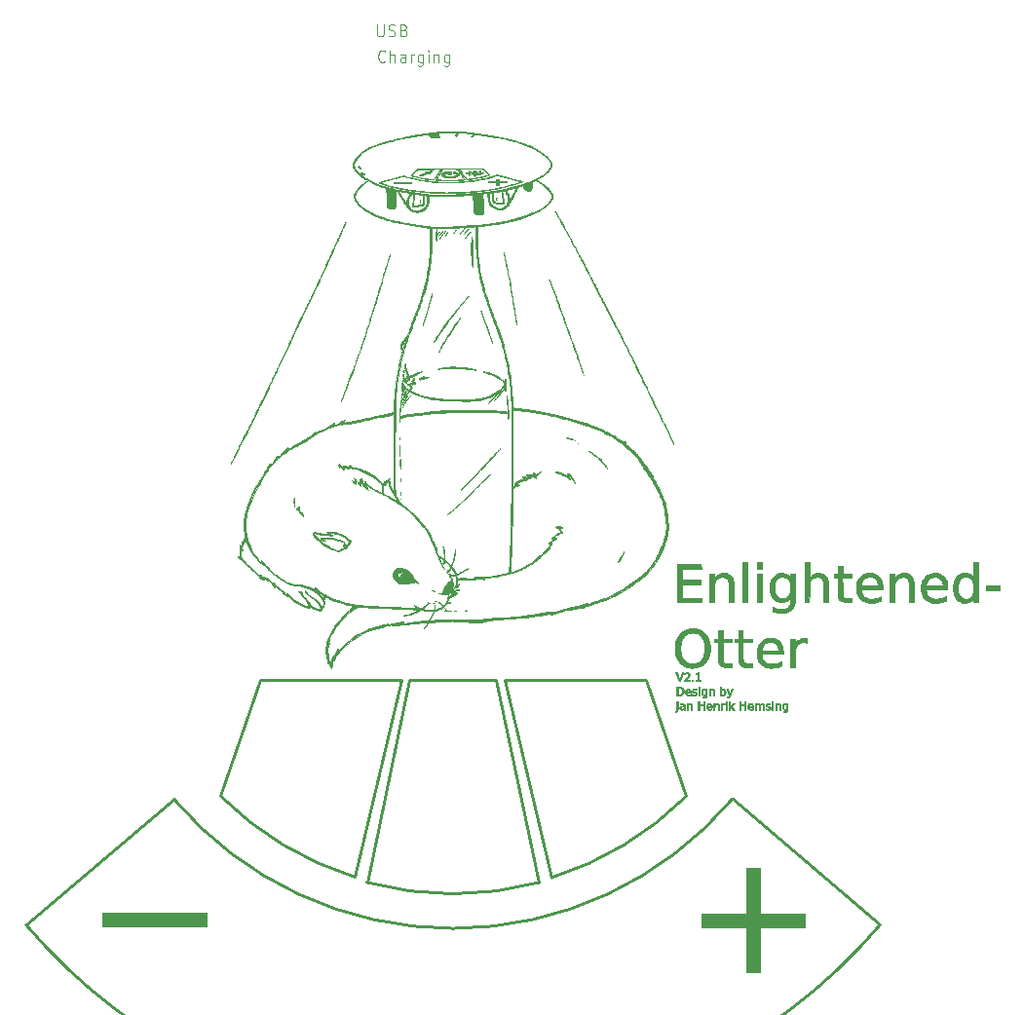
<source format=gto>
G04 #@! TF.GenerationSoftware,KiCad,Pcbnew,5.0.1*
G04 #@! TF.CreationDate,2019-09-08T16:13:15+02:00*
G04 #@! TF.ProjectId,main,6D61696E2E6B696361645F7063620000,rev?*
G04 #@! TF.SameCoordinates,Original*
G04 #@! TF.FileFunction,Legend,Top*
G04 #@! TF.FilePolarity,Positive*
%FSLAX46Y46*%
G04 Gerber Fmt 4.6, Leading zero omitted, Abs format (unit mm)*
G04 Created by KiCad (PCBNEW 5.0.1) date Sun 08 Sep 2019 04:13:15 PM CEST*
%MOMM*%
%LPD*%
G01*
G04 APERTURE LIST*
%ADD10C,0.100000*%
%ADD11C,0.254000*%
%ADD12C,0.010000*%
G04 APERTURE END LIST*
D10*
X93388095Y-53252380D02*
X93388095Y-54061904D01*
X93435714Y-54157142D01*
X93483333Y-54204761D01*
X93578571Y-54252380D01*
X93769047Y-54252380D01*
X93864285Y-54204761D01*
X93911904Y-54157142D01*
X93959523Y-54061904D01*
X93959523Y-53252380D01*
X94388095Y-54204761D02*
X94530952Y-54252380D01*
X94769047Y-54252380D01*
X94864285Y-54204761D01*
X94911904Y-54157142D01*
X94959523Y-54061904D01*
X94959523Y-53966666D01*
X94911904Y-53871428D01*
X94864285Y-53823809D01*
X94769047Y-53776190D01*
X94578571Y-53728571D01*
X94483333Y-53680952D01*
X94435714Y-53633333D01*
X94388095Y-53538095D01*
X94388095Y-53442857D01*
X94435714Y-53347619D01*
X94483333Y-53300000D01*
X94578571Y-53252380D01*
X94816666Y-53252380D01*
X94959523Y-53300000D01*
X95721428Y-53728571D02*
X95864285Y-53776190D01*
X95911904Y-53823809D01*
X95959523Y-53919047D01*
X95959523Y-54061904D01*
X95911904Y-54157142D01*
X95864285Y-54204761D01*
X95769047Y-54252380D01*
X95388095Y-54252380D01*
X95388095Y-53252380D01*
X95721428Y-53252380D01*
X95816666Y-53300000D01*
X95864285Y-53347619D01*
X95911904Y-53442857D01*
X95911904Y-53538095D01*
X95864285Y-53633333D01*
X95816666Y-53680952D01*
X95721428Y-53728571D01*
X95388095Y-53728571D01*
X94100000Y-56407142D02*
X94052380Y-56454761D01*
X93909523Y-56502380D01*
X93814285Y-56502380D01*
X93671428Y-56454761D01*
X93576190Y-56359523D01*
X93528571Y-56264285D01*
X93480952Y-56073809D01*
X93480952Y-55930952D01*
X93528571Y-55740476D01*
X93576190Y-55645238D01*
X93671428Y-55550000D01*
X93814285Y-55502380D01*
X93909523Y-55502380D01*
X94052380Y-55550000D01*
X94100000Y-55597619D01*
X94528571Y-56502380D02*
X94528571Y-55502380D01*
X94957142Y-56502380D02*
X94957142Y-55978571D01*
X94909523Y-55883333D01*
X94814285Y-55835714D01*
X94671428Y-55835714D01*
X94576190Y-55883333D01*
X94528571Y-55930952D01*
X95861904Y-56502380D02*
X95861904Y-55978571D01*
X95814285Y-55883333D01*
X95719047Y-55835714D01*
X95528571Y-55835714D01*
X95433333Y-55883333D01*
X95861904Y-56454761D02*
X95766666Y-56502380D01*
X95528571Y-56502380D01*
X95433333Y-56454761D01*
X95385714Y-56359523D01*
X95385714Y-56264285D01*
X95433333Y-56169047D01*
X95528571Y-56121428D01*
X95766666Y-56121428D01*
X95861904Y-56073809D01*
X96338095Y-56502380D02*
X96338095Y-55835714D01*
X96338095Y-56026190D02*
X96385714Y-55930952D01*
X96433333Y-55883333D01*
X96528571Y-55835714D01*
X96623809Y-55835714D01*
X97385714Y-55835714D02*
X97385714Y-56645238D01*
X97338095Y-56740476D01*
X97290476Y-56788095D01*
X97195238Y-56835714D01*
X97052380Y-56835714D01*
X96957142Y-56788095D01*
X97385714Y-56454761D02*
X97290476Y-56502380D01*
X97100000Y-56502380D01*
X97004761Y-56454761D01*
X96957142Y-56407142D01*
X96909523Y-56311904D01*
X96909523Y-56026190D01*
X96957142Y-55930952D01*
X97004761Y-55883333D01*
X97100000Y-55835714D01*
X97290476Y-55835714D01*
X97385714Y-55883333D01*
X97861904Y-56502380D02*
X97861904Y-55835714D01*
X97861904Y-55502380D02*
X97814285Y-55550000D01*
X97861904Y-55597619D01*
X97909523Y-55550000D01*
X97861904Y-55502380D01*
X97861904Y-55597619D01*
X98338095Y-55835714D02*
X98338095Y-56502380D01*
X98338095Y-55930952D02*
X98385714Y-55883333D01*
X98480952Y-55835714D01*
X98623809Y-55835714D01*
X98719047Y-55883333D01*
X98766666Y-55978571D01*
X98766666Y-56502380D01*
X99671428Y-55835714D02*
X99671428Y-56645238D01*
X99623809Y-56740476D01*
X99576190Y-56788095D01*
X99480952Y-56835714D01*
X99338095Y-56835714D01*
X99242857Y-56788095D01*
X99671428Y-56454761D02*
X99576190Y-56502380D01*
X99385714Y-56502380D01*
X99290476Y-56454761D01*
X99242857Y-56407142D01*
X99195238Y-56311904D01*
X99195238Y-56026190D01*
X99242857Y-55930952D01*
X99290476Y-55883333D01*
X99385714Y-55835714D01*
X99576190Y-55835714D01*
X99671428Y-55883333D01*
D11*
X137106412Y-131495997D02*
G75*
G02X62893590Y-131496000I-37106412J31495997D01*
G01*
X62874610Y-131476920D02*
X75743000Y-120574000D01*
X124257000Y-120574000D02*
G75*
G02X75743000Y-120574000I-24257000J20574000D01*
G01*
X107462953Y-127821078D02*
G75*
G02X92507000Y-127813000I-7462953J27821078D01*
G01*
X91415020Y-127330434D02*
G75*
G02X79781600Y-120294600I8584980J27330434D01*
G01*
X120269196Y-120319999D02*
G75*
G02X108590380Y-127385180I-20269196J20319999D01*
G01*
X124257000Y-120574000D02*
X137106410Y-131496000D01*
X116726200Y-110174600D02*
X120269200Y-120320000D01*
X103726200Y-110174600D02*
X107462950Y-127821080D01*
X96226200Y-110174600D02*
X103726200Y-110174600D01*
X92507000Y-127813000D02*
X96226200Y-110174600D01*
X91415020Y-127330430D02*
X95476200Y-110174600D01*
X83226200Y-110174600D02*
X95476200Y-110174600D01*
X79781600Y-120294600D02*
X83226200Y-110174600D01*
X104476200Y-110174600D02*
X116726200Y-110174600D01*
X104476200Y-110174600D02*
X108590380Y-127385180D01*
D12*
G04 #@! TO.C,G\002A\002A\002A*
G36*
X101878884Y-65893081D02*
X101907945Y-65910884D01*
X101928650Y-65947501D01*
X101916938Y-65977177D01*
X101876655Y-65994237D01*
X101850070Y-65996286D01*
X101806865Y-65992950D01*
X101789076Y-65977965D01*
X101786000Y-65951274D01*
X101800684Y-65912722D01*
X101836009Y-65891879D01*
X101878884Y-65893081D01*
X101878884Y-65893081D01*
G37*
X101878884Y-65893081D02*
X101907945Y-65910884D01*
X101928650Y-65947501D01*
X101916938Y-65977177D01*
X101876655Y-65994237D01*
X101850070Y-65996286D01*
X101806865Y-65992950D01*
X101789076Y-65977965D01*
X101786000Y-65951274D01*
X101800684Y-65912722D01*
X101836009Y-65891879D01*
X101878884Y-65893081D01*
G36*
X102359862Y-65964591D02*
X102375428Y-65972598D01*
X102361907Y-65985232D01*
X102330286Y-66000211D01*
X102250093Y-66030892D01*
X102195834Y-66042498D01*
X102169379Y-66034729D01*
X102167000Y-66026203D01*
X102182998Y-66006946D01*
X102222891Y-65987407D01*
X102274528Y-65971467D01*
X102325758Y-65963009D01*
X102359862Y-65964591D01*
X102359862Y-65964591D01*
G37*
X102359862Y-65964591D02*
X102375428Y-65972598D01*
X102361907Y-65985232D01*
X102330286Y-66000211D01*
X102250093Y-66030892D01*
X102195834Y-66042498D01*
X102169379Y-66034729D01*
X102167000Y-66026203D01*
X102182998Y-66006946D01*
X102222891Y-65987407D01*
X102274528Y-65971467D01*
X102325758Y-65963009D01*
X102359862Y-65964591D01*
G36*
X101399475Y-65974749D02*
X101453843Y-65986774D01*
X101504768Y-66003093D01*
X101540460Y-66020668D01*
X101550143Y-66033078D01*
X101534612Y-66046503D01*
X101494029Y-66047662D01*
X101437414Y-66036780D01*
X101414072Y-66029702D01*
X101367083Y-66014140D01*
X101333931Y-66003325D01*
X101318655Y-65989577D01*
X101327581Y-65975733D01*
X101353458Y-65970056D01*
X101399475Y-65974749D01*
X101399475Y-65974749D01*
G37*
X101399475Y-65974749D02*
X101453843Y-65986774D01*
X101504768Y-66003093D01*
X101540460Y-66020668D01*
X101550143Y-66033078D01*
X101534612Y-66046503D01*
X101494029Y-66047662D01*
X101437414Y-66036780D01*
X101414072Y-66029702D01*
X101367083Y-66014140D01*
X101333931Y-66003325D01*
X101318655Y-65989577D01*
X101327581Y-65975733D01*
X101353458Y-65970056D01*
X101399475Y-65974749D01*
G36*
X102462811Y-66108788D02*
X102522220Y-66113804D01*
X102567421Y-66121118D01*
X102588530Y-66130098D01*
X102588932Y-66132357D01*
X102569966Y-66141846D01*
X102524981Y-66149200D01*
X102464195Y-66154094D01*
X102397830Y-66156200D01*
X102336105Y-66155190D01*
X102289242Y-66150737D01*
X102267538Y-66142645D01*
X102273533Y-66125175D01*
X102298174Y-66113822D01*
X102340903Y-66108167D01*
X102399077Y-66106699D01*
X102462811Y-66108788D01*
X102462811Y-66108788D01*
G37*
X102462811Y-66108788D02*
X102522220Y-66113804D01*
X102567421Y-66121118D01*
X102588530Y-66130098D01*
X102588932Y-66132357D01*
X102569966Y-66141846D01*
X102524981Y-66149200D01*
X102464195Y-66154094D01*
X102397830Y-66156200D01*
X102336105Y-66155190D01*
X102289242Y-66150737D01*
X102267538Y-66142645D01*
X102273533Y-66125175D01*
X102298174Y-66113822D01*
X102340903Y-66108167D01*
X102399077Y-66106699D01*
X102462811Y-66108788D01*
G36*
X101320894Y-66125301D02*
X101377388Y-66130669D01*
X101410005Y-66138377D01*
X101414072Y-66141428D01*
X101403044Y-66150721D01*
X101358168Y-66156830D01*
X101281764Y-66159480D01*
X101260928Y-66159571D01*
X101182323Y-66157680D01*
X101126205Y-66152440D01*
X101098482Y-66144505D01*
X101096572Y-66141428D01*
X101113618Y-66132576D01*
X101160463Y-66126312D01*
X101230666Y-66123401D01*
X101249715Y-66123286D01*
X101320894Y-66125301D01*
X101320894Y-66125301D01*
G37*
X101320894Y-66125301D02*
X101377388Y-66130669D01*
X101410005Y-66138377D01*
X101414072Y-66141428D01*
X101403044Y-66150721D01*
X101358168Y-66156830D01*
X101281764Y-66159480D01*
X101260928Y-66159571D01*
X101182323Y-66157680D01*
X101126205Y-66152440D01*
X101098482Y-66144505D01*
X101096572Y-66141428D01*
X101113618Y-66132576D01*
X101160463Y-66126312D01*
X101230666Y-66123401D01*
X101249715Y-66123286D01*
X101320894Y-66125301D01*
G36*
X101956876Y-66026120D02*
X102051966Y-66052836D01*
X102125846Y-66096678D01*
X102127159Y-66097840D01*
X102176072Y-66141539D01*
X102133799Y-66177318D01*
X102086658Y-66206876D01*
X102029229Y-66230351D01*
X102024941Y-66231590D01*
X101957118Y-66243200D01*
X101871733Y-66248005D01*
X101783286Y-66246135D01*
X101706278Y-66237718D01*
X101668072Y-66228401D01*
X101613198Y-66201256D01*
X101571538Y-66171037D01*
X101532441Y-66135431D01*
X101635233Y-66135431D01*
X101678368Y-66165644D01*
X101722767Y-66182590D01*
X101790290Y-66193021D01*
X101868282Y-66196461D01*
X101944090Y-66192435D01*
X102005056Y-66180468D01*
X102011605Y-66178163D01*
X102045902Y-66156688D01*
X102058143Y-66134581D01*
X102041631Y-66108998D01*
X101997978Y-66088967D01*
X101936012Y-66075237D01*
X101864557Y-66068557D01*
X101792441Y-66069679D01*
X101728490Y-66079351D01*
X101681530Y-66098324D01*
X101676341Y-66102144D01*
X101635233Y-66135431D01*
X101532441Y-66135431D01*
X101529433Y-66132692D01*
X101576104Y-66092548D01*
X101650189Y-66049744D01*
X101745403Y-66024472D01*
X101851160Y-66016631D01*
X101956876Y-66026120D01*
X101956876Y-66026120D01*
G37*
X101956876Y-66026120D02*
X102051966Y-66052836D01*
X102125846Y-66096678D01*
X102127159Y-66097840D01*
X102176072Y-66141539D01*
X102133799Y-66177318D01*
X102086658Y-66206876D01*
X102029229Y-66230351D01*
X102024941Y-66231590D01*
X101957118Y-66243200D01*
X101871733Y-66248005D01*
X101783286Y-66246135D01*
X101706278Y-66237718D01*
X101668072Y-66228401D01*
X101613198Y-66201256D01*
X101571538Y-66171037D01*
X101532441Y-66135431D01*
X101635233Y-66135431D01*
X101678368Y-66165644D01*
X101722767Y-66182590D01*
X101790290Y-66193021D01*
X101868282Y-66196461D01*
X101944090Y-66192435D01*
X102005056Y-66180468D01*
X102011605Y-66178163D01*
X102045902Y-66156688D01*
X102058143Y-66134581D01*
X102041631Y-66108998D01*
X101997978Y-66088967D01*
X101936012Y-66075237D01*
X101864557Y-66068557D01*
X101792441Y-66069679D01*
X101728490Y-66079351D01*
X101681530Y-66098324D01*
X101676341Y-66102144D01*
X101635233Y-66135431D01*
X101532441Y-66135431D01*
X101529433Y-66132692D01*
X101576104Y-66092548D01*
X101650189Y-66049744D01*
X101745403Y-66024472D01*
X101851160Y-66016631D01*
X101956876Y-66026120D01*
G36*
X102231708Y-66236847D02*
X102288127Y-66248661D01*
X102342719Y-66264137D01*
X102382765Y-66279825D01*
X102395165Y-66288803D01*
X102387549Y-66299141D01*
X102353563Y-66302448D01*
X102302374Y-66299028D01*
X102243148Y-66289185D01*
X102216893Y-66282894D01*
X102170721Y-66265766D01*
X102150235Y-66248435D01*
X102158358Y-66235731D01*
X102186181Y-66232143D01*
X102231708Y-66236847D01*
X102231708Y-66236847D01*
G37*
X102231708Y-66236847D02*
X102288127Y-66248661D01*
X102342719Y-66264137D01*
X102382765Y-66279825D01*
X102395165Y-66288803D01*
X102387549Y-66299141D01*
X102353563Y-66302448D01*
X102302374Y-66299028D01*
X102243148Y-66289185D01*
X102216893Y-66282894D01*
X102170721Y-66265766D01*
X102150235Y-66248435D01*
X102158358Y-66235731D01*
X102186181Y-66232143D01*
X102231708Y-66236847D01*
G36*
X101546991Y-66237834D02*
X101545799Y-66252563D01*
X101516464Y-66272812D01*
X101465268Y-66293937D01*
X101388640Y-66316024D01*
X101337605Y-66321852D01*
X101315112Y-66311177D01*
X101314286Y-66306420D01*
X101329986Y-66291883D01*
X101369388Y-66272963D01*
X101420945Y-66253889D01*
X101473110Y-66238889D01*
X101514336Y-66232194D01*
X101517089Y-66232143D01*
X101546991Y-66237834D01*
X101546991Y-66237834D01*
G37*
X101546991Y-66237834D02*
X101545799Y-66252563D01*
X101516464Y-66272812D01*
X101465268Y-66293937D01*
X101388640Y-66316024D01*
X101337605Y-66321852D01*
X101315112Y-66311177D01*
X101314286Y-66306420D01*
X101329986Y-66291883D01*
X101369388Y-66272963D01*
X101420945Y-66253889D01*
X101473110Y-66238889D01*
X101514336Y-66232194D01*
X101517089Y-66232143D01*
X101546991Y-66237834D01*
G36*
X101901373Y-66279030D02*
X101925476Y-66303384D01*
X101927149Y-66339532D01*
X101910226Y-66374236D01*
X101878545Y-66394257D01*
X101867643Y-66395428D01*
X101838360Y-66383793D01*
X101825915Y-66373657D01*
X101805136Y-66334915D01*
X101813234Y-66299673D01*
X101843189Y-66276732D01*
X101887982Y-66274895D01*
X101901373Y-66279030D01*
X101901373Y-66279030D01*
G37*
X101901373Y-66279030D02*
X101925476Y-66303384D01*
X101927149Y-66339532D01*
X101910226Y-66374236D01*
X101878545Y-66394257D01*
X101867643Y-66395428D01*
X101838360Y-66383793D01*
X101825915Y-66373657D01*
X101805136Y-66334915D01*
X101813234Y-66299673D01*
X101843189Y-66276732D01*
X101887982Y-66274895D01*
X101901373Y-66279030D01*
G36*
X98107536Y-65957554D02*
X98148761Y-65982676D01*
X98153910Y-66011284D01*
X98122973Y-66043403D01*
X98055937Y-66079058D01*
X98050796Y-66081297D01*
X97991407Y-66109261D01*
X97960437Y-66131239D01*
X97951742Y-66152283D01*
X97953126Y-66161582D01*
X97954807Y-66181143D01*
X97943990Y-66191364D01*
X97915817Y-66191931D01*
X97865428Y-66182530D01*
X97787963Y-66162848D01*
X97731072Y-66147253D01*
X97656215Y-66124576D01*
X97593030Y-66101980D01*
X97551017Y-66083017D01*
X97541220Y-66076305D01*
X97529829Y-66060954D01*
X97541145Y-66053297D01*
X97581006Y-66050822D01*
X97600637Y-66050714D01*
X97667415Y-66043949D01*
X97745362Y-66026612D01*
X97790489Y-66012209D01*
X97910473Y-65972156D01*
X98003584Y-65951378D01*
X98073308Y-65949273D01*
X98107536Y-65957554D01*
X98107536Y-65957554D01*
G37*
X98107536Y-65957554D02*
X98148761Y-65982676D01*
X98153910Y-66011284D01*
X98122973Y-66043403D01*
X98055937Y-66079058D01*
X98050796Y-66081297D01*
X97991407Y-66109261D01*
X97960437Y-66131239D01*
X97951742Y-66152283D01*
X97953126Y-66161582D01*
X97954807Y-66181143D01*
X97943990Y-66191364D01*
X97915817Y-66191931D01*
X97865428Y-66182530D01*
X97787963Y-66162848D01*
X97731072Y-66147253D01*
X97656215Y-66124576D01*
X97593030Y-66101980D01*
X97551017Y-66083017D01*
X97541220Y-66076305D01*
X97529829Y-66060954D01*
X97541145Y-66053297D01*
X97581006Y-66050822D01*
X97600637Y-66050714D01*
X97667415Y-66043949D01*
X97745362Y-66026612D01*
X97790489Y-66012209D01*
X97910473Y-65972156D01*
X98003584Y-65951378D01*
X98073308Y-65949273D01*
X98107536Y-65957554D01*
G36*
X97558715Y-66137017D02*
X97541785Y-66151633D01*
X97493272Y-66174480D01*
X97416592Y-66204207D01*
X97315160Y-66239465D01*
X97227608Y-66267870D01*
X97184389Y-66285938D01*
X97160957Y-66304297D01*
X97159572Y-66308587D01*
X97175302Y-66320745D01*
X97219001Y-66319386D01*
X97285435Y-66305623D01*
X97369368Y-66280572D01*
X97465565Y-66245346D01*
X97475666Y-66241304D01*
X97556270Y-66210967D01*
X97618915Y-66191358D01*
X97660730Y-66182336D01*
X97678846Y-66183762D01*
X97670394Y-66195497D01*
X97632504Y-66217399D01*
X97570333Y-66245916D01*
X97479628Y-66281628D01*
X97384455Y-66313827D01*
X97291677Y-66340787D01*
X97208159Y-66360786D01*
X97140765Y-66372100D01*
X97096359Y-66373003D01*
X97083853Y-66368091D01*
X97075967Y-66338638D01*
X97096821Y-66302561D01*
X97141366Y-66266463D01*
X97175321Y-66248454D01*
X97276364Y-66205363D01*
X97369441Y-66170314D01*
X97449347Y-66144821D01*
X97510878Y-66130396D01*
X97548828Y-66128552D01*
X97558715Y-66137017D01*
X97558715Y-66137017D01*
G37*
X97558715Y-66137017D02*
X97541785Y-66151633D01*
X97493272Y-66174480D01*
X97416592Y-66204207D01*
X97315160Y-66239465D01*
X97227608Y-66267870D01*
X97184389Y-66285938D01*
X97160957Y-66304297D01*
X97159572Y-66308587D01*
X97175302Y-66320745D01*
X97219001Y-66319386D01*
X97285435Y-66305623D01*
X97369368Y-66280572D01*
X97465565Y-66245346D01*
X97475666Y-66241304D01*
X97556270Y-66210967D01*
X97618915Y-66191358D01*
X97660730Y-66182336D01*
X97678846Y-66183762D01*
X97670394Y-66195497D01*
X97632504Y-66217399D01*
X97570333Y-66245916D01*
X97479628Y-66281628D01*
X97384455Y-66313827D01*
X97291677Y-66340787D01*
X97208159Y-66360786D01*
X97140765Y-66372100D01*
X97096359Y-66373003D01*
X97083853Y-66368091D01*
X97075967Y-66338638D01*
X97096821Y-66302561D01*
X97141366Y-66266463D01*
X97175321Y-66248454D01*
X97276364Y-66205363D01*
X97369441Y-66170314D01*
X97449347Y-66144821D01*
X97510878Y-66130396D01*
X97548828Y-66128552D01*
X97558715Y-66137017D01*
G36*
X99840913Y-66127821D02*
X99835643Y-66277500D01*
X99713179Y-66282865D01*
X99590715Y-66288229D01*
X99590715Y-65978143D01*
X99846182Y-65978143D01*
X99840913Y-66127821D01*
X99840913Y-66127821D01*
G37*
X99840913Y-66127821D02*
X99835643Y-66277500D01*
X99713179Y-66282865D01*
X99590715Y-66288229D01*
X99590715Y-65978143D01*
X99846182Y-65978143D01*
X99840913Y-66127821D01*
G36*
X100058037Y-66038836D02*
X100144170Y-66055255D01*
X100234698Y-66078263D01*
X100315023Y-66104297D01*
X100355920Y-66121687D01*
X100436909Y-66172324D01*
X100482387Y-66224581D01*
X100493025Y-66277322D01*
X100469496Y-66329415D01*
X100412469Y-66379727D01*
X100322615Y-66427124D01*
X100200606Y-66470474D01*
X100139430Y-66487330D01*
X100076209Y-66501514D01*
X100010772Y-66511303D01*
X99934873Y-66517319D01*
X99840261Y-66520186D01*
X99718688Y-66520526D01*
X99701205Y-66520422D01*
X99585586Y-66518252D01*
X99478849Y-66513645D01*
X99389084Y-66507106D01*
X99324378Y-66499143D01*
X99307784Y-66495785D01*
X99182178Y-66458533D01*
X99082575Y-66415383D01*
X99011467Y-66368042D01*
X98971351Y-66318220D01*
X98964721Y-66267626D01*
X98966221Y-66261827D01*
X99005245Y-66191664D01*
X99073673Y-66131412D01*
X99165230Y-66084369D01*
X99273643Y-66053836D01*
X99382072Y-66043172D01*
X99490929Y-66041643D01*
X99496614Y-66100607D01*
X99498152Y-66138008D01*
X99486698Y-66154882D01*
X99452729Y-66159396D01*
X99427856Y-66159571D01*
X99369825Y-66166843D01*
X99308746Y-66185547D01*
X99254988Y-66211018D01*
X99218920Y-66238592D01*
X99209715Y-66257716D01*
X99227325Y-66302116D01*
X99278096Y-66345666D01*
X99358937Y-66385935D01*
X99385442Y-66395903D01*
X99433097Y-66411585D01*
X99477431Y-66422152D01*
X99526585Y-66428275D01*
X99588701Y-66430622D01*
X99671920Y-66429864D01*
X99766442Y-66427243D01*
X99919695Y-66419305D01*
X100039160Y-66405707D01*
X100127015Y-66385590D01*
X100185437Y-66358098D01*
X100216604Y-66322375D01*
X100222694Y-66277561D01*
X100216580Y-66250087D01*
X100186172Y-66209582D01*
X100126332Y-66175260D01*
X100043837Y-66150943D01*
X100039123Y-66150036D01*
X99994403Y-66138064D01*
X99975428Y-66118331D01*
X99971715Y-66084981D01*
X99977466Y-66047652D01*
X99990898Y-66032571D01*
X100058037Y-66038836D01*
X100058037Y-66038836D01*
G37*
X100058037Y-66038836D02*
X100144170Y-66055255D01*
X100234698Y-66078263D01*
X100315023Y-66104297D01*
X100355920Y-66121687D01*
X100436909Y-66172324D01*
X100482387Y-66224581D01*
X100493025Y-66277322D01*
X100469496Y-66329415D01*
X100412469Y-66379727D01*
X100322615Y-66427124D01*
X100200606Y-66470474D01*
X100139430Y-66487330D01*
X100076209Y-66501514D01*
X100010772Y-66511303D01*
X99934873Y-66517319D01*
X99840261Y-66520186D01*
X99718688Y-66520526D01*
X99701205Y-66520422D01*
X99585586Y-66518252D01*
X99478849Y-66513645D01*
X99389084Y-66507106D01*
X99324378Y-66499143D01*
X99307784Y-66495785D01*
X99182178Y-66458533D01*
X99082575Y-66415383D01*
X99011467Y-66368042D01*
X98971351Y-66318220D01*
X98964721Y-66267626D01*
X98966221Y-66261827D01*
X99005245Y-66191664D01*
X99073673Y-66131412D01*
X99165230Y-66084369D01*
X99273643Y-66053836D01*
X99382072Y-66043172D01*
X99490929Y-66041643D01*
X99496614Y-66100607D01*
X99498152Y-66138008D01*
X99486698Y-66154882D01*
X99452729Y-66159396D01*
X99427856Y-66159571D01*
X99369825Y-66166843D01*
X99308746Y-66185547D01*
X99254988Y-66211018D01*
X99218920Y-66238592D01*
X99209715Y-66257716D01*
X99227325Y-66302116D01*
X99278096Y-66345666D01*
X99358937Y-66385935D01*
X99385442Y-66395903D01*
X99433097Y-66411585D01*
X99477431Y-66422152D01*
X99526585Y-66428275D01*
X99588701Y-66430622D01*
X99671920Y-66429864D01*
X99766442Y-66427243D01*
X99919695Y-66419305D01*
X100039160Y-66405707D01*
X100127015Y-66385590D01*
X100185437Y-66358098D01*
X100216604Y-66322375D01*
X100222694Y-66277561D01*
X100216580Y-66250087D01*
X100186172Y-66209582D01*
X100126332Y-66175260D01*
X100043837Y-66150943D01*
X100039123Y-66150036D01*
X99994403Y-66138064D01*
X99975428Y-66118331D01*
X99971715Y-66084981D01*
X99977466Y-66047652D01*
X99990898Y-66032571D01*
X100058037Y-66038836D01*
G36*
X96397572Y-67030428D02*
X94819143Y-67030428D01*
X94819143Y-66939714D01*
X96397572Y-66939714D01*
X96397572Y-67030428D01*
X96397572Y-67030428D01*
G37*
X96397572Y-67030428D02*
X94819143Y-67030428D01*
X94819143Y-66939714D01*
X96397572Y-66939714D01*
X96397572Y-67030428D01*
G36*
X104008500Y-66676643D02*
X104019468Y-66867143D01*
X104344021Y-66867143D01*
X104448807Y-66867942D01*
X104540558Y-66870160D01*
X104613310Y-66873529D01*
X104661102Y-66877782D01*
X104677840Y-66882137D01*
X104681109Y-66910001D01*
X104676795Y-66936566D01*
X104671907Y-66950620D01*
X104662288Y-66960863D01*
X104642824Y-66967898D01*
X104608401Y-66972327D01*
X104553908Y-66974751D01*
X104474230Y-66975774D01*
X104364255Y-66975998D01*
X104342027Y-66976000D01*
X104017572Y-66976000D01*
X104017572Y-67193714D01*
X103727286Y-67193714D01*
X103727286Y-66976000D01*
X103071733Y-66976000D01*
X103083215Y-66876214D01*
X103405250Y-66871260D01*
X103727286Y-66866306D01*
X103727286Y-66666045D01*
X104008500Y-66676643D01*
X104008500Y-66676643D01*
G37*
X104008500Y-66676643D02*
X104019468Y-66867143D01*
X104344021Y-66867143D01*
X104448807Y-66867942D01*
X104540558Y-66870160D01*
X104613310Y-66873529D01*
X104661102Y-66877782D01*
X104677840Y-66882137D01*
X104681109Y-66910001D01*
X104676795Y-66936566D01*
X104671907Y-66950620D01*
X104662288Y-66960863D01*
X104642824Y-66967898D01*
X104608401Y-66972327D01*
X104553908Y-66974751D01*
X104474230Y-66975774D01*
X104364255Y-66975998D01*
X104342027Y-66976000D01*
X104017572Y-66976000D01*
X104017572Y-67193714D01*
X103727286Y-67193714D01*
X103727286Y-66976000D01*
X103071733Y-66976000D01*
X103083215Y-66876214D01*
X103405250Y-66871260D01*
X103727286Y-66866306D01*
X103727286Y-66666045D01*
X104008500Y-66676643D01*
G36*
X95635572Y-84728786D02*
X95626500Y-84737857D01*
X95617429Y-84728786D01*
X95626500Y-84719714D01*
X95635572Y-84728786D01*
X95635572Y-84728786D01*
G37*
X95635572Y-84728786D02*
X95626500Y-84737857D01*
X95617429Y-84728786D01*
X95626500Y-84719714D01*
X95635572Y-84728786D01*
G36*
X95684308Y-84804005D02*
X95680929Y-84810428D01*
X95663834Y-84827755D01*
X95660645Y-84828571D01*
X95659407Y-84816852D01*
X95662786Y-84810428D01*
X95679881Y-84793102D01*
X95683070Y-84792286D01*
X95684308Y-84804005D01*
X95684308Y-84804005D01*
G37*
X95684308Y-84804005D02*
X95680929Y-84810428D01*
X95663834Y-84827755D01*
X95660645Y-84828571D01*
X95659407Y-84816852D01*
X95662786Y-84810428D01*
X95679881Y-84793102D01*
X95683070Y-84792286D01*
X95684308Y-84804005D01*
G36*
X100306171Y-62825241D02*
X100322908Y-62842902D01*
X100330974Y-62874132D01*
X100310433Y-62908572D01*
X100308319Y-62910938D01*
X100260878Y-62943599D01*
X100212386Y-62941197D01*
X100181653Y-62919775D01*
X100156900Y-62887862D01*
X100159761Y-62858698D01*
X100176716Y-62832268D01*
X100213010Y-62809417D01*
X100261641Y-62807473D01*
X100306171Y-62825241D01*
X100306171Y-62825241D01*
G37*
X100306171Y-62825241D02*
X100322908Y-62842902D01*
X100330974Y-62874132D01*
X100310433Y-62908572D01*
X100308319Y-62910938D01*
X100260878Y-62943599D01*
X100212386Y-62941197D01*
X100181653Y-62919775D01*
X100156900Y-62887862D01*
X100159761Y-62858698D01*
X100176716Y-62832268D01*
X100213010Y-62809417D01*
X100261641Y-62807473D01*
X100306171Y-62825241D01*
G36*
X101729138Y-62874692D02*
X101749150Y-62903632D01*
X101749715Y-62911001D01*
X101733845Y-62952966D01*
X101693577Y-62981946D01*
X101639916Y-62992892D01*
X101590965Y-62983837D01*
X101556698Y-62959150D01*
X101555688Y-62929024D01*
X101586299Y-62897964D01*
X101630016Y-62876387D01*
X101686624Y-62864800D01*
X101729138Y-62874692D01*
X101729138Y-62874692D01*
G37*
X101729138Y-62874692D02*
X101749150Y-62903632D01*
X101749715Y-62911001D01*
X101733845Y-62952966D01*
X101693577Y-62981946D01*
X101639916Y-62992892D01*
X101590965Y-62983837D01*
X101556698Y-62959150D01*
X101555688Y-62929024D01*
X101586299Y-62897964D01*
X101630016Y-62876387D01*
X101686624Y-62864800D01*
X101729138Y-62874692D01*
G36*
X91813814Y-65550246D02*
X91856695Y-65568812D01*
X91879093Y-65592366D01*
X91880000Y-65597781D01*
X91864238Y-65609170D01*
X91825001Y-65612824D01*
X91774364Y-65608285D01*
X91748465Y-65602779D01*
X91719884Y-65584570D01*
X91720054Y-65561091D01*
X91745952Y-65544605D01*
X91763265Y-65542714D01*
X91813814Y-65550246D01*
X91813814Y-65550246D01*
G37*
X91813814Y-65550246D02*
X91856695Y-65568812D01*
X91879093Y-65592366D01*
X91880000Y-65597781D01*
X91864238Y-65609170D01*
X91825001Y-65612824D01*
X91774364Y-65608285D01*
X91748465Y-65602779D01*
X91719884Y-65584570D01*
X91720054Y-65561091D01*
X91745952Y-65544605D01*
X91763265Y-65542714D01*
X91813814Y-65550246D01*
G36*
X91928101Y-65667588D02*
X91947611Y-65688058D01*
X91948709Y-65692393D01*
X91945967Y-65714104D01*
X91920181Y-65723042D01*
X91891473Y-65724143D01*
X91845573Y-65719107D01*
X91817324Y-65706785D01*
X91815754Y-65704793D01*
X91810610Y-65681897D01*
X91833429Y-65668894D01*
X91882574Y-65663460D01*
X91928101Y-65667588D01*
X91928101Y-65667588D01*
G37*
X91928101Y-65667588D02*
X91947611Y-65688058D01*
X91948709Y-65692393D01*
X91945967Y-65714104D01*
X91920181Y-65723042D01*
X91891473Y-65724143D01*
X91845573Y-65719107D01*
X91817324Y-65706785D01*
X91815754Y-65704793D01*
X91810610Y-65681897D01*
X91833429Y-65668894D01*
X91882574Y-65663460D01*
X91928101Y-65667588D01*
G36*
X92145072Y-66089074D02*
X92150263Y-66110113D01*
X92140584Y-66123455D01*
X92108241Y-66140230D01*
X92061330Y-66150587D01*
X92014807Y-66152848D01*
X91983627Y-66145337D01*
X91979816Y-66141477D01*
X91976479Y-66114992D01*
X92005097Y-66094688D01*
X92064550Y-66079572D01*
X92114208Y-66077570D01*
X92145072Y-66089074D01*
X92145072Y-66089074D01*
G37*
X92145072Y-66089074D02*
X92150263Y-66110113D01*
X92140584Y-66123455D01*
X92108241Y-66140230D01*
X92061330Y-66150587D01*
X92014807Y-66152848D01*
X91983627Y-66145337D01*
X91979816Y-66141477D01*
X91976479Y-66114992D01*
X92005097Y-66094688D01*
X92064550Y-66079572D01*
X92114208Y-66077570D01*
X92145072Y-66089074D01*
G36*
X92203496Y-66151871D02*
X92206572Y-66165553D01*
X92202243Y-66189828D01*
X92182848Y-66205236D01*
X92138771Y-66218654D01*
X92129066Y-66221009D01*
X92087730Y-66223931D01*
X92067925Y-66204758D01*
X92067861Y-66204592D01*
X92061510Y-66180969D01*
X92070953Y-66167053D01*
X92103875Y-66156915D01*
X92138536Y-66150099D01*
X92183910Y-66144493D01*
X92203496Y-66151871D01*
X92203496Y-66151871D01*
G37*
X92203496Y-66151871D02*
X92206572Y-66165553D01*
X92202243Y-66189828D01*
X92182848Y-66205236D01*
X92138771Y-66218654D01*
X92129066Y-66221009D01*
X92087730Y-66223931D01*
X92067925Y-66204758D01*
X92067861Y-66204592D01*
X92061510Y-66180969D01*
X92070953Y-66167053D01*
X92103875Y-66156915D01*
X92138536Y-66150099D01*
X92183910Y-66144493D01*
X92203496Y-66151871D01*
G36*
X92293909Y-66225738D02*
X92294156Y-66250602D01*
X92274029Y-66273071D01*
X92268588Y-66275559D01*
X92221474Y-66286041D01*
X92175033Y-66285247D01*
X92142116Y-66274505D01*
X92134000Y-66261625D01*
X92150204Y-66242263D01*
X92191106Y-66225516D01*
X92245148Y-66215363D01*
X92272340Y-66214000D01*
X92293909Y-66225738D01*
X92293909Y-66225738D01*
G37*
X92293909Y-66225738D02*
X92294156Y-66250602D01*
X92274029Y-66273071D01*
X92268588Y-66275559D01*
X92221474Y-66286041D01*
X92175033Y-66285247D01*
X92142116Y-66274505D01*
X92134000Y-66261625D01*
X92150204Y-66242263D01*
X92191106Y-66225516D01*
X92245148Y-66215363D01*
X92272340Y-66214000D01*
X92293909Y-66225738D01*
G36*
X102667862Y-65853033D02*
X102759761Y-65936468D01*
X102848675Y-66019072D01*
X102930659Y-66096989D01*
X103001764Y-66166363D01*
X103058045Y-66223341D01*
X103095554Y-66264065D01*
X103110345Y-66284682D01*
X103110429Y-66285339D01*
X103093183Y-66303785D01*
X103044044Y-66327313D01*
X102966908Y-66355023D01*
X102865670Y-66386018D01*
X102744227Y-66419401D01*
X102606475Y-66454273D01*
X102456311Y-66489736D01*
X102297630Y-66524894D01*
X102134329Y-66558847D01*
X101970303Y-66590699D01*
X101809450Y-66619551D01*
X101655666Y-66644506D01*
X101512845Y-66664666D01*
X101414072Y-66676224D01*
X101341593Y-66684214D01*
X101272681Y-66692519D01*
X101239001Y-66696998D01*
X101205938Y-66700036D01*
X101179808Y-66694581D01*
X101153144Y-66675460D01*
X101118482Y-66637497D01*
X101074064Y-66582680D01*
X101021626Y-66515338D01*
X100957459Y-66430555D01*
X100890736Y-66340548D01*
X100844921Y-66277500D01*
X100748340Y-66144146D01*
X100663208Y-66028613D01*
X100591392Y-65933344D01*
X100534759Y-65860782D01*
X100495175Y-65813369D01*
X100475393Y-65794043D01*
X100466519Y-65778571D01*
X100512621Y-65778571D01*
X100583988Y-65864750D01*
X100617089Y-65906340D01*
X100666944Y-65971049D01*
X100728877Y-66052711D01*
X100798215Y-66145161D01*
X100870285Y-66242232D01*
X100876230Y-66250286D01*
X100965575Y-66371430D01*
X101035938Y-66466547D01*
X101090031Y-66538699D01*
X101130562Y-66590946D01*
X101160243Y-66626350D01*
X101181784Y-66647973D01*
X101197896Y-66658874D01*
X101211288Y-66662116D01*
X101224671Y-66660760D01*
X101237534Y-66658364D01*
X101275720Y-66653251D01*
X101340144Y-66645819D01*
X101420916Y-66637173D01*
X101486643Y-66630520D01*
X101594479Y-66618208D01*
X101713929Y-66601947D01*
X101825464Y-66584479D01*
X101867643Y-66576998D01*
X101955151Y-66561026D01*
X102038982Y-66546325D01*
X102106436Y-66535097D01*
X102130715Y-66531378D01*
X102211969Y-66517381D01*
X102309144Y-66497020D01*
X102417231Y-66471730D01*
X102531219Y-66442943D01*
X102646099Y-66412092D01*
X102756862Y-66380611D01*
X102858498Y-66349932D01*
X102945998Y-66321490D01*
X103014353Y-66296717D01*
X103058552Y-66277046D01*
X103073587Y-66263910D01*
X103072396Y-66261967D01*
X103057247Y-66248334D01*
X103019858Y-66214314D01*
X102964748Y-66164028D01*
X102896436Y-66101597D01*
X102836290Y-66046570D01*
X102757601Y-65975217D01*
X102685271Y-65910870D01*
X102624749Y-65858284D01*
X102581485Y-65822212D01*
X102564147Y-65809178D01*
X102550056Y-65802330D01*
X102528868Y-65796421D01*
X102498114Y-65791394D01*
X102455323Y-65787191D01*
X102398025Y-65783754D01*
X102323749Y-65781027D01*
X102230025Y-65778951D01*
X102114382Y-65777471D01*
X101974351Y-65776527D01*
X101807461Y-65776063D01*
X101611242Y-65776021D01*
X101383223Y-65776345D01*
X101171989Y-65776839D01*
X100512621Y-65778571D01*
X100466519Y-65778571D01*
X100463913Y-65774029D01*
X100468132Y-65765951D01*
X100488480Y-65763171D01*
X100541828Y-65760383D01*
X100624893Y-65757650D01*
X100734389Y-65755033D01*
X100867031Y-65752595D01*
X101019536Y-65750399D01*
X101188617Y-65748506D01*
X101370991Y-65746979D01*
X101512754Y-65746120D01*
X102542794Y-65740884D01*
X102667862Y-65853033D01*
X102667862Y-65853033D01*
G37*
X102667862Y-65853033D02*
X102759761Y-65936468D01*
X102848675Y-66019072D01*
X102930659Y-66096989D01*
X103001764Y-66166363D01*
X103058045Y-66223341D01*
X103095554Y-66264065D01*
X103110345Y-66284682D01*
X103110429Y-66285339D01*
X103093183Y-66303785D01*
X103044044Y-66327313D01*
X102966908Y-66355023D01*
X102865670Y-66386018D01*
X102744227Y-66419401D01*
X102606475Y-66454273D01*
X102456311Y-66489736D01*
X102297630Y-66524894D01*
X102134329Y-66558847D01*
X101970303Y-66590699D01*
X101809450Y-66619551D01*
X101655666Y-66644506D01*
X101512845Y-66664666D01*
X101414072Y-66676224D01*
X101341593Y-66684214D01*
X101272681Y-66692519D01*
X101239001Y-66696998D01*
X101205938Y-66700036D01*
X101179808Y-66694581D01*
X101153144Y-66675460D01*
X101118482Y-66637497D01*
X101074064Y-66582680D01*
X101021626Y-66515338D01*
X100957459Y-66430555D01*
X100890736Y-66340548D01*
X100844921Y-66277500D01*
X100748340Y-66144146D01*
X100663208Y-66028613D01*
X100591392Y-65933344D01*
X100534759Y-65860782D01*
X100495175Y-65813369D01*
X100475393Y-65794043D01*
X100466519Y-65778571D01*
X100512621Y-65778571D01*
X100583988Y-65864750D01*
X100617089Y-65906340D01*
X100666944Y-65971049D01*
X100728877Y-66052711D01*
X100798215Y-66145161D01*
X100870285Y-66242232D01*
X100876230Y-66250286D01*
X100965575Y-66371430D01*
X101035938Y-66466547D01*
X101090031Y-66538699D01*
X101130562Y-66590946D01*
X101160243Y-66626350D01*
X101181784Y-66647973D01*
X101197896Y-66658874D01*
X101211288Y-66662116D01*
X101224671Y-66660760D01*
X101237534Y-66658364D01*
X101275720Y-66653251D01*
X101340144Y-66645819D01*
X101420916Y-66637173D01*
X101486643Y-66630520D01*
X101594479Y-66618208D01*
X101713929Y-66601947D01*
X101825464Y-66584479D01*
X101867643Y-66576998D01*
X101955151Y-66561026D01*
X102038982Y-66546325D01*
X102106436Y-66535097D01*
X102130715Y-66531378D01*
X102211969Y-66517381D01*
X102309144Y-66497020D01*
X102417231Y-66471730D01*
X102531219Y-66442943D01*
X102646099Y-66412092D01*
X102756862Y-66380611D01*
X102858498Y-66349932D01*
X102945998Y-66321490D01*
X103014353Y-66296717D01*
X103058552Y-66277046D01*
X103073587Y-66263910D01*
X103072396Y-66261967D01*
X103057247Y-66248334D01*
X103019858Y-66214314D01*
X102964748Y-66164028D01*
X102896436Y-66101597D01*
X102836290Y-66046570D01*
X102757601Y-65975217D01*
X102685271Y-65910870D01*
X102624749Y-65858284D01*
X102581485Y-65822212D01*
X102564147Y-65809178D01*
X102550056Y-65802330D01*
X102528868Y-65796421D01*
X102498114Y-65791394D01*
X102455323Y-65787191D01*
X102398025Y-65783754D01*
X102323749Y-65781027D01*
X102230025Y-65778951D01*
X102114382Y-65777471D01*
X101974351Y-65776527D01*
X101807461Y-65776063D01*
X101611242Y-65776021D01*
X101383223Y-65776345D01*
X101171989Y-65776839D01*
X100512621Y-65778571D01*
X100466519Y-65778571D01*
X100463913Y-65774029D01*
X100468132Y-65765951D01*
X100488480Y-65763171D01*
X100541828Y-65760383D01*
X100624893Y-65757650D01*
X100734389Y-65755033D01*
X100867031Y-65752595D01*
X101019536Y-65750399D01*
X101188617Y-65748506D01*
X101370991Y-65746979D01*
X101512754Y-65746120D01*
X102542794Y-65740884D01*
X102667862Y-65853033D01*
G36*
X98899771Y-65769171D02*
X98942974Y-65769856D01*
X98953280Y-65770596D01*
X98952332Y-65779646D01*
X98941070Y-65802155D01*
X98917606Y-65841084D01*
X98880057Y-65899395D01*
X98826537Y-65980050D01*
X98755159Y-66086008D01*
X98710786Y-66151462D01*
X98647424Y-66245064D01*
X98581049Y-66343587D01*
X98519379Y-66435549D01*
X98470130Y-66509469D01*
X98468542Y-66511867D01*
X98422343Y-66579268D01*
X98379373Y-66637821D01*
X98346119Y-66678860D01*
X98334996Y-66690250D01*
X98310966Y-66704871D01*
X98275726Y-66714380D01*
X98225562Y-66718639D01*
X98156757Y-66717507D01*
X98065597Y-66710847D01*
X97948365Y-66698520D01*
X97801348Y-66680386D01*
X97694786Y-66666325D01*
X97370743Y-66614654D01*
X97042881Y-66546996D01*
X96725901Y-66466615D01*
X96524572Y-66406514D01*
X96334072Y-66345668D01*
X96341666Y-66338083D01*
X96391934Y-66338083D01*
X96471860Y-66358987D01*
X96533953Y-66376004D01*
X96610944Y-66398146D01*
X96666173Y-66414591D01*
X96734487Y-66433761D01*
X96829056Y-66458188D01*
X96940623Y-66485659D01*
X97059933Y-66513965D01*
X97177730Y-66540893D01*
X97284761Y-66564233D01*
X97341000Y-66575802D01*
X97410640Y-66588166D01*
X97504406Y-66602691D01*
X97614700Y-66618412D01*
X97733925Y-66634368D01*
X97854482Y-66649597D01*
X97968776Y-66663135D01*
X98069206Y-66674019D01*
X98148176Y-66681288D01*
X98194522Y-66683941D01*
X98251514Y-66683615D01*
X98287996Y-66675585D01*
X98317263Y-66653069D01*
X98352614Y-66609282D01*
X98359958Y-66599536D01*
X98409226Y-66531740D01*
X98466934Y-66448605D01*
X98529868Y-66355169D01*
X98594816Y-66256472D01*
X98658564Y-66157551D01*
X98717900Y-66063446D01*
X98769610Y-65979193D01*
X98810482Y-65909833D01*
X98837302Y-65860404D01*
X98846857Y-65836019D01*
X98846857Y-65798349D01*
X97898893Y-65808572D01*
X97676965Y-65811162D01*
X97488826Y-65813820D01*
X97331978Y-65816633D01*
X97203925Y-65819687D01*
X97102169Y-65823067D01*
X97024213Y-65826859D01*
X96967560Y-65831151D01*
X96929713Y-65836026D01*
X96908174Y-65841573D01*
X96905572Y-65842787D01*
X96878452Y-65863110D01*
X96831051Y-65904778D01*
X96768388Y-65963128D01*
X96695485Y-66033495D01*
X96626074Y-66102431D01*
X96391934Y-66338083D01*
X96341666Y-66338083D01*
X96896500Y-65783946D01*
X97921572Y-65774205D01*
X98110906Y-65772513D01*
X98289141Y-65771126D01*
X98453019Y-65770055D01*
X98599280Y-65769313D01*
X98724665Y-65768911D01*
X98825916Y-65768860D01*
X98899771Y-65769171D01*
X98899771Y-65769171D01*
G37*
X98899771Y-65769171D02*
X98942974Y-65769856D01*
X98953280Y-65770596D01*
X98952332Y-65779646D01*
X98941070Y-65802155D01*
X98917606Y-65841084D01*
X98880057Y-65899395D01*
X98826537Y-65980050D01*
X98755159Y-66086008D01*
X98710786Y-66151462D01*
X98647424Y-66245064D01*
X98581049Y-66343587D01*
X98519379Y-66435549D01*
X98470130Y-66509469D01*
X98468542Y-66511867D01*
X98422343Y-66579268D01*
X98379373Y-66637821D01*
X98346119Y-66678860D01*
X98334996Y-66690250D01*
X98310966Y-66704871D01*
X98275726Y-66714380D01*
X98225562Y-66718639D01*
X98156757Y-66717507D01*
X98065597Y-66710847D01*
X97948365Y-66698520D01*
X97801348Y-66680386D01*
X97694786Y-66666325D01*
X97370743Y-66614654D01*
X97042881Y-66546996D01*
X96725901Y-66466615D01*
X96524572Y-66406514D01*
X96334072Y-66345668D01*
X96341666Y-66338083D01*
X96391934Y-66338083D01*
X96471860Y-66358987D01*
X96533953Y-66376004D01*
X96610944Y-66398146D01*
X96666173Y-66414591D01*
X96734487Y-66433761D01*
X96829056Y-66458188D01*
X96940623Y-66485659D01*
X97059933Y-66513965D01*
X97177730Y-66540893D01*
X97284761Y-66564233D01*
X97341000Y-66575802D01*
X97410640Y-66588166D01*
X97504406Y-66602691D01*
X97614700Y-66618412D01*
X97733925Y-66634368D01*
X97854482Y-66649597D01*
X97968776Y-66663135D01*
X98069206Y-66674019D01*
X98148176Y-66681288D01*
X98194522Y-66683941D01*
X98251514Y-66683615D01*
X98287996Y-66675585D01*
X98317263Y-66653069D01*
X98352614Y-66609282D01*
X98359958Y-66599536D01*
X98409226Y-66531740D01*
X98466934Y-66448605D01*
X98529868Y-66355169D01*
X98594816Y-66256472D01*
X98658564Y-66157551D01*
X98717900Y-66063446D01*
X98769610Y-65979193D01*
X98810482Y-65909833D01*
X98837302Y-65860404D01*
X98846857Y-65836019D01*
X98846857Y-65798349D01*
X97898893Y-65808572D01*
X97676965Y-65811162D01*
X97488826Y-65813820D01*
X97331978Y-65816633D01*
X97203925Y-65819687D01*
X97102169Y-65823067D01*
X97024213Y-65826859D01*
X96967560Y-65831151D01*
X96929713Y-65836026D01*
X96908174Y-65841573D01*
X96905572Y-65842787D01*
X96878452Y-65863110D01*
X96831051Y-65904778D01*
X96768388Y-65963128D01*
X96695485Y-66033495D01*
X96626074Y-66102431D01*
X96391934Y-66338083D01*
X96341666Y-66338083D01*
X96896500Y-65783946D01*
X97921572Y-65774205D01*
X98110906Y-65772513D01*
X98289141Y-65771126D01*
X98453019Y-65770055D01*
X98599280Y-65769313D01*
X98724665Y-65768911D01*
X98825916Y-65768860D01*
X98899771Y-65769171D01*
G36*
X100509336Y-65970209D02*
X100583915Y-66080353D01*
X100660118Y-66193851D01*
X100734599Y-66305628D01*
X100804011Y-66410610D01*
X100865006Y-66503723D01*
X100914239Y-66579891D01*
X100948361Y-66634041D01*
X100959859Y-66653269D01*
X100977244Y-66688661D01*
X100972936Y-66707935D01*
X100949719Y-66722915D01*
X100917993Y-66731625D01*
X100858007Y-66741086D01*
X100777742Y-66750272D01*
X100685182Y-66758159D01*
X100663863Y-66759624D01*
X100549943Y-66765565D01*
X100407776Y-66770537D01*
X100243417Y-66774520D01*
X100062921Y-66777499D01*
X99872345Y-66779454D01*
X99677744Y-66780368D01*
X99485174Y-66780224D01*
X99300691Y-66779004D01*
X99130350Y-66776689D01*
X98980206Y-66773262D01*
X98856317Y-66768706D01*
X98792429Y-66765110D01*
X98691671Y-66758753D01*
X98603695Y-66754162D01*
X98534823Y-66751590D01*
X98491376Y-66751290D01*
X98479465Y-66752573D01*
X98467350Y-66755279D01*
X98468006Y-66741088D01*
X98480443Y-66712813D01*
X98524211Y-66712813D01*
X98524217Y-66713492D01*
X98543131Y-66715873D01*
X98591584Y-66719262D01*
X98662849Y-66723357D01*
X98750202Y-66727856D01*
X98846919Y-66732460D01*
X98946276Y-66736867D01*
X99041547Y-66740776D01*
X99126008Y-66743885D01*
X99192935Y-66745894D01*
X99235602Y-66746501D01*
X99247573Y-66745884D01*
X99267565Y-66744839D01*
X99319670Y-66743752D01*
X99399717Y-66742665D01*
X99503532Y-66741620D01*
X99626943Y-66740660D01*
X99765778Y-66739827D01*
X99900716Y-66739221D01*
X100149936Y-66737416D01*
X100364803Y-66734032D01*
X100545012Y-66729086D01*
X100690257Y-66722591D01*
X100800233Y-66714562D01*
X100874634Y-66705013D01*
X100913156Y-66693959D01*
X100916911Y-66691204D01*
X100912436Y-66671629D01*
X100889832Y-66627190D01*
X100852170Y-66562467D01*
X100802522Y-66482041D01*
X100743962Y-66390496D01*
X100679560Y-66292412D01*
X100612390Y-66192371D01*
X100545523Y-66094955D01*
X100482033Y-66004745D01*
X100424990Y-65926324D01*
X100377468Y-65864272D01*
X100342539Y-65823172D01*
X100324654Y-65807971D01*
X100299942Y-65805252D01*
X100243476Y-65802769D01*
X100159788Y-65800604D01*
X100053408Y-65798840D01*
X99928867Y-65797558D01*
X99790698Y-65796840D01*
X99701852Y-65796714D01*
X99108386Y-65796714D01*
X99010844Y-65946393D01*
X98912885Y-66097106D01*
X98821937Y-66237803D01*
X98739798Y-66365646D01*
X98668267Y-66477801D01*
X98609144Y-66571431D01*
X98564228Y-66643700D01*
X98535317Y-66691773D01*
X98524211Y-66712813D01*
X98480443Y-66712813D01*
X98482607Y-66707894D01*
X98512323Y-66653592D01*
X98558327Y-66576077D01*
X98621790Y-66473243D01*
X98703885Y-66342985D01*
X98732741Y-66297585D01*
X98805274Y-66183999D01*
X98873579Y-66077688D01*
X98934609Y-65983347D01*
X98985313Y-65905670D01*
X99022644Y-65849351D01*
X99043323Y-65819393D01*
X99087021Y-65760428D01*
X100366601Y-65760428D01*
X100509336Y-65970209D01*
X100509336Y-65970209D01*
G37*
X100509336Y-65970209D02*
X100583915Y-66080353D01*
X100660118Y-66193851D01*
X100734599Y-66305628D01*
X100804011Y-66410610D01*
X100865006Y-66503723D01*
X100914239Y-66579891D01*
X100948361Y-66634041D01*
X100959859Y-66653269D01*
X100977244Y-66688661D01*
X100972936Y-66707935D01*
X100949719Y-66722915D01*
X100917993Y-66731625D01*
X100858007Y-66741086D01*
X100777742Y-66750272D01*
X100685182Y-66758159D01*
X100663863Y-66759624D01*
X100549943Y-66765565D01*
X100407776Y-66770537D01*
X100243417Y-66774520D01*
X100062921Y-66777499D01*
X99872345Y-66779454D01*
X99677744Y-66780368D01*
X99485174Y-66780224D01*
X99300691Y-66779004D01*
X99130350Y-66776689D01*
X98980206Y-66773262D01*
X98856317Y-66768706D01*
X98792429Y-66765110D01*
X98691671Y-66758753D01*
X98603695Y-66754162D01*
X98534823Y-66751590D01*
X98491376Y-66751290D01*
X98479465Y-66752573D01*
X98467350Y-66755279D01*
X98468006Y-66741088D01*
X98480443Y-66712813D01*
X98524211Y-66712813D01*
X98524217Y-66713492D01*
X98543131Y-66715873D01*
X98591584Y-66719262D01*
X98662849Y-66723357D01*
X98750202Y-66727856D01*
X98846919Y-66732460D01*
X98946276Y-66736867D01*
X99041547Y-66740776D01*
X99126008Y-66743885D01*
X99192935Y-66745894D01*
X99235602Y-66746501D01*
X99247573Y-66745884D01*
X99267565Y-66744839D01*
X99319670Y-66743752D01*
X99399717Y-66742665D01*
X99503532Y-66741620D01*
X99626943Y-66740660D01*
X99765778Y-66739827D01*
X99900716Y-66739221D01*
X100149936Y-66737416D01*
X100364803Y-66734032D01*
X100545012Y-66729086D01*
X100690257Y-66722591D01*
X100800233Y-66714562D01*
X100874634Y-66705013D01*
X100913156Y-66693959D01*
X100916911Y-66691204D01*
X100912436Y-66671629D01*
X100889832Y-66627190D01*
X100852170Y-66562467D01*
X100802522Y-66482041D01*
X100743962Y-66390496D01*
X100679560Y-66292412D01*
X100612390Y-66192371D01*
X100545523Y-66094955D01*
X100482033Y-66004745D01*
X100424990Y-65926324D01*
X100377468Y-65864272D01*
X100342539Y-65823172D01*
X100324654Y-65807971D01*
X100299942Y-65805252D01*
X100243476Y-65802769D01*
X100159788Y-65800604D01*
X100053408Y-65798840D01*
X99928867Y-65797558D01*
X99790698Y-65796840D01*
X99701852Y-65796714D01*
X99108386Y-65796714D01*
X99010844Y-65946393D01*
X98912885Y-66097106D01*
X98821937Y-66237803D01*
X98739798Y-66365646D01*
X98668267Y-66477801D01*
X98609144Y-66571431D01*
X98564228Y-66643700D01*
X98535317Y-66691773D01*
X98524211Y-66712813D01*
X98480443Y-66712813D01*
X98482607Y-66707894D01*
X98512323Y-66653592D01*
X98558327Y-66576077D01*
X98621790Y-66473243D01*
X98703885Y-66342985D01*
X98732741Y-66297585D01*
X98805274Y-66183999D01*
X98873579Y-66077688D01*
X98934609Y-65983347D01*
X98985313Y-65905670D01*
X99022644Y-65849351D01*
X99043323Y-65819393D01*
X99087021Y-65760428D01*
X100366601Y-65760428D01*
X100509336Y-65970209D01*
G36*
X103970139Y-66312392D02*
X104040628Y-66332923D01*
X104135848Y-66359464D01*
X104245341Y-66389159D01*
X104358652Y-66419154D01*
X104407643Y-66431870D01*
X104531400Y-66464899D01*
X104667486Y-66503076D01*
X104801256Y-66542184D01*
X104918063Y-66578007D01*
X104942857Y-66585942D01*
X105054510Y-66620578D01*
X105176105Y-66655864D01*
X105292758Y-66687609D01*
X105387357Y-66711110D01*
X105535942Y-66745331D01*
X105653320Y-66772480D01*
X105743663Y-66793568D01*
X105811138Y-66809604D01*
X105859914Y-66821600D01*
X105894160Y-66830567D01*
X105918045Y-66837514D01*
X105935738Y-66843452D01*
X105940459Y-66845187D01*
X105965321Y-66855976D01*
X105968083Y-66866352D01*
X105945081Y-66882211D01*
X105904173Y-66903571D01*
X105840191Y-66932687D01*
X105750807Y-66968645D01*
X105645435Y-67008063D01*
X105533490Y-67047560D01*
X105424385Y-67083753D01*
X105327534Y-67113260D01*
X105296643Y-67121818D01*
X105235592Y-67138236D01*
X105148640Y-67161768D01*
X105044887Y-67189947D01*
X104933429Y-67220302D01*
X104861215Y-67240014D01*
X104697248Y-67284428D01*
X104558130Y-67321066D01*
X104433882Y-67352350D01*
X104314528Y-67380700D01*
X104190093Y-67408536D01*
X104050599Y-67438278D01*
X104003203Y-67448167D01*
X103859638Y-67476832D01*
X103693955Y-67507956D01*
X103514143Y-67540199D01*
X103328189Y-67572216D01*
X103144084Y-67602666D01*
X102969815Y-67630206D01*
X102813372Y-67653493D01*
X102682742Y-67671185D01*
X102658296Y-67674188D01*
X102568008Y-67685443D01*
X102491021Y-67695837D01*
X102434341Y-67704365D01*
X102404975Y-67710022D01*
X102402737Y-67710860D01*
X102380519Y-67715329D01*
X102328183Y-67722021D01*
X102251791Y-67730391D01*
X102157405Y-67739894D01*
X102051087Y-67749985D01*
X101938899Y-67760120D01*
X101826902Y-67769752D01*
X101721159Y-67778338D01*
X101627733Y-67785332D01*
X101552684Y-67790188D01*
X101502074Y-67792363D01*
X101495455Y-67792428D01*
X101414199Y-67795988D01*
X101327483Y-67804974D01*
X101294940Y-67810014D01*
X101220295Y-67819887D01*
X101112918Y-67829089D01*
X100976354Y-67837547D01*
X100814152Y-67845190D01*
X100629860Y-67851946D01*
X100427023Y-67857744D01*
X100209191Y-67862510D01*
X99979910Y-67866175D01*
X99742728Y-67868665D01*
X99501193Y-67869909D01*
X99258851Y-67869834D01*
X99019250Y-67868370D01*
X98785938Y-67865444D01*
X98665429Y-67863264D01*
X98479719Y-67858986D01*
X98314762Y-67853823D01*
X98162597Y-67847247D01*
X98015259Y-67838729D01*
X97864787Y-67827740D01*
X97703217Y-67813750D01*
X97522585Y-67796230D01*
X97314930Y-67774651D01*
X97286572Y-67771630D01*
X97162072Y-67758550D01*
X97033135Y-67745362D01*
X96910799Y-67733172D01*
X96806104Y-67723085D01*
X96751358Y-67718057D01*
X96645177Y-67707325D01*
X96528985Y-67693541D01*
X96421499Y-67678995D01*
X96379429Y-67672566D01*
X96286523Y-67657697D01*
X96174430Y-67639885D01*
X96059819Y-67621773D01*
X95991146Y-67610979D01*
X95890767Y-67594579D01*
X95788590Y-67576763D01*
X95698306Y-67559972D01*
X95646432Y-67549479D01*
X95566315Y-67533227D01*
X95468460Y-67514739D01*
X95370978Y-67497412D01*
X95348048Y-67493536D01*
X95280034Y-67480530D01*
X95183182Y-67459709D01*
X95063720Y-67432587D01*
X94927876Y-67400678D01*
X94781878Y-67365495D01*
X94631953Y-67328554D01*
X94484330Y-67291367D01*
X94345236Y-67255450D01*
X94220900Y-67222315D01*
X94138786Y-67199552D01*
X94056604Y-67174207D01*
X93954051Y-67139594D01*
X93844297Y-67100294D01*
X93741954Y-67061459D01*
X93646885Y-67023539D01*
X93581293Y-66994160D01*
X93546056Y-66970798D01*
X93543441Y-66957826D01*
X93719211Y-66957826D01*
X93719813Y-66972410D01*
X93746092Y-66997746D01*
X93752465Y-67003239D01*
X93799505Y-67031940D01*
X93878866Y-67066257D01*
X93987175Y-67105296D01*
X94121058Y-67148159D01*
X94277139Y-67193949D01*
X94452044Y-67241772D01*
X94642400Y-67290729D01*
X94844830Y-67339926D01*
X95055962Y-67388465D01*
X95272421Y-67435450D01*
X95490832Y-67479986D01*
X95690000Y-67517915D01*
X95763147Y-67531260D01*
X95830025Y-67543186D01*
X95894364Y-67554219D01*
X95959898Y-67564885D01*
X96030358Y-67575709D01*
X96109476Y-67587219D01*
X96200984Y-67599940D01*
X96308614Y-67614398D01*
X96436099Y-67631119D01*
X96587170Y-67650631D01*
X96765560Y-67673458D01*
X96974999Y-67700127D01*
X97050715Y-67709753D01*
X97163548Y-67722516D01*
X97291515Y-67734553D01*
X97414179Y-67744023D01*
X97466810Y-67747204D01*
X97550092Y-67752133D01*
X97619553Y-67757262D01*
X97667475Y-67761954D01*
X97685845Y-67765295D01*
X97708349Y-67769173D01*
X97762234Y-67774218D01*
X97842622Y-67780162D01*
X97944639Y-67786739D01*
X98063406Y-67793682D01*
X98194047Y-67800723D01*
X98331685Y-67807596D01*
X98471445Y-67814034D01*
X98608448Y-67819771D01*
X98737819Y-67824539D01*
X98810572Y-67826847D01*
X99082197Y-67832504D01*
X99379734Y-67834523D01*
X99693003Y-67832998D01*
X100011823Y-67828023D01*
X100326012Y-67819693D01*
X100570429Y-67810537D01*
X100711507Y-67804196D01*
X100854303Y-67797271D01*
X100990478Y-67790204D01*
X101111694Y-67783437D01*
X101209613Y-67777410D01*
X101250786Y-67774550D01*
X101427607Y-67760973D01*
X101609205Y-67746139D01*
X101790006Y-67730569D01*
X101964434Y-67714786D01*
X102126915Y-67699311D01*
X102271875Y-67684666D01*
X102393738Y-67671374D01*
X102486931Y-67659956D01*
X102511715Y-67656503D01*
X102609603Y-67642763D01*
X102727318Y-67627056D01*
X102848629Y-67611512D01*
X102938072Y-67600540D01*
X103044335Y-67585899D01*
X103179271Y-67564278D01*
X103336231Y-67536988D01*
X103508560Y-67505341D01*
X103689609Y-67470648D01*
X103872725Y-67434219D01*
X104051256Y-67397367D01*
X104218551Y-67361402D01*
X104367958Y-67327635D01*
X104492825Y-67297377D01*
X104543715Y-67284046D01*
X104657878Y-67253231D01*
X104792907Y-67217013D01*
X104934568Y-67179198D01*
X105068630Y-67143590D01*
X105115215Y-67131272D01*
X105297195Y-67081279D01*
X105452304Y-67034595D01*
X105578600Y-66991904D01*
X105674144Y-66953886D01*
X105736993Y-66921225D01*
X105757087Y-66905628D01*
X105777430Y-66882612D01*
X105775417Y-66867432D01*
X105746525Y-66850847D01*
X105725637Y-66841397D01*
X105685179Y-66826685D01*
X105617381Y-66805662D01*
X105530150Y-66780634D01*
X105431395Y-66753906D01*
X105378286Y-66740145D01*
X105256196Y-66708293D01*
X105121835Y-66672062D01*
X104990137Y-66635545D01*
X104876038Y-66602838D01*
X104858413Y-66597639D01*
X104751111Y-66566589D01*
X104637553Y-66535027D01*
X104531592Y-66506734D01*
X104450199Y-66486234D01*
X104353185Y-66462222D01*
X104247964Y-66434957D01*
X104154014Y-66409511D01*
X104135500Y-66404293D01*
X104016815Y-66372987D01*
X103923108Y-66355074D01*
X103845835Y-66350062D01*
X103776452Y-66357456D01*
X103706415Y-66376763D01*
X103699663Y-66379112D01*
X103501442Y-66444468D01*
X103278932Y-66509933D01*
X103043985Y-66572389D01*
X102808455Y-66628719D01*
X102584194Y-66675806D01*
X102538929Y-66684360D01*
X102427740Y-66705018D01*
X102316991Y-66725782D01*
X102216941Y-66744714D01*
X102137854Y-66759879D01*
X102112572Y-66764814D01*
X101908625Y-66800974D01*
X101689086Y-66831853D01*
X101446405Y-66858420D01*
X101250786Y-66875610D01*
X101127839Y-66885851D01*
X101003516Y-66896864D01*
X100887749Y-66907726D01*
X100790470Y-66917509D01*
X100733715Y-66923808D01*
X100674940Y-66928540D01*
X100584550Y-66932844D01*
X100467213Y-66936687D01*
X100327597Y-66940035D01*
X100170369Y-66942852D01*
X100000198Y-66945104D01*
X99821752Y-66946759D01*
X99639698Y-66947780D01*
X99458706Y-66948134D01*
X99283444Y-66947787D01*
X99118578Y-66946704D01*
X98968778Y-66944852D01*
X98838711Y-66942195D01*
X98733046Y-66938700D01*
X98728929Y-66938522D01*
X98498180Y-66924757D01*
X98237908Y-66902573D01*
X97953747Y-66872520D01*
X97651334Y-66835149D01*
X97595000Y-66827635D01*
X97492096Y-66813953D01*
X97396547Y-66801609D01*
X97316597Y-66791642D01*
X97260488Y-66785092D01*
X97244730Y-66783491D01*
X97176612Y-66773900D01*
X97109165Y-66759498D01*
X97108659Y-66759363D01*
X97072935Y-66750704D01*
X97007315Y-66735671D01*
X96917381Y-66715508D01*
X96808714Y-66691457D01*
X96686897Y-66664764D01*
X96577757Y-66641050D01*
X96440801Y-66610461D01*
X96304743Y-66578350D01*
X96177000Y-66546597D01*
X96064988Y-66517079D01*
X95976125Y-66491673D01*
X95933096Y-66477840D01*
X95823221Y-66442089D01*
X95735790Y-66420940D01*
X95660348Y-66413692D01*
X95586439Y-66419642D01*
X95503609Y-66438086D01*
X95472286Y-66446867D01*
X95386263Y-66471527D01*
X95277531Y-66502294D01*
X95153344Y-66537154D01*
X95020954Y-66574093D01*
X94887615Y-66611099D01*
X94760580Y-66646157D01*
X94647102Y-66677255D01*
X94554435Y-66702380D01*
X94492572Y-66718806D01*
X94402917Y-66742815D01*
X94300160Y-66771469D01*
X94190563Y-66802895D01*
X94080388Y-66835223D01*
X93975897Y-66866580D01*
X93883351Y-66895094D01*
X93809012Y-66918893D01*
X93759143Y-66936105D01*
X93742468Y-66943057D01*
X93719211Y-66957826D01*
X93543441Y-66957826D01*
X93542050Y-66950931D01*
X93570151Y-66932036D01*
X93631235Y-66911590D01*
X93726179Y-66887071D01*
X93809492Y-66867031D01*
X93923840Y-66838755D01*
X94050117Y-66805961D01*
X94171596Y-66773069D01*
X94256715Y-66748885D01*
X94351490Y-66721626D01*
X94445749Y-66695431D01*
X94527203Y-66673667D01*
X94574215Y-66661869D01*
X94629723Y-66647862D01*
X94711137Y-66626237D01*
X94809495Y-66599425D01*
X94915837Y-66569857D01*
X94973358Y-66553619D01*
X95152086Y-66502844D01*
X95299512Y-66461197D01*
X95419296Y-66428090D01*
X95515097Y-66402935D01*
X95590572Y-66385144D01*
X95649381Y-66374127D01*
X95695184Y-66369297D01*
X95731638Y-66370066D01*
X95762403Y-66375844D01*
X95791138Y-66386044D01*
X95821501Y-66400076D01*
X95847973Y-66412969D01*
X95926380Y-66444844D01*
X96035720Y-66480667D01*
X96171002Y-66519267D01*
X96327237Y-66559474D01*
X96499435Y-66600117D01*
X96682604Y-66640028D01*
X96871756Y-66678035D01*
X97061900Y-66712969D01*
X97248045Y-66743660D01*
X97277500Y-66748155D01*
X97329922Y-66755919D01*
X97385415Y-66763803D01*
X97447829Y-66772291D01*
X97521009Y-66781870D01*
X97608805Y-66793025D01*
X97715062Y-66806242D01*
X97843628Y-66822006D01*
X97998352Y-66840803D01*
X98183080Y-66863117D01*
X98302572Y-66877513D01*
X98427521Y-66889433D01*
X98583623Y-66899281D01*
X98765807Y-66907077D01*
X98969001Y-66912839D01*
X99188134Y-66916589D01*
X99418133Y-66918345D01*
X99653926Y-66918127D01*
X99890443Y-66915955D01*
X100122611Y-66911849D01*
X100345359Y-66905828D01*
X100553614Y-66897912D01*
X100742305Y-66888121D01*
X100906360Y-66876475D01*
X101005857Y-66867008D01*
X101245247Y-66840467D01*
X101463019Y-66815342D01*
X101654861Y-66792148D01*
X101816460Y-66771397D01*
X101867643Y-66764452D01*
X101968715Y-66749121D01*
X102092191Y-66728247D01*
X102230487Y-66703314D01*
X102376016Y-66675807D01*
X102521193Y-66647209D01*
X102658433Y-66619006D01*
X102780150Y-66592681D01*
X102878758Y-66569719D01*
X102928406Y-66556877D01*
X103066629Y-66517621D01*
X103211166Y-66474786D01*
X103353628Y-66430994D01*
X103485625Y-66388868D01*
X103598770Y-66351030D01*
X103679853Y-66321940D01*
X103822921Y-66267733D01*
X103970139Y-66312392D01*
X103970139Y-66312392D01*
G37*
X103970139Y-66312392D02*
X104040628Y-66332923D01*
X104135848Y-66359464D01*
X104245341Y-66389159D01*
X104358652Y-66419154D01*
X104407643Y-66431870D01*
X104531400Y-66464899D01*
X104667486Y-66503076D01*
X104801256Y-66542184D01*
X104918063Y-66578007D01*
X104942857Y-66585942D01*
X105054510Y-66620578D01*
X105176105Y-66655864D01*
X105292758Y-66687609D01*
X105387357Y-66711110D01*
X105535942Y-66745331D01*
X105653320Y-66772480D01*
X105743663Y-66793568D01*
X105811138Y-66809604D01*
X105859914Y-66821600D01*
X105894160Y-66830567D01*
X105918045Y-66837514D01*
X105935738Y-66843452D01*
X105940459Y-66845187D01*
X105965321Y-66855976D01*
X105968083Y-66866352D01*
X105945081Y-66882211D01*
X105904173Y-66903571D01*
X105840191Y-66932687D01*
X105750807Y-66968645D01*
X105645435Y-67008063D01*
X105533490Y-67047560D01*
X105424385Y-67083753D01*
X105327534Y-67113260D01*
X105296643Y-67121818D01*
X105235592Y-67138236D01*
X105148640Y-67161768D01*
X105044887Y-67189947D01*
X104933429Y-67220302D01*
X104861215Y-67240014D01*
X104697248Y-67284428D01*
X104558130Y-67321066D01*
X104433882Y-67352350D01*
X104314528Y-67380700D01*
X104190093Y-67408536D01*
X104050599Y-67438278D01*
X104003203Y-67448167D01*
X103859638Y-67476832D01*
X103693955Y-67507956D01*
X103514143Y-67540199D01*
X103328189Y-67572216D01*
X103144084Y-67602666D01*
X102969815Y-67630206D01*
X102813372Y-67653493D01*
X102682742Y-67671185D01*
X102658296Y-67674188D01*
X102568008Y-67685443D01*
X102491021Y-67695837D01*
X102434341Y-67704365D01*
X102404975Y-67710022D01*
X102402737Y-67710860D01*
X102380519Y-67715329D01*
X102328183Y-67722021D01*
X102251791Y-67730391D01*
X102157405Y-67739894D01*
X102051087Y-67749985D01*
X101938899Y-67760120D01*
X101826902Y-67769752D01*
X101721159Y-67778338D01*
X101627733Y-67785332D01*
X101552684Y-67790188D01*
X101502074Y-67792363D01*
X101495455Y-67792428D01*
X101414199Y-67795988D01*
X101327483Y-67804974D01*
X101294940Y-67810014D01*
X101220295Y-67819887D01*
X101112918Y-67829089D01*
X100976354Y-67837547D01*
X100814152Y-67845190D01*
X100629860Y-67851946D01*
X100427023Y-67857744D01*
X100209191Y-67862510D01*
X99979910Y-67866175D01*
X99742728Y-67868665D01*
X99501193Y-67869909D01*
X99258851Y-67869834D01*
X99019250Y-67868370D01*
X98785938Y-67865444D01*
X98665429Y-67863264D01*
X98479719Y-67858986D01*
X98314762Y-67853823D01*
X98162597Y-67847247D01*
X98015259Y-67838729D01*
X97864787Y-67827740D01*
X97703217Y-67813750D01*
X97522585Y-67796230D01*
X97314930Y-67774651D01*
X97286572Y-67771630D01*
X97162072Y-67758550D01*
X97033135Y-67745362D01*
X96910799Y-67733172D01*
X96806104Y-67723085D01*
X96751358Y-67718057D01*
X96645177Y-67707325D01*
X96528985Y-67693541D01*
X96421499Y-67678995D01*
X96379429Y-67672566D01*
X96286523Y-67657697D01*
X96174430Y-67639885D01*
X96059819Y-67621773D01*
X95991146Y-67610979D01*
X95890767Y-67594579D01*
X95788590Y-67576763D01*
X95698306Y-67559972D01*
X95646432Y-67549479D01*
X95566315Y-67533227D01*
X95468460Y-67514739D01*
X95370978Y-67497412D01*
X95348048Y-67493536D01*
X95280034Y-67480530D01*
X95183182Y-67459709D01*
X95063720Y-67432587D01*
X94927876Y-67400678D01*
X94781878Y-67365495D01*
X94631953Y-67328554D01*
X94484330Y-67291367D01*
X94345236Y-67255450D01*
X94220900Y-67222315D01*
X94138786Y-67199552D01*
X94056604Y-67174207D01*
X93954051Y-67139594D01*
X93844297Y-67100294D01*
X93741954Y-67061459D01*
X93646885Y-67023539D01*
X93581293Y-66994160D01*
X93546056Y-66970798D01*
X93543441Y-66957826D01*
X93719211Y-66957826D01*
X93719813Y-66972410D01*
X93746092Y-66997746D01*
X93752465Y-67003239D01*
X93799505Y-67031940D01*
X93878866Y-67066257D01*
X93987175Y-67105296D01*
X94121058Y-67148159D01*
X94277139Y-67193949D01*
X94452044Y-67241772D01*
X94642400Y-67290729D01*
X94844830Y-67339926D01*
X95055962Y-67388465D01*
X95272421Y-67435450D01*
X95490832Y-67479986D01*
X95690000Y-67517915D01*
X95763147Y-67531260D01*
X95830025Y-67543186D01*
X95894364Y-67554219D01*
X95959898Y-67564885D01*
X96030358Y-67575709D01*
X96109476Y-67587219D01*
X96200984Y-67599940D01*
X96308614Y-67614398D01*
X96436099Y-67631119D01*
X96587170Y-67650631D01*
X96765560Y-67673458D01*
X96974999Y-67700127D01*
X97050715Y-67709753D01*
X97163548Y-67722516D01*
X97291515Y-67734553D01*
X97414179Y-67744023D01*
X97466810Y-67747204D01*
X97550092Y-67752133D01*
X97619553Y-67757262D01*
X97667475Y-67761954D01*
X97685845Y-67765295D01*
X97708349Y-67769173D01*
X97762234Y-67774218D01*
X97842622Y-67780162D01*
X97944639Y-67786739D01*
X98063406Y-67793682D01*
X98194047Y-67800723D01*
X98331685Y-67807596D01*
X98471445Y-67814034D01*
X98608448Y-67819771D01*
X98737819Y-67824539D01*
X98810572Y-67826847D01*
X99082197Y-67832504D01*
X99379734Y-67834523D01*
X99693003Y-67832998D01*
X100011823Y-67828023D01*
X100326012Y-67819693D01*
X100570429Y-67810537D01*
X100711507Y-67804196D01*
X100854303Y-67797271D01*
X100990478Y-67790204D01*
X101111694Y-67783437D01*
X101209613Y-67777410D01*
X101250786Y-67774550D01*
X101427607Y-67760973D01*
X101609205Y-67746139D01*
X101790006Y-67730569D01*
X101964434Y-67714786D01*
X102126915Y-67699311D01*
X102271875Y-67684666D01*
X102393738Y-67671374D01*
X102486931Y-67659956D01*
X102511715Y-67656503D01*
X102609603Y-67642763D01*
X102727318Y-67627056D01*
X102848629Y-67611512D01*
X102938072Y-67600540D01*
X103044335Y-67585899D01*
X103179271Y-67564278D01*
X103336231Y-67536988D01*
X103508560Y-67505341D01*
X103689609Y-67470648D01*
X103872725Y-67434219D01*
X104051256Y-67397367D01*
X104218551Y-67361402D01*
X104367958Y-67327635D01*
X104492825Y-67297377D01*
X104543715Y-67284046D01*
X104657878Y-67253231D01*
X104792907Y-67217013D01*
X104934568Y-67179198D01*
X105068630Y-67143590D01*
X105115215Y-67131272D01*
X105297195Y-67081279D01*
X105452304Y-67034595D01*
X105578600Y-66991904D01*
X105674144Y-66953886D01*
X105736993Y-66921225D01*
X105757087Y-66905628D01*
X105777430Y-66882612D01*
X105775417Y-66867432D01*
X105746525Y-66850847D01*
X105725637Y-66841397D01*
X105685179Y-66826685D01*
X105617381Y-66805662D01*
X105530150Y-66780634D01*
X105431395Y-66753906D01*
X105378286Y-66740145D01*
X105256196Y-66708293D01*
X105121835Y-66672062D01*
X104990137Y-66635545D01*
X104876038Y-66602838D01*
X104858413Y-66597639D01*
X104751111Y-66566589D01*
X104637553Y-66535027D01*
X104531592Y-66506734D01*
X104450199Y-66486234D01*
X104353185Y-66462222D01*
X104247964Y-66434957D01*
X104154014Y-66409511D01*
X104135500Y-66404293D01*
X104016815Y-66372987D01*
X103923108Y-66355074D01*
X103845835Y-66350062D01*
X103776452Y-66357456D01*
X103706415Y-66376763D01*
X103699663Y-66379112D01*
X103501442Y-66444468D01*
X103278932Y-66509933D01*
X103043985Y-66572389D01*
X102808455Y-66628719D01*
X102584194Y-66675806D01*
X102538929Y-66684360D01*
X102427740Y-66705018D01*
X102316991Y-66725782D01*
X102216941Y-66744714D01*
X102137854Y-66759879D01*
X102112572Y-66764814D01*
X101908625Y-66800974D01*
X101689086Y-66831853D01*
X101446405Y-66858420D01*
X101250786Y-66875610D01*
X101127839Y-66885851D01*
X101003516Y-66896864D01*
X100887749Y-66907726D01*
X100790470Y-66917509D01*
X100733715Y-66923808D01*
X100674940Y-66928540D01*
X100584550Y-66932844D01*
X100467213Y-66936687D01*
X100327597Y-66940035D01*
X100170369Y-66942852D01*
X100000198Y-66945104D01*
X99821752Y-66946759D01*
X99639698Y-66947780D01*
X99458706Y-66948134D01*
X99283444Y-66947787D01*
X99118578Y-66946704D01*
X98968778Y-66944852D01*
X98838711Y-66942195D01*
X98733046Y-66938700D01*
X98728929Y-66938522D01*
X98498180Y-66924757D01*
X98237908Y-66902573D01*
X97953747Y-66872520D01*
X97651334Y-66835149D01*
X97595000Y-66827635D01*
X97492096Y-66813953D01*
X97396547Y-66801609D01*
X97316597Y-66791642D01*
X97260488Y-66785092D01*
X97244730Y-66783491D01*
X97176612Y-66773900D01*
X97109165Y-66759498D01*
X97108659Y-66759363D01*
X97072935Y-66750704D01*
X97007315Y-66735671D01*
X96917381Y-66715508D01*
X96808714Y-66691457D01*
X96686897Y-66664764D01*
X96577757Y-66641050D01*
X96440801Y-66610461D01*
X96304743Y-66578350D01*
X96177000Y-66546597D01*
X96064988Y-66517079D01*
X95976125Y-66491673D01*
X95933096Y-66477840D01*
X95823221Y-66442089D01*
X95735790Y-66420940D01*
X95660348Y-66413692D01*
X95586439Y-66419642D01*
X95503609Y-66438086D01*
X95472286Y-66446867D01*
X95386263Y-66471527D01*
X95277531Y-66502294D01*
X95153344Y-66537154D01*
X95020954Y-66574093D01*
X94887615Y-66611099D01*
X94760580Y-66646157D01*
X94647102Y-66677255D01*
X94554435Y-66702380D01*
X94492572Y-66718806D01*
X94402917Y-66742815D01*
X94300160Y-66771469D01*
X94190563Y-66802895D01*
X94080388Y-66835223D01*
X93975897Y-66866580D01*
X93883351Y-66895094D01*
X93809012Y-66918893D01*
X93759143Y-66936105D01*
X93742468Y-66943057D01*
X93719211Y-66957826D01*
X93543441Y-66957826D01*
X93542050Y-66950931D01*
X93570151Y-66932036D01*
X93631235Y-66911590D01*
X93726179Y-66887071D01*
X93809492Y-66867031D01*
X93923840Y-66838755D01*
X94050117Y-66805961D01*
X94171596Y-66773069D01*
X94256715Y-66748885D01*
X94351490Y-66721626D01*
X94445749Y-66695431D01*
X94527203Y-66673667D01*
X94574215Y-66661869D01*
X94629723Y-66647862D01*
X94711137Y-66626237D01*
X94809495Y-66599425D01*
X94915837Y-66569857D01*
X94973358Y-66553619D01*
X95152086Y-66502844D01*
X95299512Y-66461197D01*
X95419296Y-66428090D01*
X95515097Y-66402935D01*
X95590572Y-66385144D01*
X95649381Y-66374127D01*
X95695184Y-66369297D01*
X95731638Y-66370066D01*
X95762403Y-66375844D01*
X95791138Y-66386044D01*
X95821501Y-66400076D01*
X95847973Y-66412969D01*
X95926380Y-66444844D01*
X96035720Y-66480667D01*
X96171002Y-66519267D01*
X96327237Y-66559474D01*
X96499435Y-66600117D01*
X96682604Y-66640028D01*
X96871756Y-66678035D01*
X97061900Y-66712969D01*
X97248045Y-66743660D01*
X97277500Y-66748155D01*
X97329922Y-66755919D01*
X97385415Y-66763803D01*
X97447829Y-66772291D01*
X97521009Y-66781870D01*
X97608805Y-66793025D01*
X97715062Y-66806242D01*
X97843628Y-66822006D01*
X97998352Y-66840803D01*
X98183080Y-66863117D01*
X98302572Y-66877513D01*
X98427521Y-66889433D01*
X98583623Y-66899281D01*
X98765807Y-66907077D01*
X98969001Y-66912839D01*
X99188134Y-66916589D01*
X99418133Y-66918345D01*
X99653926Y-66918127D01*
X99890443Y-66915955D01*
X100122611Y-66911849D01*
X100345359Y-66905828D01*
X100553614Y-66897912D01*
X100742305Y-66888121D01*
X100906360Y-66876475D01*
X101005857Y-66867008D01*
X101245247Y-66840467D01*
X101463019Y-66815342D01*
X101654861Y-66792148D01*
X101816460Y-66771397D01*
X101867643Y-66764452D01*
X101968715Y-66749121D01*
X102092191Y-66728247D01*
X102230487Y-66703314D01*
X102376016Y-66675807D01*
X102521193Y-66647209D01*
X102658433Y-66619006D01*
X102780150Y-66592681D01*
X102878758Y-66569719D01*
X102928406Y-66556877D01*
X103066629Y-66517621D01*
X103211166Y-66474786D01*
X103353628Y-66430994D01*
X103485625Y-66388868D01*
X103598770Y-66351030D01*
X103679853Y-66321940D01*
X103822921Y-66267733D01*
X103970139Y-66312392D01*
G36*
X103772580Y-68274810D02*
X103757312Y-68297321D01*
X103729958Y-68350839D01*
X103737904Y-68410076D01*
X103755529Y-68441534D01*
X103775166Y-68474147D01*
X103771602Y-68479524D01*
X103747219Y-68456166D01*
X103741927Y-68450107D01*
X103705634Y-68391071D01*
X103704009Y-68336869D01*
X103718221Y-68306944D01*
X103745360Y-68275588D01*
X103766802Y-68264143D01*
X103772580Y-68274810D01*
X103772580Y-68274810D01*
G37*
X103772580Y-68274810D02*
X103757312Y-68297321D01*
X103729958Y-68350839D01*
X103737904Y-68410076D01*
X103755529Y-68441534D01*
X103775166Y-68474147D01*
X103771602Y-68479524D01*
X103747219Y-68456166D01*
X103741927Y-68450107D01*
X103705634Y-68391071D01*
X103704009Y-68336869D01*
X103718221Y-68306944D01*
X103745360Y-68275588D01*
X103766802Y-68264143D01*
X103772580Y-68274810D01*
G36*
X97118668Y-68497658D02*
X97146316Y-68536117D01*
X97159415Y-68583817D01*
X97159572Y-68589198D01*
X97144829Y-68642076D01*
X97120004Y-68674081D01*
X97080437Y-68708643D01*
X97110933Y-68663784D01*
X97138195Y-68604725D01*
X97131577Y-68553657D01*
X97105143Y-68518143D01*
X97084492Y-68492566D01*
X97085635Y-68481857D01*
X97085704Y-68481857D01*
X97118668Y-68497658D01*
X97118668Y-68497658D01*
G37*
X97118668Y-68497658D02*
X97146316Y-68536117D01*
X97159415Y-68583817D01*
X97159572Y-68589198D01*
X97144829Y-68642076D01*
X97120004Y-68674081D01*
X97080437Y-68708643D01*
X97110933Y-68663784D01*
X97138195Y-68604725D01*
X97131577Y-68553657D01*
X97105143Y-68518143D01*
X97084492Y-68492566D01*
X97085635Y-68481857D01*
X97085704Y-68481857D01*
X97118668Y-68497658D01*
G36*
X100236726Y-71087617D02*
X100216643Y-71112571D01*
X100189380Y-71139404D01*
X100174734Y-71148857D01*
X100178418Y-71137526D01*
X100198500Y-71112571D01*
X100225764Y-71085739D01*
X100240410Y-71076286D01*
X100236726Y-71087617D01*
X100236726Y-71087617D01*
G37*
X100236726Y-71087617D02*
X100216643Y-71112571D01*
X100189380Y-71139404D01*
X100174734Y-71148857D01*
X100178418Y-71137526D01*
X100198500Y-71112571D01*
X100225764Y-71085739D01*
X100240410Y-71076286D01*
X100236726Y-71087617D01*
G36*
X99318572Y-71176071D02*
X99309500Y-71185143D01*
X99300429Y-71176071D01*
X99309500Y-71167000D01*
X99318572Y-71176071D01*
X99318572Y-71176071D01*
G37*
X99318572Y-71176071D02*
X99309500Y-71185143D01*
X99300429Y-71176071D01*
X99309500Y-71167000D01*
X99318572Y-71176071D01*
G36*
X99276594Y-71215005D02*
X99273215Y-71221429D01*
X99256120Y-71238755D01*
X99252930Y-71239571D01*
X99251692Y-71227852D01*
X99255072Y-71221429D01*
X99272166Y-71204102D01*
X99275356Y-71203286D01*
X99276594Y-71215005D01*
X99276594Y-71215005D01*
G37*
X99276594Y-71215005D02*
X99273215Y-71221429D01*
X99256120Y-71238755D01*
X99252930Y-71239571D01*
X99251692Y-71227852D01*
X99255072Y-71221429D01*
X99272166Y-71204102D01*
X99275356Y-71203286D01*
X99276594Y-71215005D01*
G36*
X100109726Y-71232760D02*
X100089643Y-71257714D01*
X100062380Y-71284546D01*
X100047734Y-71294000D01*
X100051418Y-71282669D01*
X100071500Y-71257714D01*
X100098764Y-71230882D01*
X100113410Y-71221429D01*
X100109726Y-71232760D01*
X100109726Y-71232760D01*
G37*
X100109726Y-71232760D02*
X100089643Y-71257714D01*
X100062380Y-71284546D01*
X100047734Y-71294000D01*
X100051418Y-71282669D01*
X100071500Y-71257714D01*
X100098764Y-71230882D01*
X100113410Y-71221429D01*
X100109726Y-71232760D01*
G36*
X99530594Y-71287576D02*
X99527215Y-71294000D01*
X99510120Y-71311326D01*
X99506930Y-71312143D01*
X99505692Y-71300423D01*
X99509072Y-71294000D01*
X99526166Y-71276673D01*
X99529356Y-71275857D01*
X99530594Y-71287576D01*
X99530594Y-71287576D01*
G37*
X99530594Y-71287576D02*
X99527215Y-71294000D01*
X99510120Y-71311326D01*
X99506930Y-71312143D01*
X99505692Y-71300423D01*
X99509072Y-71294000D01*
X99526166Y-71276673D01*
X99529356Y-71275857D01*
X99530594Y-71287576D01*
G36*
X98821262Y-71232820D02*
X98797944Y-71260832D01*
X98792429Y-71266786D01*
X98761388Y-71297300D01*
X98741843Y-71311924D01*
X98740747Y-71312143D01*
X98745453Y-71300751D01*
X98768771Y-71272739D01*
X98774286Y-71266786D01*
X98805327Y-71236272D01*
X98824872Y-71221647D01*
X98825968Y-71221429D01*
X98821262Y-71232820D01*
X98821262Y-71232820D01*
G37*
X98821262Y-71232820D02*
X98797944Y-71260832D01*
X98792429Y-71266786D01*
X98761388Y-71297300D01*
X98741843Y-71311924D01*
X98740747Y-71312143D01*
X98745453Y-71300751D01*
X98768771Y-71272739D01*
X98774286Y-71266786D01*
X98805327Y-71236272D01*
X98824872Y-71221647D01*
X98825968Y-71221429D01*
X98821262Y-71232820D01*
G36*
X100038592Y-71321676D02*
X100028457Y-71334821D01*
X100001976Y-71363028D01*
X99990155Y-71362905D01*
X99989857Y-71359721D01*
X100002256Y-71344577D01*
X100021607Y-71327971D01*
X100043098Y-71312281D01*
X100038592Y-71321676D01*
X100038592Y-71321676D01*
G37*
X100038592Y-71321676D02*
X100028457Y-71334821D01*
X100001976Y-71363028D01*
X99990155Y-71362905D01*
X99989857Y-71359721D01*
X100002256Y-71344577D01*
X100021607Y-71327971D01*
X100043098Y-71312281D01*
X100038592Y-71321676D01*
G36*
X99463715Y-71375643D02*
X99454643Y-71384714D01*
X99445572Y-71375643D01*
X99454643Y-71366571D01*
X99463715Y-71375643D01*
X99463715Y-71375643D01*
G37*
X99463715Y-71375643D02*
X99454643Y-71384714D01*
X99445572Y-71375643D01*
X99454643Y-71366571D01*
X99463715Y-71375643D01*
G36*
X99202262Y-71305392D02*
X99178944Y-71333403D01*
X99173429Y-71339357D01*
X99142388Y-71369871D01*
X99122843Y-71384495D01*
X99121747Y-71384714D01*
X99126453Y-71373322D01*
X99149771Y-71345311D01*
X99155286Y-71339357D01*
X99186327Y-71308843D01*
X99205872Y-71294219D01*
X99206968Y-71294000D01*
X99202262Y-71305392D01*
X99202262Y-71305392D01*
G37*
X99202262Y-71305392D02*
X99178944Y-71333403D01*
X99173429Y-71339357D01*
X99142388Y-71369871D01*
X99122843Y-71384495D01*
X99121747Y-71384714D01*
X99126453Y-71373322D01*
X99149771Y-71345311D01*
X99155286Y-71339357D01*
X99186327Y-71308843D01*
X99205872Y-71294219D01*
X99206968Y-71294000D01*
X99202262Y-71305392D01*
G36*
X98732307Y-71339819D02*
X98722172Y-71352964D01*
X98695690Y-71381171D01*
X98683870Y-71381048D01*
X98683572Y-71377864D01*
X98695970Y-71362720D01*
X98715322Y-71346114D01*
X98736812Y-71330423D01*
X98732307Y-71339819D01*
X98732307Y-71339819D01*
G37*
X98732307Y-71339819D02*
X98722172Y-71352964D01*
X98695690Y-71381171D01*
X98683870Y-71381048D01*
X98683572Y-71377864D01*
X98695970Y-71362720D01*
X98715322Y-71346114D01*
X98736812Y-71330423D01*
X98732307Y-71339819D01*
G36*
X98677880Y-71414576D02*
X98674500Y-71421000D01*
X98657406Y-71438326D01*
X98654216Y-71439143D01*
X98652978Y-71427423D01*
X98656358Y-71421000D01*
X98673452Y-71403673D01*
X98676642Y-71402857D01*
X98677880Y-71414576D01*
X98677880Y-71414576D01*
G37*
X98677880Y-71414576D02*
X98674500Y-71421000D01*
X98657406Y-71438326D01*
X98654216Y-71439143D01*
X98652978Y-71427423D01*
X98656358Y-71421000D01*
X98673452Y-71403673D01*
X98676642Y-71402857D01*
X98677880Y-71414576D01*
G36*
X101202798Y-71128435D02*
X101137152Y-71202487D01*
X101069333Y-71277846D01*
X101009338Y-71343450D01*
X100981412Y-71373363D01*
X100893467Y-71466357D01*
X100985366Y-71357500D01*
X101040547Y-71293994D01*
X101109329Y-71217480D01*
X101179984Y-71140933D01*
X101206752Y-71112571D01*
X101336239Y-70976500D01*
X101202798Y-71128435D01*
X101202798Y-71128435D01*
G37*
X101202798Y-71128435D02*
X101137152Y-71202487D01*
X101069333Y-71277846D01*
X101009338Y-71343450D01*
X100981412Y-71373363D01*
X100893467Y-71466357D01*
X100985366Y-71357500D01*
X101040547Y-71293994D01*
X101109329Y-71217480D01*
X101179984Y-71140933D01*
X101206752Y-71112571D01*
X101336239Y-70976500D01*
X101202798Y-71128435D01*
G36*
X99409286Y-71448214D02*
X99400215Y-71457286D01*
X99391143Y-71448214D01*
X99400215Y-71439143D01*
X99409286Y-71448214D01*
X99409286Y-71448214D01*
G37*
X99409286Y-71448214D02*
X99400215Y-71457286D01*
X99391143Y-71448214D01*
X99400215Y-71439143D01*
X99409286Y-71448214D01*
G36*
X99093726Y-71432331D02*
X99073643Y-71457286D01*
X99046380Y-71484118D01*
X99031734Y-71493571D01*
X99035418Y-71482240D01*
X99055500Y-71457286D01*
X99082764Y-71430453D01*
X99097410Y-71421000D01*
X99093726Y-71432331D01*
X99093726Y-71432331D01*
G37*
X99093726Y-71432331D02*
X99073643Y-71457286D01*
X99046380Y-71484118D01*
X99031734Y-71493571D01*
X99035418Y-71482240D01*
X99055500Y-71457286D01*
X99082764Y-71430453D01*
X99097410Y-71421000D01*
X99093726Y-71432331D01*
G36*
X98641594Y-71469005D02*
X98638215Y-71475429D01*
X98621120Y-71492755D01*
X98617930Y-71493571D01*
X98616692Y-71481852D01*
X98620072Y-71475429D01*
X98637166Y-71458102D01*
X98640356Y-71457286D01*
X98641594Y-71469005D01*
X98641594Y-71469005D01*
G37*
X98641594Y-71469005D02*
X98638215Y-71475429D01*
X98621120Y-71492755D01*
X98617930Y-71493571D01*
X98616692Y-71481852D01*
X98620072Y-71475429D01*
X98637166Y-71458102D01*
X98640356Y-71457286D01*
X98641594Y-71469005D01*
G36*
X99373000Y-71502643D02*
X99363929Y-71511714D01*
X99354857Y-71502643D01*
X99363929Y-71493571D01*
X99373000Y-71502643D01*
X99373000Y-71502643D01*
G37*
X99373000Y-71502643D02*
X99363929Y-71511714D01*
X99354857Y-71502643D01*
X99363929Y-71493571D01*
X99373000Y-71502643D01*
G36*
X98611000Y-71520786D02*
X98601929Y-71529857D01*
X98592858Y-71520786D01*
X98601929Y-71511714D01*
X98611000Y-71520786D01*
X98611000Y-71520786D01*
G37*
X98611000Y-71520786D02*
X98601929Y-71529857D01*
X98592858Y-71520786D01*
X98601929Y-71511714D01*
X98611000Y-71520786D01*
G36*
X99336715Y-71557071D02*
X99327643Y-71566143D01*
X99318572Y-71557071D01*
X99327643Y-71548000D01*
X99336715Y-71557071D01*
X99336715Y-71557071D01*
G37*
X99336715Y-71557071D02*
X99327643Y-71566143D01*
X99318572Y-71557071D01*
X99327643Y-71548000D01*
X99336715Y-71557071D01*
G36*
X99004451Y-71541576D02*
X99001072Y-71548000D01*
X98983977Y-71565326D01*
X98980787Y-71566143D01*
X98979550Y-71554423D01*
X98982929Y-71548000D01*
X99000023Y-71530673D01*
X99003213Y-71529857D01*
X99004451Y-71541576D01*
X99004451Y-71541576D01*
G37*
X99004451Y-71541576D02*
X99001072Y-71548000D01*
X98983977Y-71565326D01*
X98980787Y-71566143D01*
X98979550Y-71554423D01*
X98982929Y-71548000D01*
X99000023Y-71530673D01*
X99003213Y-71529857D01*
X99004451Y-71541576D01*
G36*
X99082549Y-71186758D02*
X99044093Y-71229071D01*
X99026414Y-71248394D01*
X98962731Y-71319957D01*
X98897897Y-71396135D01*
X98843133Y-71463653D01*
X98829198Y-71481751D01*
X98784366Y-71539301D01*
X98755450Y-71572970D01*
X98744122Y-71581829D01*
X98752057Y-71564945D01*
X98780926Y-71521391D01*
X98795837Y-71500299D01*
X98833999Y-71451825D01*
X98889528Y-71387348D01*
X98954027Y-71316413D01*
X99001072Y-71266942D01*
X99057826Y-71208683D01*
X99089961Y-71176165D01*
X99098020Y-71168990D01*
X99082549Y-71186758D01*
X99082549Y-71186758D01*
G37*
X99082549Y-71186758D02*
X99044093Y-71229071D01*
X99026414Y-71248394D01*
X98962731Y-71319957D01*
X98897897Y-71396135D01*
X98843133Y-71463653D01*
X98829198Y-71481751D01*
X98784366Y-71539301D01*
X98755450Y-71572970D01*
X98744122Y-71581829D01*
X98752057Y-71564945D01*
X98780926Y-71521391D01*
X98795837Y-71500299D01*
X98833999Y-71451825D01*
X98889528Y-71387348D01*
X98954027Y-71316413D01*
X99001072Y-71266942D01*
X99057826Y-71208683D01*
X99089961Y-71176165D01*
X99098020Y-71168990D01*
X99082549Y-71186758D01*
G36*
X98732308Y-71614148D02*
X98728929Y-71620571D01*
X98711834Y-71637898D01*
X98708645Y-71638714D01*
X98707407Y-71626995D01*
X98710786Y-71620571D01*
X98727881Y-71603245D01*
X98731070Y-71602429D01*
X98732308Y-71614148D01*
X98732308Y-71614148D01*
G37*
X98732308Y-71614148D02*
X98728929Y-71620571D01*
X98711834Y-71637898D01*
X98708645Y-71638714D01*
X98707407Y-71626995D01*
X98710786Y-71620571D01*
X98727881Y-71603245D01*
X98731070Y-71602429D01*
X98732308Y-71614148D01*
G36*
X101484686Y-71234794D02*
X101454335Y-71274422D01*
X101400862Y-71339609D01*
X101324847Y-71429651D01*
X101226868Y-71543845D01*
X101207608Y-71566143D01*
X101136710Y-71647550D01*
X101088349Y-71701619D01*
X101061912Y-71728954D01*
X101056787Y-71730156D01*
X101072361Y-71705831D01*
X101087872Y-71684071D01*
X101117613Y-71645664D01*
X101162244Y-71591256D01*
X101216999Y-71526313D01*
X101277113Y-71456299D01*
X101337820Y-71386679D01*
X101394354Y-71322917D01*
X101441950Y-71270479D01*
X101475842Y-71234829D01*
X101491264Y-71221432D01*
X101491336Y-71221429D01*
X101484686Y-71234794D01*
X101484686Y-71234794D01*
G37*
X101484686Y-71234794D02*
X101454335Y-71274422D01*
X101400862Y-71339609D01*
X101324847Y-71429651D01*
X101226868Y-71543845D01*
X101207608Y-71566143D01*
X101136710Y-71647550D01*
X101088349Y-71701619D01*
X101061912Y-71728954D01*
X101056787Y-71730156D01*
X101072361Y-71705831D01*
X101087872Y-71684071D01*
X101117613Y-71645664D01*
X101162244Y-71591256D01*
X101216999Y-71526313D01*
X101277113Y-71456299D01*
X101337820Y-71386679D01*
X101394354Y-71322917D01*
X101441950Y-71270479D01*
X101475842Y-71234829D01*
X101491264Y-71221432D01*
X101491336Y-71221429D01*
X101484686Y-71234794D01*
G36*
X98873232Y-71724133D02*
X98853643Y-71755980D01*
X98846857Y-71765714D01*
X98819351Y-71801236D01*
X98800890Y-71819493D01*
X98799030Y-71820143D01*
X98802340Y-71807296D01*
X98821929Y-71775449D01*
X98828715Y-71765714D01*
X98856221Y-71730192D01*
X98874682Y-71711936D01*
X98876543Y-71711286D01*
X98873232Y-71724133D01*
X98873232Y-71724133D01*
G37*
X98873232Y-71724133D02*
X98853643Y-71755980D01*
X98846857Y-71765714D01*
X98819351Y-71801236D01*
X98800890Y-71819493D01*
X98799030Y-71820143D01*
X98802340Y-71807296D01*
X98821929Y-71775449D01*
X98828715Y-71765714D01*
X98856221Y-71730192D01*
X98874682Y-71711936D01*
X98876543Y-71711286D01*
X98873232Y-71724133D01*
G36*
X98792429Y-71847357D02*
X98783357Y-71856429D01*
X98774286Y-71847357D01*
X98783357Y-71838286D01*
X98792429Y-71847357D01*
X98792429Y-71847357D01*
G37*
X98792429Y-71847357D02*
X98783357Y-71856429D01*
X98774286Y-71847357D01*
X98783357Y-71838286D01*
X98792429Y-71847357D01*
G36*
X98541499Y-71057371D02*
X98544858Y-71106395D01*
X98548014Y-71182442D01*
X98550811Y-71280878D01*
X98553093Y-71397072D01*
X98554707Y-71526393D01*
X98554817Y-71538929D01*
X98555465Y-71684896D01*
X98554818Y-71809978D01*
X98552958Y-71910944D01*
X98549967Y-71984560D01*
X98545928Y-72027594D01*
X98542201Y-72037857D01*
X98530830Y-72021531D01*
X98519671Y-71979587D01*
X98513899Y-71942607D01*
X98507861Y-71871320D01*
X98503984Y-71780675D01*
X98502113Y-71676418D01*
X98502095Y-71564295D01*
X98503775Y-71450052D01*
X98507000Y-71339436D01*
X98511616Y-71238191D01*
X98517469Y-71152065D01*
X98524404Y-71086803D01*
X98532268Y-71048151D01*
X98538091Y-71040000D01*
X98541499Y-71057371D01*
X98541499Y-71057371D01*
G37*
X98541499Y-71057371D02*
X98544858Y-71106395D01*
X98548014Y-71182442D01*
X98550811Y-71280878D01*
X98553093Y-71397072D01*
X98554707Y-71526393D01*
X98554817Y-71538929D01*
X98555465Y-71684896D01*
X98554818Y-71809978D01*
X98552958Y-71910944D01*
X98549967Y-71984560D01*
X98545928Y-72027594D01*
X98542201Y-72037857D01*
X98530830Y-72021531D01*
X98519671Y-71979587D01*
X98513899Y-71942607D01*
X98507861Y-71871320D01*
X98503984Y-71780675D01*
X98502113Y-71676418D01*
X98502095Y-71564295D01*
X98503775Y-71450052D01*
X98507000Y-71339436D01*
X98511616Y-71238191D01*
X98517469Y-71152065D01*
X98524404Y-71086803D01*
X98532268Y-71048151D01*
X98538091Y-71040000D01*
X98541499Y-71057371D01*
G36*
X101639126Y-71716347D02*
X101640690Y-71720389D01*
X101643759Y-71745733D01*
X101646744Y-71802035D01*
X101649615Y-71885582D01*
X101652345Y-71992662D01*
X101654906Y-72119560D01*
X101657271Y-72262566D01*
X101659411Y-72417965D01*
X101661298Y-72582046D01*
X101662905Y-72751094D01*
X101664203Y-72921399D01*
X101665165Y-73089246D01*
X101665762Y-73250923D01*
X101665968Y-73402717D01*
X101665753Y-73540915D01*
X101665090Y-73661805D01*
X101663951Y-73761674D01*
X101662308Y-73836808D01*
X101660133Y-73883496D01*
X101657399Y-73898025D01*
X101657063Y-73897500D01*
X101649263Y-73892212D01*
X101647001Y-73922017D01*
X101650328Y-73986138D01*
X101650839Y-73992750D01*
X101654812Y-74056466D01*
X101655733Y-74103190D01*
X101653461Y-74123959D01*
X101652901Y-74124286D01*
X101646824Y-74107677D01*
X101637839Y-74063424D01*
X101627564Y-73999884D01*
X101623958Y-73974607D01*
X101608291Y-73843071D01*
X101622715Y-73843071D01*
X101631786Y-73852143D01*
X101640857Y-73843071D01*
X101631786Y-73834000D01*
X101622715Y-73843071D01*
X101608291Y-73843071D01*
X101602973Y-73798425D01*
X101585540Y-73603156D01*
X101571700Y-73394003D01*
X101561493Y-73176169D01*
X101554959Y-72954857D01*
X101552140Y-72735268D01*
X101553075Y-72522606D01*
X101557805Y-72322074D01*
X101566370Y-72138873D01*
X101578811Y-71978206D01*
X101595169Y-71845277D01*
X101606901Y-71780898D01*
X101619893Y-71728002D01*
X101629995Y-71707632D01*
X101639126Y-71716347D01*
X101639126Y-71716347D01*
G37*
X101639126Y-71716347D02*
X101640690Y-71720389D01*
X101643759Y-71745733D01*
X101646744Y-71802035D01*
X101649615Y-71885582D01*
X101652345Y-71992662D01*
X101654906Y-72119560D01*
X101657271Y-72262566D01*
X101659411Y-72417965D01*
X101661298Y-72582046D01*
X101662905Y-72751094D01*
X101664203Y-72921399D01*
X101665165Y-73089246D01*
X101665762Y-73250923D01*
X101665968Y-73402717D01*
X101665753Y-73540915D01*
X101665090Y-73661805D01*
X101663951Y-73761674D01*
X101662308Y-73836808D01*
X101660133Y-73883496D01*
X101657399Y-73898025D01*
X101657063Y-73897500D01*
X101649263Y-73892212D01*
X101647001Y-73922017D01*
X101650328Y-73986138D01*
X101650839Y-73992750D01*
X101654812Y-74056466D01*
X101655733Y-74103190D01*
X101653461Y-74123959D01*
X101652901Y-74124286D01*
X101646824Y-74107677D01*
X101637839Y-74063424D01*
X101627564Y-73999884D01*
X101623958Y-73974607D01*
X101608291Y-73843071D01*
X101622715Y-73843071D01*
X101631786Y-73852143D01*
X101640857Y-73843071D01*
X101631786Y-73834000D01*
X101622715Y-73843071D01*
X101608291Y-73843071D01*
X101602973Y-73798425D01*
X101585540Y-73603156D01*
X101571700Y-73394003D01*
X101561493Y-73176169D01*
X101554959Y-72954857D01*
X101552140Y-72735268D01*
X101553075Y-72522606D01*
X101557805Y-72322074D01*
X101566370Y-72138873D01*
X101578811Y-71978206D01*
X101595169Y-71845277D01*
X101606901Y-71780898D01*
X101619893Y-71728002D01*
X101629995Y-71707632D01*
X101639126Y-71716347D01*
G36*
X101670675Y-74162333D02*
X101671573Y-74165452D01*
X101674229Y-74204973D01*
X101670901Y-74219881D01*
X101664945Y-74220484D01*
X101662512Y-74192082D01*
X101662537Y-74187786D01*
X101665153Y-74159647D01*
X101670675Y-74162333D01*
X101670675Y-74162333D01*
G37*
X101670675Y-74162333D02*
X101671573Y-74165452D01*
X101674229Y-74204973D01*
X101670901Y-74219881D01*
X101664945Y-74220484D01*
X101662512Y-74192082D01*
X101662537Y-74187786D01*
X101665153Y-74159647D01*
X101670675Y-74162333D01*
G36*
X101689238Y-74257333D02*
X101691410Y-74278865D01*
X101689238Y-74281524D01*
X101678453Y-74279033D01*
X101677143Y-74269428D01*
X101683781Y-74254495D01*
X101689238Y-74257333D01*
X101689238Y-74257333D01*
G37*
X101689238Y-74257333D02*
X101691410Y-74278865D01*
X101689238Y-74281524D01*
X101678453Y-74279033D01*
X101677143Y-74269428D01*
X101683781Y-74254495D01*
X101689238Y-74257333D01*
G36*
X98175572Y-76600786D02*
X98166500Y-76609857D01*
X98157429Y-76600786D01*
X98166500Y-76591714D01*
X98175572Y-76600786D01*
X98175572Y-76600786D01*
G37*
X98175572Y-76600786D02*
X98166500Y-76609857D01*
X98157429Y-76600786D01*
X98166500Y-76591714D01*
X98175572Y-76600786D01*
G36*
X98157429Y-76673357D02*
X98148358Y-76682428D01*
X98139286Y-76673357D01*
X98148358Y-76664286D01*
X98157429Y-76673357D01*
X98157429Y-76673357D01*
G37*
X98157429Y-76673357D02*
X98148358Y-76682428D01*
X98139286Y-76673357D01*
X98148358Y-76664286D01*
X98157429Y-76673357D01*
G36*
X98139286Y-76745928D02*
X98130215Y-76755000D01*
X98121143Y-76745928D01*
X98130215Y-76736857D01*
X98139286Y-76745928D01*
X98139286Y-76745928D01*
G37*
X98139286Y-76745928D02*
X98130215Y-76755000D01*
X98121143Y-76745928D01*
X98130215Y-76736857D01*
X98139286Y-76745928D01*
G36*
X98121143Y-76818500D02*
X98112072Y-76827571D01*
X98103000Y-76818500D01*
X98112072Y-76809428D01*
X98121143Y-76818500D01*
X98121143Y-76818500D01*
G37*
X98121143Y-76818500D02*
X98112072Y-76827571D01*
X98103000Y-76818500D01*
X98112072Y-76809428D01*
X98121143Y-76818500D01*
G36*
X98096953Y-76869905D02*
X98099124Y-76891436D01*
X98096953Y-76894095D01*
X98086167Y-76891605D01*
X98084858Y-76882000D01*
X98091496Y-76867066D01*
X98096953Y-76869905D01*
X98096953Y-76869905D01*
G37*
X98096953Y-76869905D02*
X98099124Y-76891436D01*
X98096953Y-76894095D01*
X98086167Y-76891605D01*
X98084858Y-76882000D01*
X98091496Y-76867066D01*
X98096953Y-76869905D01*
G36*
X98084858Y-76945500D02*
X98075786Y-76954571D01*
X98066715Y-76945500D01*
X98075786Y-76936428D01*
X98084858Y-76945500D01*
X98084858Y-76945500D01*
G37*
X98084858Y-76945500D02*
X98075786Y-76954571D01*
X98066715Y-76945500D01*
X98075786Y-76936428D01*
X98084858Y-76945500D01*
G36*
X98066715Y-77018071D02*
X98057643Y-77027143D01*
X98048572Y-77018071D01*
X98057643Y-77009000D01*
X98066715Y-77018071D01*
X98066715Y-77018071D01*
G37*
X98066715Y-77018071D02*
X98057643Y-77027143D01*
X98048572Y-77018071D01*
X98057643Y-77009000D01*
X98066715Y-77018071D01*
G36*
X98042524Y-77069476D02*
X98044696Y-77091007D01*
X98042524Y-77093667D01*
X98031738Y-77091176D01*
X98030429Y-77081571D01*
X98037067Y-77066638D01*
X98042524Y-77069476D01*
X98042524Y-77069476D01*
G37*
X98042524Y-77069476D02*
X98044696Y-77091007D01*
X98042524Y-77093667D01*
X98031738Y-77091176D01*
X98030429Y-77081571D01*
X98037067Y-77066638D01*
X98042524Y-77069476D01*
G36*
X98024381Y-77142048D02*
X98026553Y-77163579D01*
X98024381Y-77166238D01*
X98013595Y-77163748D01*
X98012286Y-77154143D01*
X98018924Y-77139209D01*
X98024381Y-77142048D01*
X98024381Y-77142048D01*
G37*
X98024381Y-77142048D02*
X98026553Y-77163579D01*
X98024381Y-77166238D01*
X98013595Y-77163748D01*
X98012286Y-77154143D01*
X98018924Y-77139209D01*
X98024381Y-77142048D01*
G36*
X98006238Y-77196476D02*
X98008410Y-77218007D01*
X98006238Y-77220667D01*
X97995453Y-77218176D01*
X97994143Y-77208571D01*
X98000781Y-77193638D01*
X98006238Y-77196476D01*
X98006238Y-77196476D01*
G37*
X98006238Y-77196476D02*
X98008410Y-77218007D01*
X98006238Y-77220667D01*
X97995453Y-77218176D01*
X97994143Y-77208571D01*
X98000781Y-77193638D01*
X98006238Y-77196476D01*
G36*
X97988096Y-77269048D02*
X97990267Y-77290579D01*
X97988096Y-77293238D01*
X97977310Y-77290748D01*
X97976000Y-77281143D01*
X97982639Y-77266209D01*
X97988096Y-77269048D01*
X97988096Y-77269048D01*
G37*
X97988096Y-77269048D02*
X97990267Y-77290579D01*
X97988096Y-77293238D01*
X97977310Y-77290748D01*
X97976000Y-77281143D01*
X97982639Y-77266209D01*
X97988096Y-77269048D01*
G36*
X97976000Y-77344643D02*
X97966929Y-77353714D01*
X97957858Y-77344643D01*
X97966929Y-77335571D01*
X97976000Y-77344643D01*
X97976000Y-77344643D01*
G37*
X97976000Y-77344643D02*
X97966929Y-77353714D01*
X97957858Y-77344643D01*
X97966929Y-77335571D01*
X97976000Y-77344643D01*
G36*
X97951810Y-77396048D02*
X97953981Y-77417579D01*
X97951810Y-77420238D01*
X97941024Y-77417748D01*
X97939715Y-77408143D01*
X97946353Y-77393209D01*
X97951810Y-77396048D01*
X97951810Y-77396048D01*
G37*
X97951810Y-77396048D02*
X97953981Y-77417579D01*
X97951810Y-77420238D01*
X97941024Y-77417748D01*
X97939715Y-77408143D01*
X97946353Y-77393209D01*
X97951810Y-77396048D01*
G36*
X97939715Y-77471643D02*
X97930643Y-77480714D01*
X97921572Y-77471643D01*
X97930643Y-77462571D01*
X97939715Y-77471643D01*
X97939715Y-77471643D01*
G37*
X97939715Y-77471643D02*
X97930643Y-77480714D01*
X97921572Y-77471643D01*
X97930643Y-77462571D01*
X97939715Y-77471643D01*
G36*
X97915524Y-77523048D02*
X97917696Y-77544579D01*
X97915524Y-77547238D01*
X97904738Y-77544748D01*
X97903429Y-77535143D01*
X97910067Y-77520209D01*
X97915524Y-77523048D01*
X97915524Y-77523048D01*
G37*
X97915524Y-77523048D02*
X97917696Y-77544579D01*
X97915524Y-77547238D01*
X97904738Y-77544748D01*
X97903429Y-77535143D01*
X97910067Y-77520209D01*
X97915524Y-77523048D01*
G36*
X97903429Y-77598643D02*
X97894358Y-77607714D01*
X97885286Y-77598643D01*
X97894358Y-77589571D01*
X97903429Y-77598643D01*
X97903429Y-77598643D01*
G37*
X97903429Y-77598643D02*
X97894358Y-77607714D01*
X97885286Y-77598643D01*
X97894358Y-77589571D01*
X97903429Y-77598643D01*
G36*
X97879238Y-77650048D02*
X97881410Y-77671579D01*
X97879238Y-77674238D01*
X97868453Y-77671748D01*
X97867143Y-77662143D01*
X97873781Y-77647209D01*
X97879238Y-77650048D01*
X97879238Y-77650048D01*
G37*
X97879238Y-77650048D02*
X97881410Y-77671579D01*
X97879238Y-77674238D01*
X97868453Y-77671748D01*
X97867143Y-77662143D01*
X97873781Y-77647209D01*
X97879238Y-77650048D01*
G36*
X97861096Y-77722619D02*
X97863267Y-77744150D01*
X97861096Y-77746809D01*
X97850310Y-77744319D01*
X97849000Y-77734714D01*
X97855639Y-77719781D01*
X97861096Y-77722619D01*
X97861096Y-77722619D01*
G37*
X97861096Y-77722619D02*
X97863267Y-77744150D01*
X97861096Y-77746809D01*
X97850310Y-77744319D01*
X97849000Y-77734714D01*
X97855639Y-77719781D01*
X97861096Y-77722619D01*
G36*
X97842953Y-77777048D02*
X97845124Y-77798579D01*
X97842953Y-77801238D01*
X97832167Y-77798748D01*
X97830858Y-77789143D01*
X97837496Y-77774209D01*
X97842953Y-77777048D01*
X97842953Y-77777048D01*
G37*
X97842953Y-77777048D02*
X97845124Y-77798579D01*
X97842953Y-77801238D01*
X97832167Y-77798748D01*
X97830858Y-77789143D01*
X97837496Y-77774209D01*
X97842953Y-77777048D01*
G36*
X97824810Y-77849619D02*
X97826981Y-77871150D01*
X97824810Y-77873809D01*
X97814024Y-77871319D01*
X97812715Y-77861714D01*
X97819353Y-77846781D01*
X97824810Y-77849619D01*
X97824810Y-77849619D01*
G37*
X97824810Y-77849619D02*
X97826981Y-77871150D01*
X97824810Y-77873809D01*
X97814024Y-77871319D01*
X97812715Y-77861714D01*
X97819353Y-77846781D01*
X97824810Y-77849619D01*
G36*
X97812715Y-77925214D02*
X97803643Y-77934286D01*
X97794572Y-77925214D01*
X97803643Y-77916143D01*
X97812715Y-77925214D01*
X97812715Y-77925214D01*
G37*
X97812715Y-77925214D02*
X97803643Y-77934286D01*
X97794572Y-77925214D01*
X97803643Y-77916143D01*
X97812715Y-77925214D01*
G36*
X97788524Y-77976619D02*
X97790696Y-77998150D01*
X97788524Y-78000809D01*
X97777738Y-77998319D01*
X97776429Y-77988714D01*
X97783067Y-77973781D01*
X97788524Y-77976619D01*
X97788524Y-77976619D01*
G37*
X97788524Y-77976619D02*
X97790696Y-77998150D01*
X97788524Y-78000809D01*
X97777738Y-77998319D01*
X97776429Y-77988714D01*
X97783067Y-77973781D01*
X97788524Y-77976619D01*
G36*
X97776429Y-78052214D02*
X97767358Y-78061286D01*
X97758286Y-78052214D01*
X97767358Y-78043143D01*
X97776429Y-78052214D01*
X97776429Y-78052214D01*
G37*
X97776429Y-78052214D02*
X97767358Y-78061286D01*
X97758286Y-78052214D01*
X97767358Y-78043143D01*
X97776429Y-78052214D01*
G36*
X97752238Y-78103619D02*
X97754410Y-78125150D01*
X97752238Y-78127809D01*
X97741453Y-78125319D01*
X97740143Y-78115714D01*
X97746781Y-78100781D01*
X97752238Y-78103619D01*
X97752238Y-78103619D01*
G37*
X97752238Y-78103619D02*
X97754410Y-78125150D01*
X97752238Y-78127809D01*
X97741453Y-78125319D01*
X97740143Y-78115714D01*
X97746781Y-78100781D01*
X97752238Y-78103619D01*
G36*
X102421000Y-78142928D02*
X102411929Y-78152000D01*
X102402857Y-78142928D01*
X102411929Y-78133857D01*
X102421000Y-78142928D01*
X102421000Y-78142928D01*
G37*
X102421000Y-78142928D02*
X102411929Y-78152000D01*
X102402857Y-78142928D01*
X102411929Y-78133857D01*
X102421000Y-78142928D01*
G36*
X97734096Y-78158048D02*
X97736267Y-78179579D01*
X97734096Y-78182238D01*
X97723310Y-78179748D01*
X97722000Y-78170143D01*
X97728639Y-78155209D01*
X97734096Y-78158048D01*
X97734096Y-78158048D01*
G37*
X97734096Y-78158048D02*
X97736267Y-78179579D01*
X97734096Y-78182238D01*
X97723310Y-78179748D01*
X97722000Y-78170143D01*
X97728639Y-78155209D01*
X97734096Y-78158048D01*
G36*
X102439143Y-78197357D02*
X102430072Y-78206428D01*
X102421000Y-78197357D01*
X102430072Y-78188286D01*
X102439143Y-78197357D01*
X102439143Y-78197357D01*
G37*
X102439143Y-78197357D02*
X102430072Y-78206428D01*
X102421000Y-78197357D01*
X102430072Y-78188286D01*
X102439143Y-78197357D01*
G36*
X102451238Y-78230619D02*
X102453410Y-78252150D01*
X102451238Y-78254809D01*
X102440453Y-78252319D01*
X102439143Y-78242714D01*
X102445781Y-78227781D01*
X102451238Y-78230619D01*
X102451238Y-78230619D01*
G37*
X102451238Y-78230619D02*
X102453410Y-78252150D01*
X102451238Y-78254809D01*
X102440453Y-78252319D01*
X102439143Y-78242714D01*
X102445781Y-78227781D01*
X102451238Y-78230619D01*
G36*
X97715953Y-78230619D02*
X97718124Y-78252150D01*
X97715953Y-78254809D01*
X97705167Y-78252319D01*
X97703858Y-78242714D01*
X97710496Y-78227781D01*
X97715953Y-78230619D01*
X97715953Y-78230619D01*
G37*
X97715953Y-78230619D02*
X97718124Y-78252150D01*
X97715953Y-78254809D01*
X97705167Y-78252319D01*
X97703858Y-78242714D01*
X97710496Y-78227781D01*
X97715953Y-78230619D01*
G36*
X102475429Y-78288071D02*
X102466357Y-78297143D01*
X102457286Y-78288071D01*
X102466357Y-78279000D01*
X102475429Y-78288071D01*
X102475429Y-78288071D01*
G37*
X102475429Y-78288071D02*
X102466357Y-78297143D01*
X102457286Y-78288071D01*
X102466357Y-78279000D01*
X102475429Y-78288071D01*
G36*
X97697810Y-78285048D02*
X97699981Y-78306579D01*
X97697810Y-78309238D01*
X97687024Y-78306748D01*
X97685715Y-78297143D01*
X97692353Y-78282209D01*
X97697810Y-78285048D01*
X97697810Y-78285048D01*
G37*
X97697810Y-78285048D02*
X97699981Y-78306579D01*
X97697810Y-78309238D01*
X97687024Y-78306748D01*
X97685715Y-78297143D01*
X97692353Y-78282209D01*
X97697810Y-78285048D01*
G36*
X102487524Y-78321333D02*
X102489696Y-78342865D01*
X102487524Y-78345524D01*
X102476738Y-78343033D01*
X102475429Y-78333428D01*
X102482067Y-78318495D01*
X102487524Y-78321333D01*
X102487524Y-78321333D01*
G37*
X102487524Y-78321333D02*
X102489696Y-78342865D01*
X102487524Y-78345524D01*
X102476738Y-78343033D01*
X102475429Y-78333428D01*
X102482067Y-78318495D01*
X102487524Y-78321333D01*
G36*
X97685715Y-78360643D02*
X97676643Y-78369714D01*
X97667572Y-78360643D01*
X97676643Y-78351571D01*
X97685715Y-78360643D01*
X97685715Y-78360643D01*
G37*
X97685715Y-78360643D02*
X97676643Y-78369714D01*
X97667572Y-78360643D01*
X97676643Y-78351571D01*
X97685715Y-78360643D01*
G36*
X97661524Y-78412048D02*
X97663696Y-78433579D01*
X97661524Y-78436238D01*
X97650738Y-78433748D01*
X97649429Y-78424143D01*
X97656067Y-78409209D01*
X97661524Y-78412048D01*
X97661524Y-78412048D01*
G37*
X97661524Y-78412048D02*
X97663696Y-78433579D01*
X97661524Y-78436238D01*
X97650738Y-78433748D01*
X97649429Y-78424143D01*
X97656067Y-78409209D01*
X97661524Y-78412048D01*
G36*
X102510326Y-78385064D02*
X102525335Y-78419167D01*
X102527842Y-78426159D01*
X102539671Y-78467243D01*
X102541699Y-78490547D01*
X102541108Y-78491511D01*
X102531246Y-78481364D01*
X102516237Y-78447261D01*
X102513731Y-78440270D01*
X102501901Y-78399185D01*
X102499873Y-78375882D01*
X102500464Y-78374918D01*
X102510326Y-78385064D01*
X102510326Y-78385064D01*
G37*
X102510326Y-78385064D02*
X102525335Y-78419167D01*
X102527842Y-78426159D01*
X102539671Y-78467243D01*
X102541699Y-78490547D01*
X102541108Y-78491511D01*
X102531246Y-78481364D01*
X102516237Y-78447261D01*
X102513731Y-78440270D01*
X102501901Y-78399185D01*
X102499873Y-78375882D01*
X102500464Y-78374918D01*
X102510326Y-78385064D01*
G36*
X97643381Y-78466476D02*
X97645553Y-78488007D01*
X97643381Y-78490667D01*
X97632595Y-78488176D01*
X97631286Y-78478571D01*
X97637924Y-78463638D01*
X97643381Y-78466476D01*
X97643381Y-78466476D01*
G37*
X97643381Y-78466476D02*
X97645553Y-78488007D01*
X97643381Y-78490667D01*
X97632595Y-78488176D01*
X97631286Y-78478571D01*
X97637924Y-78463638D01*
X97643381Y-78466476D01*
G36*
X97625238Y-78520905D02*
X97627410Y-78542436D01*
X97625238Y-78545095D01*
X97614453Y-78542605D01*
X97613143Y-78533000D01*
X97619781Y-78518066D01*
X97625238Y-78520905D01*
X97625238Y-78520905D01*
G37*
X97625238Y-78520905D02*
X97627410Y-78542436D01*
X97625238Y-78545095D01*
X97614453Y-78542605D01*
X97613143Y-78533000D01*
X97619781Y-78518066D01*
X97625238Y-78520905D01*
G36*
X97613143Y-78596500D02*
X97604072Y-78605571D01*
X97595000Y-78596500D01*
X97604072Y-78587428D01*
X97613143Y-78596500D01*
X97613143Y-78596500D01*
G37*
X97613143Y-78596500D02*
X97604072Y-78605571D01*
X97595000Y-78596500D01*
X97604072Y-78587428D01*
X97613143Y-78596500D01*
G36*
X97595000Y-78650928D02*
X97585929Y-78660000D01*
X97576858Y-78650928D01*
X97585929Y-78641857D01*
X97595000Y-78650928D01*
X97595000Y-78650928D01*
G37*
X97595000Y-78650928D02*
X97585929Y-78660000D01*
X97576858Y-78650928D01*
X97585929Y-78641857D01*
X97595000Y-78650928D01*
G36*
X97570810Y-78702333D02*
X97572981Y-78723865D01*
X97570810Y-78726524D01*
X97560024Y-78724033D01*
X97558715Y-78714428D01*
X97565353Y-78699495D01*
X97570810Y-78702333D01*
X97570810Y-78702333D01*
G37*
X97570810Y-78702333D02*
X97572981Y-78723865D01*
X97570810Y-78726524D01*
X97560024Y-78724033D01*
X97558715Y-78714428D01*
X97565353Y-78699495D01*
X97570810Y-78702333D01*
G36*
X97552667Y-78756762D02*
X97554838Y-78778293D01*
X97552667Y-78780952D01*
X97541881Y-78778462D01*
X97540572Y-78768857D01*
X97547210Y-78753923D01*
X97552667Y-78756762D01*
X97552667Y-78756762D01*
G37*
X97552667Y-78756762D02*
X97554838Y-78778293D01*
X97552667Y-78780952D01*
X97541881Y-78778462D01*
X97540572Y-78768857D01*
X97547210Y-78753923D01*
X97552667Y-78756762D01*
G36*
X97534524Y-78811190D02*
X97536696Y-78832722D01*
X97534524Y-78835381D01*
X97523738Y-78832890D01*
X97522429Y-78823286D01*
X97529067Y-78808352D01*
X97534524Y-78811190D01*
X97534524Y-78811190D01*
G37*
X97534524Y-78811190D02*
X97536696Y-78832722D01*
X97534524Y-78835381D01*
X97523738Y-78832890D01*
X97522429Y-78823286D01*
X97529067Y-78808352D01*
X97534524Y-78811190D01*
G36*
X97516381Y-78865619D02*
X97518553Y-78887150D01*
X97516381Y-78889809D01*
X97505595Y-78887319D01*
X97504286Y-78877714D01*
X97510924Y-78862781D01*
X97516381Y-78865619D01*
X97516381Y-78865619D01*
G37*
X97516381Y-78865619D02*
X97518553Y-78887150D01*
X97516381Y-78889809D01*
X97505595Y-78887319D01*
X97504286Y-78877714D01*
X97510924Y-78862781D01*
X97516381Y-78865619D01*
G36*
X97498238Y-78920048D02*
X97500410Y-78941579D01*
X97498238Y-78944238D01*
X97487453Y-78941748D01*
X97486143Y-78932143D01*
X97492781Y-78917209D01*
X97498238Y-78920048D01*
X97498238Y-78920048D01*
G37*
X97498238Y-78920048D02*
X97500410Y-78941579D01*
X97498238Y-78944238D01*
X97487453Y-78941748D01*
X97486143Y-78932143D01*
X97492781Y-78917209D01*
X97498238Y-78920048D01*
G36*
X97480096Y-78974476D02*
X97482267Y-78996007D01*
X97480096Y-78998667D01*
X97469310Y-78996176D01*
X97468000Y-78986571D01*
X97474639Y-78971638D01*
X97480096Y-78974476D01*
X97480096Y-78974476D01*
G37*
X97480096Y-78974476D02*
X97482267Y-78996007D01*
X97480096Y-78998667D01*
X97469310Y-78996176D01*
X97468000Y-78986571D01*
X97474639Y-78971638D01*
X97480096Y-78974476D01*
G36*
X97461953Y-79028905D02*
X97464124Y-79050436D01*
X97461953Y-79053095D01*
X97451167Y-79050605D01*
X97449858Y-79041000D01*
X97456496Y-79026066D01*
X97461953Y-79028905D01*
X97461953Y-79028905D01*
G37*
X97461953Y-79028905D02*
X97464124Y-79050436D01*
X97461953Y-79053095D01*
X97451167Y-79050605D01*
X97449858Y-79041000D01*
X97456496Y-79026066D01*
X97461953Y-79028905D01*
G36*
X97449858Y-79104500D02*
X97440786Y-79113571D01*
X97431715Y-79104500D01*
X97440786Y-79095428D01*
X97449858Y-79104500D01*
X97449858Y-79104500D01*
G37*
X97449858Y-79104500D02*
X97440786Y-79113571D01*
X97431715Y-79104500D01*
X97440786Y-79095428D01*
X97449858Y-79104500D01*
G36*
X97431715Y-79158928D02*
X97422643Y-79168000D01*
X97413572Y-79158928D01*
X97422643Y-79149857D01*
X97431715Y-79158928D01*
X97431715Y-79158928D01*
G37*
X97431715Y-79158928D02*
X97422643Y-79168000D01*
X97413572Y-79158928D01*
X97422643Y-79149857D01*
X97431715Y-79158928D01*
G36*
X97413572Y-79213357D02*
X97404500Y-79222428D01*
X97395429Y-79213357D01*
X97404500Y-79204286D01*
X97413572Y-79213357D01*
X97413572Y-79213357D01*
G37*
X97413572Y-79213357D02*
X97404500Y-79222428D01*
X97395429Y-79213357D01*
X97404500Y-79204286D01*
X97413572Y-79213357D01*
G36*
X97395429Y-79267786D02*
X97386358Y-79276857D01*
X97377286Y-79267786D01*
X97386358Y-79258714D01*
X97395429Y-79267786D01*
X97395429Y-79267786D01*
G37*
X97395429Y-79267786D02*
X97386358Y-79276857D01*
X97377286Y-79267786D01*
X97386358Y-79258714D01*
X97395429Y-79267786D01*
G36*
X97377286Y-79322214D02*
X97368215Y-79331286D01*
X97359143Y-79322214D01*
X97368215Y-79313143D01*
X97377286Y-79322214D01*
X97377286Y-79322214D01*
G37*
X97377286Y-79322214D02*
X97368215Y-79331286D01*
X97359143Y-79322214D01*
X97368215Y-79313143D01*
X97377286Y-79322214D01*
G36*
X97359143Y-79376643D02*
X97350072Y-79385714D01*
X97341000Y-79376643D01*
X97350072Y-79367571D01*
X97359143Y-79376643D01*
X97359143Y-79376643D01*
G37*
X97359143Y-79376643D02*
X97350072Y-79385714D01*
X97341000Y-79376643D01*
X97350072Y-79367571D01*
X97359143Y-79376643D01*
G36*
X102558558Y-78523651D02*
X102566871Y-78543657D01*
X102580068Y-78577857D01*
X102598800Y-78628058D01*
X102623718Y-78696071D01*
X102655473Y-78783704D01*
X102694715Y-78892765D01*
X102742095Y-79025064D01*
X102798264Y-79182409D01*
X102863873Y-79366609D01*
X102939572Y-79579472D01*
X103026011Y-79822809D01*
X103123842Y-80098426D01*
X103130949Y-80118455D01*
X103161966Y-80207404D01*
X103187445Y-80283443D01*
X103205410Y-80340433D01*
X103213884Y-80372232D01*
X103214068Y-80376694D01*
X103206302Y-80362300D01*
X103187977Y-80318503D01*
X103160930Y-80250000D01*
X103127001Y-80161492D01*
X103088027Y-80057677D01*
X103065837Y-79997739D01*
X103031002Y-79902348D01*
X102989220Y-79786554D01*
X102942181Y-79655160D01*
X102891574Y-79512972D01*
X102839089Y-79364793D01*
X102786415Y-79215429D01*
X102735240Y-79069682D01*
X102687256Y-78932359D01*
X102644150Y-78808262D01*
X102607612Y-78702197D01*
X102579331Y-78618967D01*
X102560997Y-78563377D01*
X102557183Y-78551143D01*
X102550698Y-78521485D01*
X102554479Y-78516030D01*
X102558558Y-78523651D01*
X102558558Y-78523651D01*
G37*
X102558558Y-78523651D02*
X102566871Y-78543657D01*
X102580068Y-78577857D01*
X102598800Y-78628058D01*
X102623718Y-78696071D01*
X102655473Y-78783704D01*
X102694715Y-78892765D01*
X102742095Y-79025064D01*
X102798264Y-79182409D01*
X102863873Y-79366609D01*
X102939572Y-79579472D01*
X103026011Y-79822809D01*
X103123842Y-80098426D01*
X103130949Y-80118455D01*
X103161966Y-80207404D01*
X103187445Y-80283443D01*
X103205410Y-80340433D01*
X103213884Y-80372232D01*
X103214068Y-80376694D01*
X103206302Y-80362300D01*
X103187977Y-80318503D01*
X103160930Y-80250000D01*
X103127001Y-80161492D01*
X103088027Y-80057677D01*
X103065837Y-79997739D01*
X103031002Y-79902348D01*
X102989220Y-79786554D01*
X102942181Y-79655160D01*
X102891574Y-79512972D01*
X102839089Y-79364793D01*
X102786415Y-79215429D01*
X102735240Y-79069682D01*
X102687256Y-78932359D01*
X102644150Y-78808262D01*
X102607612Y-78702197D01*
X102579331Y-78618967D01*
X102560997Y-78563377D01*
X102557183Y-78551143D01*
X102550698Y-78521485D01*
X102554479Y-78516030D01*
X102558558Y-78523651D01*
G36*
X103236040Y-80417064D02*
X103251049Y-80451167D01*
X103253556Y-80458159D01*
X103265385Y-80499243D01*
X103267414Y-80522547D01*
X103266823Y-80523511D01*
X103256961Y-80513364D01*
X103241952Y-80479261D01*
X103239445Y-80472270D01*
X103227616Y-80431185D01*
X103225587Y-80407882D01*
X103226178Y-80406918D01*
X103236040Y-80417064D01*
X103236040Y-80417064D01*
G37*
X103236040Y-80417064D02*
X103251049Y-80451167D01*
X103253556Y-80458159D01*
X103265385Y-80499243D01*
X103267414Y-80522547D01*
X103266823Y-80523511D01*
X103256961Y-80513364D01*
X103241952Y-80479261D01*
X103239445Y-80472270D01*
X103227616Y-80431185D01*
X103225587Y-80407882D01*
X103226178Y-80406918D01*
X103236040Y-80417064D01*
G36*
X103285810Y-80552905D02*
X103287981Y-80574436D01*
X103285810Y-80577095D01*
X103275024Y-80574605D01*
X103273715Y-80565000D01*
X103280353Y-80550066D01*
X103285810Y-80552905D01*
X103285810Y-80552905D01*
G37*
X103285810Y-80552905D02*
X103287981Y-80574436D01*
X103285810Y-80577095D01*
X103275024Y-80574605D01*
X103273715Y-80565000D01*
X103280353Y-80550066D01*
X103285810Y-80552905D01*
G36*
X103303953Y-80607333D02*
X103306124Y-80628865D01*
X103303953Y-80631524D01*
X103293167Y-80629033D01*
X103291857Y-80619428D01*
X103298496Y-80604495D01*
X103303953Y-80607333D01*
X103303953Y-80607333D01*
G37*
X103303953Y-80607333D02*
X103306124Y-80628865D01*
X103303953Y-80631524D01*
X103293167Y-80629033D01*
X103291857Y-80619428D01*
X103298496Y-80604495D01*
X103303953Y-80607333D01*
G36*
X103328143Y-80664786D02*
X103319072Y-80673857D01*
X103310000Y-80664786D01*
X103319072Y-80655714D01*
X103328143Y-80664786D01*
X103328143Y-80664786D01*
G37*
X103328143Y-80664786D02*
X103319072Y-80673857D01*
X103310000Y-80664786D01*
X103319072Y-80655714D01*
X103328143Y-80664786D01*
G36*
X103346286Y-80719214D02*
X103337215Y-80728286D01*
X103328143Y-80719214D01*
X103337215Y-80710143D01*
X103346286Y-80719214D01*
X103346286Y-80719214D01*
G37*
X103346286Y-80719214D02*
X103337215Y-80728286D01*
X103328143Y-80719214D01*
X103337215Y-80710143D01*
X103346286Y-80719214D01*
G36*
X103364429Y-80773643D02*
X103355357Y-80782714D01*
X103346286Y-80773643D01*
X103355357Y-80764571D01*
X103364429Y-80773643D01*
X103364429Y-80773643D01*
G37*
X103364429Y-80773643D02*
X103355357Y-80782714D01*
X103346286Y-80773643D01*
X103355357Y-80764571D01*
X103364429Y-80773643D01*
G36*
X101341584Y-76825066D02*
X101313399Y-76861235D01*
X101261740Y-76923926D01*
X101197956Y-76999928D01*
X100885514Y-77372868D01*
X100595356Y-77724394D01*
X100324195Y-78058834D01*
X100068741Y-78380516D01*
X99825706Y-78693768D01*
X99591802Y-79002919D01*
X99363739Y-79312297D01*
X99138230Y-79626229D01*
X98911985Y-79949045D01*
X98681716Y-80285071D01*
X98523623Y-80519643D01*
X98453724Y-80623695D01*
X98402188Y-80699617D01*
X98367418Y-80749587D01*
X98347819Y-80775780D01*
X98341796Y-80780370D01*
X98347754Y-80765535D01*
X98357334Y-80746428D01*
X98393306Y-80681344D01*
X98446895Y-80590679D01*
X98515261Y-80478817D01*
X98595562Y-80350146D01*
X98684956Y-80209050D01*
X98780601Y-80059917D01*
X98879656Y-79907130D01*
X98979280Y-79755078D01*
X99076630Y-79608144D01*
X99168865Y-79470716D01*
X99253143Y-79347179D01*
X99326623Y-79241919D01*
X99380016Y-79168000D01*
X99511047Y-78993457D01*
X99656287Y-78804524D01*
X99812562Y-78605042D01*
X99976698Y-78398854D01*
X100145522Y-78189802D01*
X100315859Y-77981728D01*
X100484537Y-77778476D01*
X100648381Y-77583888D01*
X100804217Y-77401805D01*
X100948872Y-77236072D01*
X101079172Y-77090529D01*
X101191944Y-76969019D01*
X101223239Y-76936428D01*
X101287122Y-76871100D01*
X101328263Y-76830457D01*
X101346477Y-76814959D01*
X101341584Y-76825066D01*
X101341584Y-76825066D01*
G37*
X101341584Y-76825066D02*
X101313399Y-76861235D01*
X101261740Y-76923926D01*
X101197956Y-76999928D01*
X100885514Y-77372868D01*
X100595356Y-77724394D01*
X100324195Y-78058834D01*
X100068741Y-78380516D01*
X99825706Y-78693768D01*
X99591802Y-79002919D01*
X99363739Y-79312297D01*
X99138230Y-79626229D01*
X98911985Y-79949045D01*
X98681716Y-80285071D01*
X98523623Y-80519643D01*
X98453724Y-80623695D01*
X98402188Y-80699617D01*
X98367418Y-80749587D01*
X98347819Y-80775780D01*
X98341796Y-80780370D01*
X98347754Y-80765535D01*
X98357334Y-80746428D01*
X98393306Y-80681344D01*
X98446895Y-80590679D01*
X98515261Y-80478817D01*
X98595562Y-80350146D01*
X98684956Y-80209050D01*
X98780601Y-80059917D01*
X98879656Y-79907130D01*
X98979280Y-79755078D01*
X99076630Y-79608144D01*
X99168865Y-79470716D01*
X99253143Y-79347179D01*
X99326623Y-79241919D01*
X99380016Y-79168000D01*
X99511047Y-78993457D01*
X99656287Y-78804524D01*
X99812562Y-78605042D01*
X99976698Y-78398854D01*
X100145522Y-78189802D01*
X100315859Y-77981728D01*
X100484537Y-77778476D01*
X100648381Y-77583888D01*
X100804217Y-77401805D01*
X100948872Y-77236072D01*
X101079172Y-77090529D01*
X101191944Y-76969019D01*
X101223239Y-76936428D01*
X101287122Y-76871100D01*
X101328263Y-76830457D01*
X101346477Y-76814959D01*
X101341584Y-76825066D01*
G36*
X98338858Y-80809928D02*
X98329786Y-80819000D01*
X98320715Y-80809928D01*
X98329786Y-80800857D01*
X98338858Y-80809928D01*
X98338858Y-80809928D01*
G37*
X98338858Y-80809928D02*
X98329786Y-80819000D01*
X98320715Y-80809928D01*
X98329786Y-80800857D01*
X98338858Y-80809928D01*
G36*
X103382572Y-80828071D02*
X103373500Y-80837143D01*
X103364429Y-80828071D01*
X103373500Y-80819000D01*
X103382572Y-80828071D01*
X103382572Y-80828071D01*
G37*
X103382572Y-80828071D02*
X103373500Y-80837143D01*
X103364429Y-80828071D01*
X103373500Y-80819000D01*
X103382572Y-80828071D01*
G36*
X103400715Y-80882500D02*
X103391643Y-80891571D01*
X103382572Y-80882500D01*
X103391643Y-80873428D01*
X103400715Y-80882500D01*
X103400715Y-80882500D01*
G37*
X103400715Y-80882500D02*
X103391643Y-80891571D01*
X103382572Y-80882500D01*
X103391643Y-80873428D01*
X103400715Y-80882500D01*
G36*
X100575894Y-78774956D02*
X100547482Y-78823016D01*
X100505603Y-78890231D01*
X100452587Y-78972994D01*
X100390766Y-79067702D01*
X100322471Y-79170750D01*
X100250031Y-79278532D01*
X100175778Y-79387445D01*
X100107898Y-79485500D01*
X100003686Y-79635728D01*
X99906797Y-79777585D01*
X99814536Y-79915349D01*
X99724207Y-80053297D01*
X99633115Y-80195710D01*
X99538565Y-80346863D01*
X99437861Y-80511038D01*
X99328309Y-80692510D01*
X99207212Y-80895559D01*
X99071876Y-81124463D01*
X99022062Y-81209071D01*
X98949971Y-81331494D01*
X98894471Y-81425313D01*
X98853835Y-81493249D01*
X98826340Y-81538023D01*
X98810259Y-81562354D01*
X98803867Y-81568964D01*
X98805440Y-81560572D01*
X98813252Y-81539900D01*
X98814962Y-81535643D01*
X98857464Y-81439672D01*
X98917425Y-81317903D01*
X98992277Y-81174796D01*
X99079454Y-81014813D01*
X99176390Y-80842414D01*
X99280517Y-80662061D01*
X99389271Y-80478216D01*
X99500083Y-80295339D01*
X99610388Y-80117891D01*
X99717620Y-79950335D01*
X99790839Y-79839286D01*
X99833601Y-79776673D01*
X99890634Y-79695115D01*
X99958883Y-79598812D01*
X100035291Y-79491962D01*
X100116803Y-79378765D01*
X100200363Y-79263421D01*
X100282915Y-79150128D01*
X100361403Y-79043087D01*
X100432770Y-78946496D01*
X100493962Y-78864555D01*
X100541923Y-78801464D01*
X100573595Y-78761421D01*
X100582995Y-78750714D01*
X100588509Y-78749653D01*
X100575894Y-78774956D01*
X100575894Y-78774956D01*
G37*
X100575894Y-78774956D02*
X100547482Y-78823016D01*
X100505603Y-78890231D01*
X100452587Y-78972994D01*
X100390766Y-79067702D01*
X100322471Y-79170750D01*
X100250031Y-79278532D01*
X100175778Y-79387445D01*
X100107898Y-79485500D01*
X100003686Y-79635728D01*
X99906797Y-79777585D01*
X99814536Y-79915349D01*
X99724207Y-80053297D01*
X99633115Y-80195710D01*
X99538565Y-80346863D01*
X99437861Y-80511038D01*
X99328309Y-80692510D01*
X99207212Y-80895559D01*
X99071876Y-81124463D01*
X99022062Y-81209071D01*
X98949971Y-81331494D01*
X98894471Y-81425313D01*
X98853835Y-81493249D01*
X98826340Y-81538023D01*
X98810259Y-81562354D01*
X98803867Y-81568964D01*
X98805440Y-81560572D01*
X98813252Y-81539900D01*
X98814962Y-81535643D01*
X98857464Y-81439672D01*
X98917425Y-81317903D01*
X98992277Y-81174796D01*
X99079454Y-81014813D01*
X99176390Y-80842414D01*
X99280517Y-80662061D01*
X99389271Y-80478216D01*
X99500083Y-80295339D01*
X99610388Y-80117891D01*
X99717620Y-79950335D01*
X99790839Y-79839286D01*
X99833601Y-79776673D01*
X99890634Y-79695115D01*
X99958883Y-79598812D01*
X100035291Y-79491962D01*
X100116803Y-79378765D01*
X100200363Y-79263421D01*
X100282915Y-79150128D01*
X100361403Y-79043087D01*
X100432770Y-78946496D01*
X100493962Y-78864555D01*
X100541923Y-78801464D01*
X100573595Y-78761421D01*
X100582995Y-78750714D01*
X100588509Y-78749653D01*
X100575894Y-78774956D01*
G36*
X98792429Y-81608214D02*
X98783357Y-81617286D01*
X98774286Y-81608214D01*
X98783357Y-81599143D01*
X98792429Y-81608214D01*
X98792429Y-81608214D01*
G37*
X98792429Y-81608214D02*
X98783357Y-81617286D01*
X98774286Y-81608214D01*
X98783357Y-81599143D01*
X98792429Y-81608214D01*
G36*
X98774286Y-81644500D02*
X98765215Y-81653571D01*
X98756143Y-81644500D01*
X98765215Y-81635428D01*
X98774286Y-81644500D01*
X98774286Y-81644500D01*
G37*
X98774286Y-81644500D02*
X98765215Y-81653571D01*
X98756143Y-81644500D01*
X98765215Y-81635428D01*
X98774286Y-81644500D01*
G36*
X100072244Y-82984887D02*
X100336610Y-82993457D01*
X100606721Y-83009927D01*
X100874231Y-83033671D01*
X101130794Y-83064067D01*
X101368064Y-83100490D01*
X101577357Y-83142238D01*
X101703445Y-83172062D01*
X101805093Y-83197879D01*
X101880799Y-83219079D01*
X101929062Y-83235051D01*
X101948382Y-83245186D01*
X101937256Y-83248872D01*
X101894185Y-83245501D01*
X101817666Y-83234460D01*
X101795072Y-83230754D01*
X101691315Y-83215590D01*
X101557517Y-83199371D01*
X101399891Y-83182588D01*
X101224647Y-83165736D01*
X101037999Y-83149309D01*
X100846157Y-83133798D01*
X100655334Y-83119698D01*
X100471741Y-83107502D01*
X100301592Y-83097704D01*
X100151096Y-83090796D01*
X100026466Y-83087273D01*
X99984130Y-83086921D01*
X99894343Y-83088277D01*
X99779311Y-83092106D01*
X99645968Y-83097986D01*
X99501246Y-83105492D01*
X99352078Y-83114201D01*
X99205399Y-83123689D01*
X99068141Y-83133532D01*
X98947237Y-83143308D01*
X98849621Y-83152592D01*
X98788954Y-83159951D01*
X98715822Y-83170047D01*
X98671471Y-83174741D01*
X98656963Y-83173593D01*
X98673359Y-83166162D01*
X98721723Y-83152009D01*
X98803116Y-83130695D01*
X98918600Y-83101780D01*
X98945595Y-83095117D01*
X99077752Y-83063511D01*
X99187264Y-83040133D01*
X99286331Y-83023082D01*
X99387150Y-83010453D01*
X99501919Y-83000344D01*
X99594127Y-82993940D01*
X99821967Y-82984839D01*
X100072244Y-82984887D01*
X100072244Y-82984887D01*
G37*
X100072244Y-82984887D02*
X100336610Y-82993457D01*
X100606721Y-83009927D01*
X100874231Y-83033671D01*
X101130794Y-83064067D01*
X101368064Y-83100490D01*
X101577357Y-83142238D01*
X101703445Y-83172062D01*
X101805093Y-83197879D01*
X101880799Y-83219079D01*
X101929062Y-83235051D01*
X101948382Y-83245186D01*
X101937256Y-83248872D01*
X101894185Y-83245501D01*
X101817666Y-83234460D01*
X101795072Y-83230754D01*
X101691315Y-83215590D01*
X101557517Y-83199371D01*
X101399891Y-83182588D01*
X101224647Y-83165736D01*
X101037999Y-83149309D01*
X100846157Y-83133798D01*
X100655334Y-83119698D01*
X100471741Y-83107502D01*
X100301592Y-83097704D01*
X100151096Y-83090796D01*
X100026466Y-83087273D01*
X99984130Y-83086921D01*
X99894343Y-83088277D01*
X99779311Y-83092106D01*
X99645968Y-83097986D01*
X99501246Y-83105492D01*
X99352078Y-83114201D01*
X99205399Y-83123689D01*
X99068141Y-83133532D01*
X98947237Y-83143308D01*
X98849621Y-83152592D01*
X98788954Y-83159951D01*
X98715822Y-83170047D01*
X98671471Y-83174741D01*
X98656963Y-83173593D01*
X98673359Y-83166162D01*
X98721723Y-83152009D01*
X98803116Y-83130695D01*
X98918600Y-83101780D01*
X98945595Y-83095117D01*
X99077752Y-83063511D01*
X99187264Y-83040133D01*
X99286331Y-83023082D01*
X99387150Y-83010453D01*
X99501919Y-83000344D01*
X99594127Y-82993940D01*
X99821967Y-82984839D01*
X100072244Y-82984887D01*
G36*
X95678293Y-83333246D02*
X95676843Y-83365220D01*
X95678390Y-83398505D01*
X95704442Y-83421587D01*
X95724716Y-83430921D01*
X95762732Y-83450412D01*
X95780532Y-83466911D01*
X95780715Y-83468117D01*
X95766404Y-83487830D01*
X95730853Y-83490231D01*
X95685986Y-83474970D01*
X95642202Y-83438802D01*
X95623264Y-83394690D01*
X95633272Y-83353021D01*
X95636294Y-83349058D01*
X95664327Y-83324791D01*
X95678293Y-83333246D01*
X95678293Y-83333246D01*
G37*
X95678293Y-83333246D02*
X95676843Y-83365220D01*
X95678390Y-83398505D01*
X95704442Y-83421587D01*
X95724716Y-83430921D01*
X95762732Y-83450412D01*
X95780532Y-83466911D01*
X95780715Y-83468117D01*
X95766404Y-83487830D01*
X95730853Y-83490231D01*
X95685986Y-83474970D01*
X95642202Y-83438802D01*
X95623264Y-83394690D01*
X95633272Y-83353021D01*
X95636294Y-83349058D01*
X95664327Y-83324791D01*
X95678293Y-83333246D01*
G36*
X95679265Y-83638870D02*
X95676984Y-83672822D01*
X95676278Y-83676604D01*
X95676718Y-83720320D01*
X95687106Y-83745584D01*
X95697107Y-83775477D01*
X95694957Y-83813325D01*
X95683120Y-83842467D01*
X95671828Y-83848857D01*
X95652942Y-83835270D01*
X95628587Y-83804138D01*
X95601954Y-83741719D01*
X95610250Y-83688853D01*
X95632465Y-83661169D01*
X95665630Y-83635411D01*
X95679265Y-83638870D01*
X95679265Y-83638870D01*
G37*
X95679265Y-83638870D02*
X95676984Y-83672822D01*
X95676278Y-83676604D01*
X95676718Y-83720320D01*
X95687106Y-83745584D01*
X95697107Y-83775477D01*
X95694957Y-83813325D01*
X95683120Y-83842467D01*
X95671828Y-83848857D01*
X95652942Y-83835270D01*
X95628587Y-83804138D01*
X95601954Y-83741719D01*
X95610250Y-83688853D01*
X95632465Y-83661169D01*
X95665630Y-83635411D01*
X95679265Y-83638870D01*
G36*
X97096552Y-83961218D02*
X97091107Y-83974714D01*
X97074176Y-83983762D01*
X97052980Y-83989286D01*
X97061675Y-83975995D01*
X97064019Y-83973606D01*
X97087807Y-83959275D01*
X97096552Y-83961218D01*
X97096552Y-83961218D01*
G37*
X97096552Y-83961218D02*
X97091107Y-83974714D01*
X97074176Y-83983762D01*
X97052980Y-83989286D01*
X97061675Y-83975995D01*
X97064019Y-83973606D01*
X97087807Y-83959275D01*
X97096552Y-83961218D01*
G36*
X97032572Y-84021214D02*
X97023500Y-84030286D01*
X97014429Y-84021214D01*
X97023500Y-84012143D01*
X97032572Y-84021214D01*
X97032572Y-84021214D01*
G37*
X97032572Y-84021214D02*
X97023500Y-84030286D01*
X97014429Y-84021214D01*
X97023500Y-84012143D01*
X97032572Y-84021214D01*
G36*
X97442467Y-83834827D02*
X97455263Y-83842168D01*
X97479416Y-83850707D01*
X97524166Y-83857002D01*
X97533721Y-83857689D01*
X97589373Y-83869915D01*
X97624366Y-83894088D01*
X97644119Y-83914251D01*
X97668947Y-83915459D01*
X97707682Y-83901245D01*
X97767358Y-83876071D01*
X97694786Y-83866144D01*
X97622215Y-83856216D01*
X97708993Y-83847822D01*
X97769829Y-83846088D01*
X97821513Y-83851548D01*
X97835993Y-83855716D01*
X97859797Y-83867222D01*
X97855230Y-83875286D01*
X97818790Y-83884958D01*
X97815155Y-83885781D01*
X97755958Y-83907192D01*
X97701896Y-83938153D01*
X97652757Y-83964296D01*
X97587280Y-83986849D01*
X97554313Y-83994476D01*
X97486643Y-84010930D01*
X97423937Y-84032411D01*
X97401339Y-84042775D01*
X97351641Y-84062178D01*
X97311012Y-84058146D01*
X97301553Y-84054279D01*
X97273708Y-84040649D01*
X97278068Y-84035754D01*
X97310611Y-84035018D01*
X97356394Y-84027916D01*
X97386256Y-84011038D01*
X97392643Y-83990442D01*
X97381324Y-83978353D01*
X97376792Y-83968978D01*
X97460279Y-83968978D01*
X97483874Y-83969349D01*
X97513358Y-83965052D01*
X97560758Y-83955902D01*
X97590164Y-83947953D01*
X97593488Y-83946236D01*
X97589131Y-83939634D01*
X97561688Y-83939005D01*
X97523636Y-83943115D01*
X97487453Y-83950727D01*
X97468000Y-83958665D01*
X97460279Y-83968978D01*
X97376792Y-83968978D01*
X97373829Y-83962851D01*
X97399084Y-83942547D01*
X97404570Y-83939534D01*
X97439032Y-83911931D01*
X97438157Y-83888124D01*
X97402889Y-83872412D01*
X97389360Y-83870318D01*
X97348556Y-83874352D01*
X97326033Y-83904173D01*
X97325106Y-83906603D01*
X97300107Y-83939739D01*
X97257204Y-83948643D01*
X97220091Y-83953468D01*
X97209248Y-83973088D01*
X97210274Y-83987511D01*
X97200062Y-84023618D01*
X97169094Y-84062909D01*
X97129416Y-84093051D01*
X97098161Y-84102280D01*
X97093733Y-84093511D01*
X97108107Y-84079601D01*
X97150286Y-84050680D01*
X97171607Y-84037127D01*
X97193984Y-84019985D01*
X97190483Y-84001977D01*
X97173032Y-83981108D01*
X97151759Y-83953058D01*
X97156293Y-83933233D01*
X97174461Y-83915302D01*
X97218903Y-83891430D01*
X97254029Y-83885143D01*
X97298310Y-83875037D01*
X97322858Y-83857928D01*
X97355222Y-83839107D01*
X97401288Y-83830669D01*
X97442467Y-83834827D01*
X97442467Y-83834827D01*
G37*
X97442467Y-83834827D02*
X97455263Y-83842168D01*
X97479416Y-83850707D01*
X97524166Y-83857002D01*
X97533721Y-83857689D01*
X97589373Y-83869915D01*
X97624366Y-83894088D01*
X97644119Y-83914251D01*
X97668947Y-83915459D01*
X97707682Y-83901245D01*
X97767358Y-83876071D01*
X97694786Y-83866144D01*
X97622215Y-83856216D01*
X97708993Y-83847822D01*
X97769829Y-83846088D01*
X97821513Y-83851548D01*
X97835993Y-83855716D01*
X97859797Y-83867222D01*
X97855230Y-83875286D01*
X97818790Y-83884958D01*
X97815155Y-83885781D01*
X97755958Y-83907192D01*
X97701896Y-83938153D01*
X97652757Y-83964296D01*
X97587280Y-83986849D01*
X97554313Y-83994476D01*
X97486643Y-84010930D01*
X97423937Y-84032411D01*
X97401339Y-84042775D01*
X97351641Y-84062178D01*
X97311012Y-84058146D01*
X97301553Y-84054279D01*
X97273708Y-84040649D01*
X97278068Y-84035754D01*
X97310611Y-84035018D01*
X97356394Y-84027916D01*
X97386256Y-84011038D01*
X97392643Y-83990442D01*
X97381324Y-83978353D01*
X97376792Y-83968978D01*
X97460279Y-83968978D01*
X97483874Y-83969349D01*
X97513358Y-83965052D01*
X97560758Y-83955902D01*
X97590164Y-83947953D01*
X97593488Y-83946236D01*
X97589131Y-83939634D01*
X97561688Y-83939005D01*
X97523636Y-83943115D01*
X97487453Y-83950727D01*
X97468000Y-83958665D01*
X97460279Y-83968978D01*
X97376792Y-83968978D01*
X97373829Y-83962851D01*
X97399084Y-83942547D01*
X97404570Y-83939534D01*
X97439032Y-83911931D01*
X97438157Y-83888124D01*
X97402889Y-83872412D01*
X97389360Y-83870318D01*
X97348556Y-83874352D01*
X97326033Y-83904173D01*
X97325106Y-83906603D01*
X97300107Y-83939739D01*
X97257204Y-83948643D01*
X97220091Y-83953468D01*
X97209248Y-83973088D01*
X97210274Y-83987511D01*
X97200062Y-84023618D01*
X97169094Y-84062909D01*
X97129416Y-84093051D01*
X97098161Y-84102280D01*
X97093733Y-84093511D01*
X97108107Y-84079601D01*
X97150286Y-84050680D01*
X97171607Y-84037127D01*
X97193984Y-84019985D01*
X97190483Y-84001977D01*
X97173032Y-83981108D01*
X97151759Y-83953058D01*
X97156293Y-83933233D01*
X97174461Y-83915302D01*
X97218903Y-83891430D01*
X97254029Y-83885143D01*
X97298310Y-83875037D01*
X97322858Y-83857928D01*
X97355222Y-83839107D01*
X97401288Y-83830669D01*
X97442467Y-83834827D01*
G36*
X95889572Y-84148214D02*
X95880500Y-84157286D01*
X95871429Y-84148214D01*
X95880500Y-84139143D01*
X95889572Y-84148214D01*
X95889572Y-84148214D01*
G37*
X95889572Y-84148214D02*
X95880500Y-84157286D01*
X95871429Y-84148214D01*
X95880500Y-84139143D01*
X95889572Y-84148214D01*
G36*
X96573291Y-83969128D02*
X96586670Y-83981877D01*
X96623203Y-84033944D01*
X96634501Y-84085458D01*
X96621827Y-84128107D01*
X96586446Y-84153583D01*
X96559987Y-84157286D01*
X96518817Y-84163081D01*
X96497358Y-84175428D01*
X96474675Y-84190931D01*
X96447291Y-84191518D01*
X96433858Y-84176828D01*
X96433858Y-84176664D01*
X96447315Y-84155982D01*
X96480474Y-84126737D01*
X96488286Y-84121000D01*
X96531476Y-84077120D01*
X96540901Y-84033071D01*
X96520943Y-83997628D01*
X96508927Y-83972012D01*
X96519541Y-83955488D01*
X96541542Y-83948697D01*
X96573291Y-83969128D01*
X96573291Y-83969128D01*
G37*
X96573291Y-83969128D02*
X96586670Y-83981877D01*
X96623203Y-84033944D01*
X96634501Y-84085458D01*
X96621827Y-84128107D01*
X96586446Y-84153583D01*
X96559987Y-84157286D01*
X96518817Y-84163081D01*
X96497358Y-84175428D01*
X96474675Y-84190931D01*
X96447291Y-84191518D01*
X96433858Y-84176828D01*
X96433858Y-84176664D01*
X96447315Y-84155982D01*
X96480474Y-84126737D01*
X96488286Y-84121000D01*
X96531476Y-84077120D01*
X96540901Y-84033071D01*
X96520943Y-83997628D01*
X96508927Y-83972012D01*
X96519541Y-83955488D01*
X96541542Y-83948697D01*
X96573291Y-83969128D01*
G36*
X95828969Y-82675492D02*
X95830573Y-82696131D01*
X95827418Y-82743594D01*
X95820185Y-82808827D01*
X95817307Y-82830621D01*
X95807679Y-82918919D01*
X95808804Y-82979856D01*
X95822729Y-83021300D01*
X95851503Y-83051115D01*
X95879096Y-83067962D01*
X95912977Y-83095343D01*
X95925858Y-83122580D01*
X95937992Y-83161276D01*
X95947504Y-83173818D01*
X95956898Y-83195726D01*
X95943773Y-83228088D01*
X95926538Y-83253103D01*
X95883924Y-83310741D01*
X95936641Y-83352923D01*
X95977176Y-83380824D01*
X96008598Y-83394818D01*
X96012036Y-83395196D01*
X96032608Y-83407006D01*
X96029122Y-83437630D01*
X96003203Y-83480251D01*
X95987347Y-83498672D01*
X95939979Y-83549500D01*
X95983767Y-83565350D01*
X96027867Y-83596762D01*
X96065686Y-83649053D01*
X96087267Y-83707003D01*
X96089143Y-83726434D01*
X96077277Y-83769696D01*
X96059117Y-83797536D01*
X96043070Y-83823063D01*
X96053293Y-83831278D01*
X96084299Y-83822424D01*
X96130602Y-83796747D01*
X96134500Y-83794175D01*
X96197505Y-83767529D01*
X96235931Y-83767887D01*
X96285533Y-83765141D01*
X96306188Y-83749878D01*
X96336885Y-83726390D01*
X96353992Y-83721857D01*
X96380070Y-83713843D01*
X96429500Y-83692360D01*
X96493743Y-83661250D01*
X96529126Y-83643089D01*
X96613561Y-83600636D01*
X96703072Y-83558359D01*
X96781273Y-83523939D01*
X96797177Y-83517446D01*
X96860151Y-83494615D01*
X96937947Y-83469792D01*
X97023149Y-83444921D01*
X97108344Y-83421947D01*
X97186116Y-83402815D01*
X97249053Y-83389469D01*
X97289740Y-83383853D01*
X97300827Y-83385350D01*
X97295040Y-83393675D01*
X97279806Y-83395286D01*
X97248395Y-83404016D01*
X97191652Y-83428100D01*
X97115423Y-83464378D01*
X97025556Y-83509690D01*
X96927896Y-83560878D01*
X96828292Y-83614781D01*
X96732589Y-83668240D01*
X96646634Y-83718096D01*
X96576275Y-83761188D01*
X96527357Y-83794358D01*
X96506429Y-83813217D01*
X96482069Y-83831624D01*
X96435428Y-83855027D01*
X96378120Y-83878861D01*
X96321761Y-83898564D01*
X96277968Y-83909571D01*
X96260981Y-83909647D01*
X96238477Y-83885085D01*
X96234286Y-83865059D01*
X96222611Y-83837869D01*
X96188715Y-83830714D01*
X96160658Y-83833330D01*
X96149639Y-83847759D01*
X96151309Y-83883875D01*
X96154737Y-83907821D01*
X96162773Y-83961826D01*
X96165716Y-83992126D01*
X96163373Y-84010974D01*
X96155550Y-84030617D01*
X96152692Y-84037143D01*
X96150377Y-84070584D01*
X96178826Y-84102079D01*
X96219744Y-84132944D01*
X96158980Y-84134743D01*
X96092483Y-84138404D01*
X96053355Y-84146572D01*
X96032700Y-84162415D01*
X96023424Y-84182988D01*
X96003654Y-84222990D01*
X95971894Y-84268273D01*
X95969986Y-84270581D01*
X95938073Y-84315025D01*
X95917437Y-84354905D01*
X95916817Y-84356759D01*
X95900093Y-84387493D01*
X95876995Y-84386251D01*
X95843848Y-84352414D01*
X95836856Y-84343250D01*
X95801636Y-84298707D01*
X95770191Y-84262866D01*
X95751155Y-84228242D01*
X95763349Y-84204131D01*
X95801885Y-84197523D01*
X95814591Y-84199334D01*
X95874230Y-84194341D01*
X95937411Y-84163562D01*
X95993511Y-84114618D01*
X96031909Y-84055131D01*
X96037542Y-84039357D01*
X96054503Y-83989591D01*
X96070428Y-83954764D01*
X96074059Y-83949550D01*
X96088835Y-83916104D01*
X96069623Y-83891717D01*
X96033058Y-83881030D01*
X95989716Y-83880662D01*
X95966597Y-83900153D01*
X95961636Y-83910720D01*
X95949593Y-83933117D01*
X95945083Y-83930500D01*
X95936325Y-83932147D01*
X95915992Y-83958523D01*
X95908512Y-83970337D01*
X95863330Y-84019708D01*
X95808794Y-84040392D01*
X95765712Y-84053492D01*
X95742658Y-84070168D01*
X95741666Y-84073126D01*
X95737072Y-84108550D01*
X95736650Y-84111928D01*
X95723321Y-84147339D01*
X95700355Y-84172235D01*
X95690392Y-84175428D01*
X95684713Y-84160141D01*
X95689837Y-84122087D01*
X95693267Y-84108484D01*
X95702971Y-84062592D01*
X95695774Y-84034789D01*
X95667139Y-84009050D01*
X95664590Y-84007185D01*
X95631768Y-83977576D01*
X95617451Y-83953370D01*
X95617429Y-83952733D01*
X95626022Y-83949457D01*
X95643521Y-83967854D01*
X95664497Y-83992273D01*
X95680205Y-83987508D01*
X95695987Y-83967470D01*
X95720244Y-83943757D01*
X95743566Y-83949789D01*
X95749922Y-83954744D01*
X95777950Y-83967221D01*
X95789424Y-83958299D01*
X95811234Y-83946995D01*
X95818416Y-83949518D01*
X95848431Y-83953458D01*
X95868999Y-83949414D01*
X95893612Y-83929215D01*
X95893999Y-83894145D01*
X95895627Y-83856868D01*
X95924645Y-83834733D01*
X95930495Y-83832400D01*
X95973181Y-83806056D01*
X96014288Y-83765978D01*
X96015549Y-83764394D01*
X96055576Y-83713507D01*
X96017889Y-83682990D01*
X95993039Y-83652108D01*
X95989678Y-83627779D01*
X95981460Y-83603535D01*
X95944363Y-83582405D01*
X95902167Y-83560266D01*
X95893564Y-83535430D01*
X95918539Y-83503462D01*
X95944000Y-83483131D01*
X95986242Y-83446700D01*
X95995362Y-83423875D01*
X95971526Y-83413810D01*
X95957608Y-83413151D01*
X95925359Y-83408412D01*
X95894645Y-83397820D01*
X95875189Y-83386206D01*
X95876716Y-83378399D01*
X95885674Y-83377421D01*
X95899788Y-83368905D01*
X95890448Y-83342494D01*
X95860565Y-83316613D01*
X95835381Y-83317395D01*
X95806026Y-83315739D01*
X95798396Y-83296775D01*
X95811336Y-83271360D01*
X95842452Y-83250813D01*
X95887978Y-83225162D01*
X95902737Y-83189403D01*
X95897666Y-83152923D01*
X95878044Y-83118171D01*
X95835039Y-83099103D01*
X95822164Y-83096392D01*
X95757821Y-83084322D01*
X95770060Y-82964860D01*
X95779835Y-82884769D01*
X95791875Y-82808313D01*
X95804662Y-82742946D01*
X95816680Y-82696121D01*
X95826410Y-82675289D01*
X95828969Y-82675492D01*
X95828969Y-82675492D01*
G37*
X95828969Y-82675492D02*
X95830573Y-82696131D01*
X95827418Y-82743594D01*
X95820185Y-82808827D01*
X95817307Y-82830621D01*
X95807679Y-82918919D01*
X95808804Y-82979856D01*
X95822729Y-83021300D01*
X95851503Y-83051115D01*
X95879096Y-83067962D01*
X95912977Y-83095343D01*
X95925858Y-83122580D01*
X95937992Y-83161276D01*
X95947504Y-83173818D01*
X95956898Y-83195726D01*
X95943773Y-83228088D01*
X95926538Y-83253103D01*
X95883924Y-83310741D01*
X95936641Y-83352923D01*
X95977176Y-83380824D01*
X96008598Y-83394818D01*
X96012036Y-83395196D01*
X96032608Y-83407006D01*
X96029122Y-83437630D01*
X96003203Y-83480251D01*
X95987347Y-83498672D01*
X95939979Y-83549500D01*
X95983767Y-83565350D01*
X96027867Y-83596762D01*
X96065686Y-83649053D01*
X96087267Y-83707003D01*
X96089143Y-83726434D01*
X96077277Y-83769696D01*
X96059117Y-83797536D01*
X96043070Y-83823063D01*
X96053293Y-83831278D01*
X96084299Y-83822424D01*
X96130602Y-83796747D01*
X96134500Y-83794175D01*
X96197505Y-83767529D01*
X96235931Y-83767887D01*
X96285533Y-83765141D01*
X96306188Y-83749878D01*
X96336885Y-83726390D01*
X96353992Y-83721857D01*
X96380070Y-83713843D01*
X96429500Y-83692360D01*
X96493743Y-83661250D01*
X96529126Y-83643089D01*
X96613561Y-83600636D01*
X96703072Y-83558359D01*
X96781273Y-83523939D01*
X96797177Y-83517446D01*
X96860151Y-83494615D01*
X96937947Y-83469792D01*
X97023149Y-83444921D01*
X97108344Y-83421947D01*
X97186116Y-83402815D01*
X97249053Y-83389469D01*
X97289740Y-83383853D01*
X97300827Y-83385350D01*
X97295040Y-83393675D01*
X97279806Y-83395286D01*
X97248395Y-83404016D01*
X97191652Y-83428100D01*
X97115423Y-83464378D01*
X97025556Y-83509690D01*
X96927896Y-83560878D01*
X96828292Y-83614781D01*
X96732589Y-83668240D01*
X96646634Y-83718096D01*
X96576275Y-83761188D01*
X96527357Y-83794358D01*
X96506429Y-83813217D01*
X96482069Y-83831624D01*
X96435428Y-83855027D01*
X96378120Y-83878861D01*
X96321761Y-83898564D01*
X96277968Y-83909571D01*
X96260981Y-83909647D01*
X96238477Y-83885085D01*
X96234286Y-83865059D01*
X96222611Y-83837869D01*
X96188715Y-83830714D01*
X96160658Y-83833330D01*
X96149639Y-83847759D01*
X96151309Y-83883875D01*
X96154737Y-83907821D01*
X96162773Y-83961826D01*
X96165716Y-83992126D01*
X96163373Y-84010974D01*
X96155550Y-84030617D01*
X96152692Y-84037143D01*
X96150377Y-84070584D01*
X96178826Y-84102079D01*
X96219744Y-84132944D01*
X96158980Y-84134743D01*
X96092483Y-84138404D01*
X96053355Y-84146572D01*
X96032700Y-84162415D01*
X96023424Y-84182988D01*
X96003654Y-84222990D01*
X95971894Y-84268273D01*
X95969986Y-84270581D01*
X95938073Y-84315025D01*
X95917437Y-84354905D01*
X95916817Y-84356759D01*
X95900093Y-84387493D01*
X95876995Y-84386251D01*
X95843848Y-84352414D01*
X95836856Y-84343250D01*
X95801636Y-84298707D01*
X95770191Y-84262866D01*
X95751155Y-84228242D01*
X95763349Y-84204131D01*
X95801885Y-84197523D01*
X95814591Y-84199334D01*
X95874230Y-84194341D01*
X95937411Y-84163562D01*
X95993511Y-84114618D01*
X96031909Y-84055131D01*
X96037542Y-84039357D01*
X96054503Y-83989591D01*
X96070428Y-83954764D01*
X96074059Y-83949550D01*
X96088835Y-83916104D01*
X96069623Y-83891717D01*
X96033058Y-83881030D01*
X95989716Y-83880662D01*
X95966597Y-83900153D01*
X95961636Y-83910720D01*
X95949593Y-83933117D01*
X95945083Y-83930500D01*
X95936325Y-83932147D01*
X95915992Y-83958523D01*
X95908512Y-83970337D01*
X95863330Y-84019708D01*
X95808794Y-84040392D01*
X95765712Y-84053492D01*
X95742658Y-84070168D01*
X95741666Y-84073126D01*
X95737072Y-84108550D01*
X95736650Y-84111928D01*
X95723321Y-84147339D01*
X95700355Y-84172235D01*
X95690392Y-84175428D01*
X95684713Y-84160141D01*
X95689837Y-84122087D01*
X95693267Y-84108484D01*
X95702971Y-84062592D01*
X95695774Y-84034789D01*
X95667139Y-84009050D01*
X95664590Y-84007185D01*
X95631768Y-83977576D01*
X95617451Y-83953370D01*
X95617429Y-83952733D01*
X95626022Y-83949457D01*
X95643521Y-83967854D01*
X95664497Y-83992273D01*
X95680205Y-83987508D01*
X95695987Y-83967470D01*
X95720244Y-83943757D01*
X95743566Y-83949789D01*
X95749922Y-83954744D01*
X95777950Y-83967221D01*
X95789424Y-83958299D01*
X95811234Y-83946995D01*
X95818416Y-83949518D01*
X95848431Y-83953458D01*
X95868999Y-83949414D01*
X95893612Y-83929215D01*
X95893999Y-83894145D01*
X95895627Y-83856868D01*
X95924645Y-83834733D01*
X95930495Y-83832400D01*
X95973181Y-83806056D01*
X96014288Y-83765978D01*
X96015549Y-83764394D01*
X96055576Y-83713507D01*
X96017889Y-83682990D01*
X95993039Y-83652108D01*
X95989678Y-83627779D01*
X95981460Y-83603535D01*
X95944363Y-83582405D01*
X95902167Y-83560266D01*
X95893564Y-83535430D01*
X95918539Y-83503462D01*
X95944000Y-83483131D01*
X95986242Y-83446700D01*
X95995362Y-83423875D01*
X95971526Y-83413810D01*
X95957608Y-83413151D01*
X95925359Y-83408412D01*
X95894645Y-83397820D01*
X95875189Y-83386206D01*
X95876716Y-83378399D01*
X95885674Y-83377421D01*
X95899788Y-83368905D01*
X95890448Y-83342494D01*
X95860565Y-83316613D01*
X95835381Y-83317395D01*
X95806026Y-83315739D01*
X95798396Y-83296775D01*
X95811336Y-83271360D01*
X95842452Y-83250813D01*
X95887978Y-83225162D01*
X95902737Y-83189403D01*
X95897666Y-83152923D01*
X95878044Y-83118171D01*
X95835039Y-83099103D01*
X95822164Y-83096392D01*
X95757821Y-83084322D01*
X95770060Y-82964860D01*
X95779835Y-82884769D01*
X95791875Y-82808313D01*
X95804662Y-82742946D01*
X95816680Y-82696121D01*
X95826410Y-82675289D01*
X95828969Y-82675492D01*
G36*
X96379429Y-84239081D02*
X96419510Y-84258559D01*
X96439295Y-84277591D01*
X96469014Y-84294569D01*
X96531284Y-84302093D01*
X96552269Y-84302428D01*
X96612531Y-84304840D01*
X96648686Y-84314869D01*
X96672752Y-84336712D01*
X96679932Y-84346988D01*
X96698118Y-84390133D01*
X96690336Y-84417394D01*
X96659247Y-84422283D01*
X96650045Y-84419872D01*
X96620579Y-84416726D01*
X96619488Y-84431223D01*
X96647008Y-84457695D01*
X96668972Y-84481599D01*
X96658767Y-84494520D01*
X96619491Y-84494003D01*
X96604577Y-84491298D01*
X96552654Y-84464990D01*
X96514580Y-84423136D01*
X96475375Y-84380057D01*
X96442009Y-84371980D01*
X96397464Y-84387716D01*
X96387499Y-84414276D01*
X96411810Y-84452485D01*
X96412326Y-84453036D01*
X96444148Y-84494481D01*
X96445827Y-84516788D01*
X96418974Y-84518381D01*
X96366221Y-84498178D01*
X96322529Y-84463870D01*
X96313688Y-84421431D01*
X96339786Y-84373141D01*
X96360476Y-84352296D01*
X96418740Y-84300237D01*
X96334072Y-84225409D01*
X96379429Y-84239081D01*
X96379429Y-84239081D01*
G37*
X96379429Y-84239081D02*
X96419510Y-84258559D01*
X96439295Y-84277591D01*
X96469014Y-84294569D01*
X96531284Y-84302093D01*
X96552269Y-84302428D01*
X96612531Y-84304840D01*
X96648686Y-84314869D01*
X96672752Y-84336712D01*
X96679932Y-84346988D01*
X96698118Y-84390133D01*
X96690336Y-84417394D01*
X96659247Y-84422283D01*
X96650045Y-84419872D01*
X96620579Y-84416726D01*
X96619488Y-84431223D01*
X96647008Y-84457695D01*
X96668972Y-84481599D01*
X96658767Y-84494520D01*
X96619491Y-84494003D01*
X96604577Y-84491298D01*
X96552654Y-84464990D01*
X96514580Y-84423136D01*
X96475375Y-84380057D01*
X96442009Y-84371980D01*
X96397464Y-84387716D01*
X96387499Y-84414276D01*
X96411810Y-84452485D01*
X96412326Y-84453036D01*
X96444148Y-84494481D01*
X96445827Y-84516788D01*
X96418974Y-84518381D01*
X96366221Y-84498178D01*
X96322529Y-84463870D01*
X96313688Y-84421431D01*
X96339786Y-84373141D01*
X96360476Y-84352296D01*
X96418740Y-84300237D01*
X96334072Y-84225409D01*
X96379429Y-84239081D01*
G36*
X104392880Y-84894719D02*
X104389500Y-84901143D01*
X104372406Y-84918469D01*
X104369216Y-84919286D01*
X104367978Y-84907566D01*
X104371357Y-84901143D01*
X104388452Y-84883816D01*
X104391642Y-84883000D01*
X104392880Y-84894719D01*
X104392880Y-84894719D01*
G37*
X104392880Y-84894719D02*
X104389500Y-84901143D01*
X104372406Y-84918469D01*
X104369216Y-84919286D01*
X104367978Y-84907566D01*
X104371357Y-84901143D01*
X104388452Y-84883816D01*
X104391642Y-84883000D01*
X104392880Y-84894719D01*
G36*
X104356592Y-84946962D02*
X104346457Y-84960107D01*
X104319976Y-84988313D01*
X104308155Y-84988191D01*
X104307857Y-84985007D01*
X104320256Y-84969863D01*
X104339607Y-84953257D01*
X104361098Y-84937566D01*
X104356592Y-84946962D01*
X104356592Y-84946962D01*
G37*
X104356592Y-84946962D02*
X104346457Y-84960107D01*
X104319976Y-84988313D01*
X104308155Y-84988191D01*
X104307857Y-84985007D01*
X104320256Y-84969863D01*
X104339607Y-84953257D01*
X104361098Y-84937566D01*
X104356592Y-84946962D01*
G36*
X95684307Y-85092104D02*
X95674172Y-85105250D01*
X95647690Y-85133456D01*
X95635870Y-85133334D01*
X95635572Y-85130150D01*
X95647970Y-85115005D01*
X95667322Y-85098400D01*
X95688812Y-85082709D01*
X95684307Y-85092104D01*
X95684307Y-85092104D01*
G37*
X95684307Y-85092104D02*
X95674172Y-85105250D01*
X95647690Y-85133456D01*
X95635870Y-85133334D01*
X95635572Y-85130150D01*
X95647970Y-85115005D01*
X95667322Y-85098400D01*
X95688812Y-85082709D01*
X95684307Y-85092104D01*
G36*
X95962143Y-85146071D02*
X95953072Y-85155143D01*
X95944000Y-85146071D01*
X95953072Y-85137000D01*
X95962143Y-85146071D01*
X95962143Y-85146071D01*
G37*
X95962143Y-85146071D02*
X95953072Y-85155143D01*
X95944000Y-85146071D01*
X95953072Y-85137000D01*
X95962143Y-85146071D01*
G36*
X95882440Y-85239045D02*
X95862358Y-85264000D01*
X95835094Y-85290832D01*
X95820448Y-85300286D01*
X95824132Y-85288954D01*
X95844215Y-85264000D01*
X95871478Y-85237168D01*
X95886124Y-85227714D01*
X95882440Y-85239045D01*
X95882440Y-85239045D01*
G37*
X95882440Y-85239045D02*
X95862358Y-85264000D01*
X95835094Y-85290832D01*
X95820448Y-85300286D01*
X95824132Y-85288954D01*
X95844215Y-85264000D01*
X95871478Y-85237168D01*
X95886124Y-85227714D01*
X95882440Y-85239045D01*
G36*
X95920165Y-85293862D02*
X95916786Y-85300286D01*
X95899692Y-85317612D01*
X95896502Y-85318428D01*
X95895264Y-85306709D01*
X95898643Y-85300286D01*
X95915738Y-85282959D01*
X95918928Y-85282143D01*
X95920165Y-85293862D01*
X95920165Y-85293862D01*
G37*
X95920165Y-85293862D02*
X95916786Y-85300286D01*
X95899692Y-85317612D01*
X95896502Y-85318428D01*
X95895264Y-85306709D01*
X95898643Y-85300286D01*
X95915738Y-85282959D01*
X95918928Y-85282143D01*
X95920165Y-85293862D01*
G36*
X95811307Y-85327962D02*
X95801172Y-85341107D01*
X95774690Y-85369313D01*
X95762870Y-85369191D01*
X95762572Y-85366007D01*
X95774970Y-85350863D01*
X95794322Y-85334257D01*
X95815812Y-85318566D01*
X95811307Y-85327962D01*
X95811307Y-85327962D01*
G37*
X95811307Y-85327962D02*
X95801172Y-85341107D01*
X95774690Y-85369313D01*
X95762870Y-85369191D01*
X95762572Y-85366007D01*
X95774970Y-85350863D01*
X95794322Y-85334257D01*
X95815812Y-85318566D01*
X95811307Y-85327962D01*
G36*
X95847592Y-85382390D02*
X95837457Y-85395536D01*
X95810976Y-85423742D01*
X95799155Y-85423619D01*
X95798858Y-85420436D01*
X95811256Y-85405291D01*
X95830608Y-85388686D01*
X95852098Y-85372995D01*
X95847592Y-85382390D01*
X95847592Y-85382390D01*
G37*
X95847592Y-85382390D02*
X95837457Y-85395536D01*
X95810976Y-85423742D01*
X95799155Y-85423619D01*
X95798858Y-85420436D01*
X95811256Y-85405291D01*
X95830608Y-85388686D01*
X95852098Y-85372995D01*
X95847592Y-85382390D01*
G36*
X95738737Y-85420862D02*
X95735358Y-85427286D01*
X95718263Y-85444612D01*
X95715073Y-85445428D01*
X95713835Y-85433709D01*
X95717215Y-85427286D01*
X95734309Y-85409959D01*
X95737499Y-85409143D01*
X95738737Y-85420862D01*
X95738737Y-85420862D01*
G37*
X95738737Y-85420862D02*
X95735358Y-85427286D01*
X95718263Y-85444612D01*
X95715073Y-85445428D01*
X95713835Y-85433709D01*
X95717215Y-85427286D01*
X95734309Y-85409959D01*
X95737499Y-85409143D01*
X95738737Y-85420862D01*
G36*
X96034715Y-85508929D02*
X96025643Y-85518000D01*
X96016572Y-85508929D01*
X96025643Y-85499857D01*
X96034715Y-85508929D01*
X96034715Y-85508929D01*
G37*
X96034715Y-85508929D02*
X96025643Y-85518000D01*
X96016572Y-85508929D01*
X96025643Y-85499857D01*
X96034715Y-85508929D01*
G36*
X95775021Y-85473104D02*
X95764886Y-85486250D01*
X95738405Y-85514456D01*
X95726584Y-85514334D01*
X95726286Y-85511150D01*
X95738684Y-85496005D01*
X95758036Y-85479400D01*
X95779526Y-85463709D01*
X95775021Y-85473104D01*
X95775021Y-85473104D01*
G37*
X95775021Y-85473104D02*
X95764886Y-85486250D01*
X95738405Y-85514456D01*
X95726584Y-85514334D01*
X95726286Y-85511150D01*
X95738684Y-85496005D01*
X95758036Y-85479400D01*
X95779526Y-85463709D01*
X95775021Y-85473104D01*
G36*
X95702451Y-85566005D02*
X95699072Y-85572429D01*
X95681977Y-85589755D01*
X95678787Y-85590571D01*
X95677550Y-85578852D01*
X95680929Y-85572429D01*
X95698023Y-85555102D01*
X95701213Y-85554286D01*
X95702451Y-85566005D01*
X95702451Y-85566005D01*
G37*
X95702451Y-85566005D02*
X95699072Y-85572429D01*
X95681977Y-85589755D01*
X95678787Y-85590571D01*
X95677550Y-85578852D01*
X95680929Y-85572429D01*
X95698023Y-85555102D01*
X95701213Y-85554286D01*
X95702451Y-85566005D01*
G36*
X96054546Y-85286251D02*
X96025183Y-85324544D01*
X96015364Y-85336571D01*
X95966737Y-85396649D01*
X95906302Y-85472897D01*
X95844143Y-85552549D01*
X95818346Y-85586036D01*
X95770080Y-85647948D01*
X95730005Y-85697382D01*
X95703111Y-85728302D01*
X95694652Y-85735714D01*
X95699022Y-85722842D01*
X95720206Y-85690103D01*
X95736424Y-85667679D01*
X95818727Y-85558742D01*
X95894721Y-85460917D01*
X95960886Y-85378564D01*
X96013702Y-85316044D01*
X96049652Y-85277720D01*
X96054826Y-85273071D01*
X96065234Y-85267794D01*
X96054546Y-85286251D01*
X96054546Y-85286251D01*
G37*
X96054546Y-85286251D02*
X96025183Y-85324544D01*
X96015364Y-85336571D01*
X95966737Y-85396649D01*
X95906302Y-85472897D01*
X95844143Y-85552549D01*
X95818346Y-85586036D01*
X95770080Y-85647948D01*
X95730005Y-85697382D01*
X95703111Y-85728302D01*
X95694652Y-85735714D01*
X95699022Y-85722842D01*
X95720206Y-85690103D01*
X95736424Y-85667679D01*
X95818727Y-85558742D01*
X95894721Y-85460917D01*
X95960886Y-85378564D01*
X96013702Y-85316044D01*
X96049652Y-85277720D01*
X96054826Y-85273071D01*
X96065234Y-85267794D01*
X96054546Y-85286251D01*
G36*
X96117958Y-85184167D02*
X96106707Y-85211017D01*
X96096485Y-85215206D01*
X96080020Y-85218853D01*
X96054665Y-85237082D01*
X96017703Y-85272701D01*
X95966422Y-85328518D01*
X95898106Y-85407342D01*
X95812588Y-85508929D01*
X95732542Y-85604581D01*
X95673830Y-85674015D01*
X95634760Y-85719054D01*
X95613639Y-85741523D01*
X95608776Y-85743246D01*
X95618477Y-85726047D01*
X95635897Y-85699429D01*
X95680583Y-85637164D01*
X95736296Y-85566380D01*
X95799188Y-85491190D01*
X95865415Y-85415702D01*
X95931131Y-85344027D01*
X95992489Y-85280277D01*
X96045645Y-85228562D01*
X96078076Y-85200500D01*
X96089143Y-85200500D01*
X96098215Y-85209571D01*
X96107286Y-85200500D01*
X96098215Y-85191428D01*
X96089143Y-85200500D01*
X96078076Y-85200500D01*
X96086752Y-85192993D01*
X96111965Y-85177679D01*
X96117958Y-85184167D01*
X96117958Y-85184167D01*
G37*
X96117958Y-85184167D02*
X96106707Y-85211017D01*
X96096485Y-85215206D01*
X96080020Y-85218853D01*
X96054665Y-85237082D01*
X96017703Y-85272701D01*
X95966422Y-85328518D01*
X95898106Y-85407342D01*
X95812588Y-85508929D01*
X95732542Y-85604581D01*
X95673830Y-85674015D01*
X95634760Y-85719054D01*
X95613639Y-85741523D01*
X95608776Y-85743246D01*
X95618477Y-85726047D01*
X95635897Y-85699429D01*
X95680583Y-85637164D01*
X95736296Y-85566380D01*
X95799188Y-85491190D01*
X95865415Y-85415702D01*
X95931131Y-85344027D01*
X95992489Y-85280277D01*
X96045645Y-85228562D01*
X96078076Y-85200500D01*
X96089143Y-85200500D01*
X96098215Y-85209571D01*
X96107286Y-85200500D01*
X96098215Y-85191428D01*
X96089143Y-85200500D01*
X96078076Y-85200500D01*
X96086752Y-85192993D01*
X96111965Y-85177679D01*
X96117958Y-85184167D01*
G36*
X95684308Y-85765576D02*
X95680929Y-85772000D01*
X95663834Y-85789326D01*
X95660645Y-85790143D01*
X95659407Y-85778423D01*
X95662786Y-85772000D01*
X95679881Y-85754673D01*
X95683070Y-85753857D01*
X95684308Y-85765576D01*
X95684308Y-85765576D01*
G37*
X95684308Y-85765576D02*
X95680929Y-85772000D01*
X95663834Y-85789326D01*
X95660645Y-85790143D01*
X95659407Y-85778423D01*
X95662786Y-85772000D01*
X95679881Y-85754673D01*
X95683070Y-85753857D01*
X95684308Y-85765576D01*
G36*
X95599286Y-85781071D02*
X95590215Y-85790143D01*
X95581143Y-85781071D01*
X95590215Y-85772000D01*
X95599286Y-85781071D01*
X95599286Y-85781071D01*
G37*
X95599286Y-85781071D02*
X95590215Y-85790143D01*
X95581143Y-85781071D01*
X95590215Y-85772000D01*
X95599286Y-85781071D01*
G36*
X104282932Y-85040811D02*
X104253463Y-85080949D01*
X104203917Y-85144818D01*
X104135356Y-85231044D01*
X104048842Y-85338256D01*
X103961517Y-85445428D01*
X103896304Y-85524632D01*
X103831841Y-85601975D01*
X103770938Y-85674216D01*
X103716405Y-85738113D01*
X103671053Y-85790427D01*
X103637692Y-85827915D01*
X103619131Y-85847338D01*
X103618182Y-85845453D01*
X103637653Y-85819020D01*
X103638120Y-85818413D01*
X103671892Y-85775445D01*
X103721813Y-85713072D01*
X103784101Y-85635915D01*
X103854976Y-85548596D01*
X103930655Y-85455734D01*
X104007357Y-85361952D01*
X104081302Y-85271870D01*
X104148707Y-85190109D01*
X104205791Y-85121289D01*
X104248773Y-85070033D01*
X104273872Y-85040959D01*
X104277389Y-85037214D01*
X104291261Y-85025775D01*
X104282932Y-85040811D01*
X104282932Y-85040811D01*
G37*
X104282932Y-85040811D02*
X104253463Y-85080949D01*
X104203917Y-85144818D01*
X104135356Y-85231044D01*
X104048842Y-85338256D01*
X103961517Y-85445428D01*
X103896304Y-85524632D01*
X103831841Y-85601975D01*
X103770938Y-85674216D01*
X103716405Y-85738113D01*
X103671053Y-85790427D01*
X103637692Y-85827915D01*
X103619131Y-85847338D01*
X103618182Y-85845453D01*
X103637653Y-85819020D01*
X103638120Y-85818413D01*
X103671892Y-85775445D01*
X103721813Y-85713072D01*
X103784101Y-85635915D01*
X103854976Y-85548596D01*
X103930655Y-85455734D01*
X104007357Y-85361952D01*
X104081302Y-85271870D01*
X104148707Y-85190109D01*
X104205791Y-85121289D01*
X104248773Y-85070033D01*
X104273872Y-85040959D01*
X104277389Y-85037214D01*
X104291261Y-85025775D01*
X104282932Y-85040811D01*
G36*
X103576450Y-85908533D02*
X103566315Y-85921679D01*
X103539833Y-85949885D01*
X103528013Y-85949762D01*
X103527715Y-85946579D01*
X103540113Y-85931434D01*
X103559465Y-85914829D01*
X103580955Y-85899138D01*
X103576450Y-85908533D01*
X103576450Y-85908533D01*
G37*
X103576450Y-85908533D02*
X103566315Y-85921679D01*
X103539833Y-85949885D01*
X103528013Y-85949762D01*
X103527715Y-85946579D01*
X103540113Y-85931434D01*
X103559465Y-85914829D01*
X103580955Y-85899138D01*
X103576450Y-85908533D01*
G36*
X102625695Y-83403749D02*
X102672847Y-83408402D01*
X102741074Y-83416323D01*
X102811027Y-83425151D01*
X103025911Y-83466724D01*
X103253981Y-83535558D01*
X103488728Y-83628438D01*
X103723646Y-83742149D01*
X103952227Y-83873476D01*
X104167962Y-84019204D01*
X104364343Y-84176117D01*
X104405421Y-84212840D01*
X104502780Y-84301821D01*
X104513976Y-84234089D01*
X104521725Y-84170481D01*
X104526699Y-84099027D01*
X104527181Y-84084714D01*
X104529318Y-84038559D01*
X104533603Y-84025370D01*
X104541544Y-84041835D01*
X104543715Y-84048428D01*
X104548086Y-84080139D01*
X104551703Y-84141590D01*
X104554558Y-84226711D01*
X104556642Y-84329433D01*
X104557947Y-84443688D01*
X104558463Y-84563405D01*
X104558183Y-84682517D01*
X104557098Y-84794953D01*
X104555200Y-84894644D01*
X104552480Y-84975522D01*
X104548929Y-85031518D01*
X104545124Y-85055357D01*
X104533859Y-85078716D01*
X104524910Y-85071153D01*
X104516103Y-85046286D01*
X104508460Y-85008448D01*
X104500461Y-84945241D01*
X104493375Y-84867544D01*
X104490689Y-84828571D01*
X104485432Y-84749881D01*
X104480547Y-84702656D01*
X104474688Y-84682119D01*
X104466507Y-84683490D01*
X104454889Y-84701571D01*
X104434755Y-84728200D01*
X104393408Y-84775852D01*
X104335180Y-84839781D01*
X104264407Y-84915242D01*
X104185422Y-84997488D01*
X104173247Y-85010000D01*
X104076242Y-85109998D01*
X103963911Y-85226566D01*
X103845748Y-85349806D01*
X103731245Y-85469818D01*
X103638272Y-85567836D01*
X103542338Y-85668028D01*
X103440289Y-85772322D01*
X103339646Y-85873189D01*
X103247928Y-85963099D01*
X103172655Y-86034523D01*
X103167200Y-86039551D01*
X103108843Y-86093079D01*
X103067266Y-86130671D01*
X103043522Y-86150919D01*
X103038667Y-86152414D01*
X103053753Y-86133746D01*
X103089836Y-86093507D01*
X103147969Y-86030288D01*
X103229206Y-85942681D01*
X103282949Y-85884846D01*
X103379515Y-85780978D01*
X103478580Y-85674465D01*
X103574036Y-85571871D01*
X103659775Y-85479759D01*
X103729690Y-85404695D01*
X103754500Y-85378078D01*
X103917786Y-85202962D01*
X103807619Y-85277324D01*
X103702572Y-85343054D01*
X103573752Y-85415650D01*
X103431576Y-85489835D01*
X103286465Y-85560330D01*
X103148836Y-85621860D01*
X103046929Y-85662644D01*
X102958849Y-85693183D01*
X102846953Y-85728746D01*
X102722704Y-85765865D01*
X102597564Y-85801070D01*
X102532362Y-85818398D01*
X102316787Y-85867901D01*
X102094378Y-85905777D01*
X101858928Y-85932643D01*
X101604227Y-85949114D01*
X101324066Y-85955806D01*
X101151000Y-85955486D01*
X100852619Y-85952498D01*
X100587533Y-85949691D01*
X100352751Y-85946935D01*
X100145284Y-85944100D01*
X99962143Y-85941055D01*
X99800336Y-85937670D01*
X99656875Y-85933814D01*
X99528769Y-85929357D01*
X99413029Y-85924169D01*
X99306665Y-85918119D01*
X99206687Y-85911076D01*
X99110105Y-85902911D01*
X99013929Y-85893493D01*
X98915170Y-85882691D01*
X98810838Y-85870374D01*
X98697942Y-85856414D01*
X98601929Y-85844288D01*
X98233373Y-85793097D01*
X97897192Y-85736785D01*
X97589709Y-85674352D01*
X97307249Y-85604797D01*
X97046134Y-85527121D01*
X96802689Y-85440321D01*
X96573237Y-85343399D01*
X96354101Y-85235353D01*
X96343143Y-85229531D01*
X96262591Y-85186818D01*
X96192060Y-85149857D01*
X96138550Y-85122284D01*
X96109059Y-85107736D01*
X96107286Y-85106963D01*
X96081238Y-85091416D01*
X96034647Y-85059443D01*
X95975720Y-85016757D01*
X95947808Y-84995910D01*
X95815545Y-84896185D01*
X95770859Y-84938165D01*
X95741664Y-84971949D01*
X95730430Y-84997986D01*
X95730642Y-84999609D01*
X95726569Y-85018124D01*
X95725602Y-85018387D01*
X95717215Y-85010000D01*
X95708143Y-85019071D01*
X95713421Y-85024349D01*
X95702957Y-85030060D01*
X95668502Y-85057208D01*
X95660261Y-85064428D01*
X95634460Y-85085903D01*
X95628204Y-85086326D01*
X95642538Y-85064040D01*
X95678509Y-85017384D01*
X95730863Y-84952429D01*
X95764459Y-84906272D01*
X95782558Y-84871301D01*
X95782204Y-84856706D01*
X95762546Y-84864003D01*
X95730488Y-84895049D01*
X95691641Y-84942095D01*
X95651617Y-84997389D01*
X95616026Y-85053182D01*
X95590480Y-85101724D01*
X95580592Y-85135170D01*
X95577659Y-85164988D01*
X95568283Y-85161700D01*
X95563878Y-85154773D01*
X95557699Y-85128014D01*
X95550980Y-85071724D01*
X95544843Y-84998865D01*
X95590678Y-84998865D01*
X95597286Y-85006500D01*
X95615898Y-84990839D01*
X95649702Y-84956440D01*
X95677501Y-84926158D01*
X95719321Y-84877285D01*
X95738649Y-84844757D01*
X95738204Y-84818819D01*
X95720703Y-84789717D01*
X95716926Y-84784677D01*
X95696583Y-84761572D01*
X95678374Y-84762241D01*
X95649467Y-84784677D01*
X95609788Y-84818288D01*
X95609719Y-84831590D01*
X95614562Y-84871674D01*
X95622181Y-84883000D01*
X95630091Y-84892920D01*
X95622271Y-84905678D01*
X95606060Y-84935306D01*
X95594426Y-84970818D01*
X95590678Y-84998865D01*
X95544843Y-84998865D01*
X95544318Y-84992640D01*
X95538311Y-84897498D01*
X95534952Y-84828201D01*
X95534625Y-84819500D01*
X95608358Y-84819500D01*
X95609788Y-84818288D01*
X95609791Y-84817805D01*
X95642199Y-84779474D01*
X95664335Y-84748709D01*
X95662099Y-84727645D01*
X95646735Y-84710143D01*
X95623775Y-84693071D01*
X95615799Y-84695740D01*
X95610039Y-84770247D01*
X95609791Y-84817805D01*
X95608358Y-84819500D01*
X95534625Y-84819500D01*
X95530502Y-84710118D01*
X95529614Y-84656214D01*
X95599286Y-84656214D01*
X95608358Y-84665286D01*
X95617429Y-84656214D01*
X95608358Y-84647143D01*
X95599286Y-84656214D01*
X95529614Y-84656214D01*
X95528993Y-84618609D01*
X95530947Y-84544043D01*
X95536886Y-84476790D01*
X95547331Y-84407220D01*
X95561959Y-84329932D01*
X95578544Y-84249481D01*
X95593223Y-84183113D01*
X95604271Y-84138340D01*
X95609580Y-84122801D01*
X95614192Y-84134638D01*
X95617860Y-84173408D01*
X95619357Y-84213226D01*
X95621166Y-84273737D01*
X95623699Y-84321706D01*
X95625326Y-84338714D01*
X95628437Y-84372749D01*
X95631497Y-84426265D01*
X95632468Y-84449458D01*
X95639244Y-84503901D01*
X95658823Y-84549385D01*
X95696960Y-84594259D01*
X95759410Y-84646873D01*
X95778697Y-84661612D01*
X95815271Y-84695003D01*
X95826480Y-84727393D01*
X95823080Y-84757354D01*
X95824841Y-84813193D01*
X95856675Y-84855950D01*
X95920598Y-84887516D01*
X95977779Y-84902410D01*
X96043956Y-84920285D01*
X96102451Y-84943132D01*
X96127477Y-84957168D01*
X96168425Y-84979223D01*
X96190653Y-84971107D01*
X96197947Y-84931110D01*
X96198000Y-84925333D01*
X96207740Y-84891411D01*
X96234675Y-84883000D01*
X96270534Y-84867415D01*
X96290816Y-84840276D01*
X96299766Y-84804798D01*
X96291048Y-84764030D01*
X96271915Y-84722348D01*
X96244588Y-84677613D01*
X96219444Y-84650683D01*
X96210735Y-84647143D01*
X96182629Y-84634493D01*
X96156853Y-84610857D01*
X96117265Y-84582829D01*
X96083273Y-84574571D01*
X96038398Y-84567838D01*
X96024609Y-84545920D01*
X96028998Y-84527013D01*
X96037957Y-84514452D01*
X96057062Y-84508893D01*
X96093097Y-84510463D01*
X96152846Y-84519290D01*
X96216143Y-84530538D01*
X96247498Y-84535065D01*
X96246013Y-84527062D01*
X96225215Y-84509720D01*
X96188929Y-84480597D01*
X96225215Y-84486763D01*
X96254375Y-84506634D01*
X96286978Y-84550049D01*
X96316658Y-84605618D01*
X96337046Y-84661951D01*
X96342395Y-84696397D01*
X96357787Y-84736634D01*
X96379429Y-84756000D01*
X96408314Y-84781749D01*
X96415715Y-84801370D01*
X96402904Y-84830507D01*
X96370642Y-84871892D01*
X96328184Y-84915582D01*
X96284785Y-84951631D01*
X96263777Y-84964643D01*
X96232176Y-84987538D01*
X96221562Y-85002576D01*
X96233943Y-85019426D01*
X96273977Y-85048166D01*
X96336188Y-85085884D01*
X96415099Y-85129671D01*
X96505235Y-85176615D01*
X96601118Y-85223806D01*
X96697272Y-85268333D01*
X96788220Y-85307285D01*
X96814858Y-85317912D01*
X96905922Y-85354547D01*
X96997493Y-85393175D01*
X97076494Y-85428196D01*
X97114215Y-85446033D01*
X97228277Y-85489529D01*
X97359019Y-85518210D01*
X97368215Y-85519511D01*
X97446910Y-85532152D01*
X97546594Y-85550921D01*
X97653080Y-85573036D01*
X97731072Y-85590663D01*
X97968798Y-85640545D01*
X98239780Y-85686110D01*
X98541214Y-85727085D01*
X98870294Y-85763199D01*
X99224218Y-85794182D01*
X99600181Y-85819761D01*
X99995380Y-85839664D01*
X100407009Y-85853621D01*
X100461572Y-85854985D01*
X100640981Y-85858563D01*
X100792099Y-85859781D01*
X100922854Y-85858472D01*
X101041174Y-85854470D01*
X101154989Y-85847609D01*
X101268929Y-85838031D01*
X101399396Y-85826238D01*
X101544241Y-85813859D01*
X101688193Y-85802157D01*
X101815980Y-85792397D01*
X101849500Y-85789993D01*
X101965193Y-85781726D01*
X102055557Y-85774458D01*
X102129843Y-85766775D01*
X102197302Y-85757261D01*
X102267187Y-85744503D01*
X102348747Y-85727085D01*
X102451235Y-85703595D01*
X102520786Y-85687360D01*
X102669532Y-85651864D01*
X102790487Y-85620928D01*
X102891446Y-85592006D01*
X102980201Y-85562552D01*
X103064544Y-85530019D01*
X103152270Y-85491861D01*
X103230140Y-85455565D01*
X103461404Y-85337626D01*
X103680479Y-85210187D01*
X103881944Y-85076914D01*
X104060384Y-84941472D01*
X104210378Y-84807528D01*
X104254130Y-84762770D01*
X104344828Y-84657438D01*
X104404035Y-84566064D01*
X104432091Y-84485189D01*
X104429336Y-84411354D01*
X104396110Y-84341097D01*
X104332753Y-84270960D01*
X104304842Y-84246882D01*
X104038658Y-84049946D01*
X103746063Y-83874098D01*
X103431963Y-83722099D01*
X103228357Y-83640970D01*
X103078196Y-83585584D01*
X102943146Y-83535274D01*
X102826432Y-83491272D01*
X102731280Y-83454814D01*
X102660917Y-83427136D01*
X102618569Y-83409470D01*
X102607059Y-83403167D01*
X102625695Y-83403749D01*
X102625695Y-83403749D01*
G37*
X102625695Y-83403749D02*
X102672847Y-83408402D01*
X102741074Y-83416323D01*
X102811027Y-83425151D01*
X103025911Y-83466724D01*
X103253981Y-83535558D01*
X103488728Y-83628438D01*
X103723646Y-83742149D01*
X103952227Y-83873476D01*
X104167962Y-84019204D01*
X104364343Y-84176117D01*
X104405421Y-84212840D01*
X104502780Y-84301821D01*
X104513976Y-84234089D01*
X104521725Y-84170481D01*
X104526699Y-84099027D01*
X104527181Y-84084714D01*
X104529318Y-84038559D01*
X104533603Y-84025370D01*
X104541544Y-84041835D01*
X104543715Y-84048428D01*
X104548086Y-84080139D01*
X104551703Y-84141590D01*
X104554558Y-84226711D01*
X104556642Y-84329433D01*
X104557947Y-84443688D01*
X104558463Y-84563405D01*
X104558183Y-84682517D01*
X104557098Y-84794953D01*
X104555200Y-84894644D01*
X104552480Y-84975522D01*
X104548929Y-85031518D01*
X104545124Y-85055357D01*
X104533859Y-85078716D01*
X104524910Y-85071153D01*
X104516103Y-85046286D01*
X104508460Y-85008448D01*
X104500461Y-84945241D01*
X104493375Y-84867544D01*
X104490689Y-84828571D01*
X104485432Y-84749881D01*
X104480547Y-84702656D01*
X104474688Y-84682119D01*
X104466507Y-84683490D01*
X104454889Y-84701571D01*
X104434755Y-84728200D01*
X104393408Y-84775852D01*
X104335180Y-84839781D01*
X104264407Y-84915242D01*
X104185422Y-84997488D01*
X104173247Y-85010000D01*
X104076242Y-85109998D01*
X103963911Y-85226566D01*
X103845748Y-85349806D01*
X103731245Y-85469818D01*
X103638272Y-85567836D01*
X103542338Y-85668028D01*
X103440289Y-85772322D01*
X103339646Y-85873189D01*
X103247928Y-85963099D01*
X103172655Y-86034523D01*
X103167200Y-86039551D01*
X103108843Y-86093079D01*
X103067266Y-86130671D01*
X103043522Y-86150919D01*
X103038667Y-86152414D01*
X103053753Y-86133746D01*
X103089836Y-86093507D01*
X103147969Y-86030288D01*
X103229206Y-85942681D01*
X103282949Y-85884846D01*
X103379515Y-85780978D01*
X103478580Y-85674465D01*
X103574036Y-85571871D01*
X103659775Y-85479759D01*
X103729690Y-85404695D01*
X103754500Y-85378078D01*
X103917786Y-85202962D01*
X103807619Y-85277324D01*
X103702572Y-85343054D01*
X103573752Y-85415650D01*
X103431576Y-85489835D01*
X103286465Y-85560330D01*
X103148836Y-85621860D01*
X103046929Y-85662644D01*
X102958849Y-85693183D01*
X102846953Y-85728746D01*
X102722704Y-85765865D01*
X102597564Y-85801070D01*
X102532362Y-85818398D01*
X102316787Y-85867901D01*
X102094378Y-85905777D01*
X101858928Y-85932643D01*
X101604227Y-85949114D01*
X101324066Y-85955806D01*
X101151000Y-85955486D01*
X100852619Y-85952498D01*
X100587533Y-85949691D01*
X100352751Y-85946935D01*
X100145284Y-85944100D01*
X99962143Y-85941055D01*
X99800336Y-85937670D01*
X99656875Y-85933814D01*
X99528769Y-85929357D01*
X99413029Y-85924169D01*
X99306665Y-85918119D01*
X99206687Y-85911076D01*
X99110105Y-85902911D01*
X99013929Y-85893493D01*
X98915170Y-85882691D01*
X98810838Y-85870374D01*
X98697942Y-85856414D01*
X98601929Y-85844288D01*
X98233373Y-85793097D01*
X97897192Y-85736785D01*
X97589709Y-85674352D01*
X97307249Y-85604797D01*
X97046134Y-85527121D01*
X96802689Y-85440321D01*
X96573237Y-85343399D01*
X96354101Y-85235353D01*
X96343143Y-85229531D01*
X96262591Y-85186818D01*
X96192060Y-85149857D01*
X96138550Y-85122284D01*
X96109059Y-85107736D01*
X96107286Y-85106963D01*
X96081238Y-85091416D01*
X96034647Y-85059443D01*
X95975720Y-85016757D01*
X95947808Y-84995910D01*
X95815545Y-84896185D01*
X95770859Y-84938165D01*
X95741664Y-84971949D01*
X95730430Y-84997986D01*
X95730642Y-84999609D01*
X95726569Y-85018124D01*
X95725602Y-85018387D01*
X95717215Y-85010000D01*
X95708143Y-85019071D01*
X95713421Y-85024349D01*
X95702957Y-85030060D01*
X95668502Y-85057208D01*
X95660261Y-85064428D01*
X95634460Y-85085903D01*
X95628204Y-85086326D01*
X95642538Y-85064040D01*
X95678509Y-85017384D01*
X95730863Y-84952429D01*
X95764459Y-84906272D01*
X95782558Y-84871301D01*
X95782204Y-84856706D01*
X95762546Y-84864003D01*
X95730488Y-84895049D01*
X95691641Y-84942095D01*
X95651617Y-84997389D01*
X95616026Y-85053182D01*
X95590480Y-85101724D01*
X95580592Y-85135170D01*
X95577659Y-85164988D01*
X95568283Y-85161700D01*
X95563878Y-85154773D01*
X95557699Y-85128014D01*
X95550980Y-85071724D01*
X95544843Y-84998865D01*
X95590678Y-84998865D01*
X95597286Y-85006500D01*
X95615898Y-84990839D01*
X95649702Y-84956440D01*
X95677501Y-84926158D01*
X95719321Y-84877285D01*
X95738649Y-84844757D01*
X95738204Y-84818819D01*
X95720703Y-84789717D01*
X95716926Y-84784677D01*
X95696583Y-84761572D01*
X95678374Y-84762241D01*
X95649467Y-84784677D01*
X95609788Y-84818288D01*
X95609719Y-84831590D01*
X95614562Y-84871674D01*
X95622181Y-84883000D01*
X95630091Y-84892920D01*
X95622271Y-84905678D01*
X95606060Y-84935306D01*
X95594426Y-84970818D01*
X95590678Y-84998865D01*
X95544843Y-84998865D01*
X95544318Y-84992640D01*
X95538311Y-84897498D01*
X95534952Y-84828201D01*
X95534625Y-84819500D01*
X95608358Y-84819500D01*
X95609788Y-84818288D01*
X95609791Y-84817805D01*
X95642199Y-84779474D01*
X95664335Y-84748709D01*
X95662099Y-84727645D01*
X95646735Y-84710143D01*
X95623775Y-84693071D01*
X95615799Y-84695740D01*
X95610039Y-84770247D01*
X95609791Y-84817805D01*
X95608358Y-84819500D01*
X95534625Y-84819500D01*
X95530502Y-84710118D01*
X95529614Y-84656214D01*
X95599286Y-84656214D01*
X95608358Y-84665286D01*
X95617429Y-84656214D01*
X95608358Y-84647143D01*
X95599286Y-84656214D01*
X95529614Y-84656214D01*
X95528993Y-84618609D01*
X95530947Y-84544043D01*
X95536886Y-84476790D01*
X95547331Y-84407220D01*
X95561959Y-84329932D01*
X95578544Y-84249481D01*
X95593223Y-84183113D01*
X95604271Y-84138340D01*
X95609580Y-84122801D01*
X95614192Y-84134638D01*
X95617860Y-84173408D01*
X95619357Y-84213226D01*
X95621166Y-84273737D01*
X95623699Y-84321706D01*
X95625326Y-84338714D01*
X95628437Y-84372749D01*
X95631497Y-84426265D01*
X95632468Y-84449458D01*
X95639244Y-84503901D01*
X95658823Y-84549385D01*
X95696960Y-84594259D01*
X95759410Y-84646873D01*
X95778697Y-84661612D01*
X95815271Y-84695003D01*
X95826480Y-84727393D01*
X95823080Y-84757354D01*
X95824841Y-84813193D01*
X95856675Y-84855950D01*
X95920598Y-84887516D01*
X95977779Y-84902410D01*
X96043956Y-84920285D01*
X96102451Y-84943132D01*
X96127477Y-84957168D01*
X96168425Y-84979223D01*
X96190653Y-84971107D01*
X96197947Y-84931110D01*
X96198000Y-84925333D01*
X96207740Y-84891411D01*
X96234675Y-84883000D01*
X96270534Y-84867415D01*
X96290816Y-84840276D01*
X96299766Y-84804798D01*
X96291048Y-84764030D01*
X96271915Y-84722348D01*
X96244588Y-84677613D01*
X96219444Y-84650683D01*
X96210735Y-84647143D01*
X96182629Y-84634493D01*
X96156853Y-84610857D01*
X96117265Y-84582829D01*
X96083273Y-84574571D01*
X96038398Y-84567838D01*
X96024609Y-84545920D01*
X96028998Y-84527013D01*
X96037957Y-84514452D01*
X96057062Y-84508893D01*
X96093097Y-84510463D01*
X96152846Y-84519290D01*
X96216143Y-84530538D01*
X96247498Y-84535065D01*
X96246013Y-84527062D01*
X96225215Y-84509720D01*
X96188929Y-84480597D01*
X96225215Y-84486763D01*
X96254375Y-84506634D01*
X96286978Y-84550049D01*
X96316658Y-84605618D01*
X96337046Y-84661951D01*
X96342395Y-84696397D01*
X96357787Y-84736634D01*
X96379429Y-84756000D01*
X96408314Y-84781749D01*
X96415715Y-84801370D01*
X96402904Y-84830507D01*
X96370642Y-84871892D01*
X96328184Y-84915582D01*
X96284785Y-84951631D01*
X96263777Y-84964643D01*
X96232176Y-84987538D01*
X96221562Y-85002576D01*
X96233943Y-85019426D01*
X96273977Y-85048166D01*
X96336188Y-85085884D01*
X96415099Y-85129671D01*
X96505235Y-85176615D01*
X96601118Y-85223806D01*
X96697272Y-85268333D01*
X96788220Y-85307285D01*
X96814858Y-85317912D01*
X96905922Y-85354547D01*
X96997493Y-85393175D01*
X97076494Y-85428196D01*
X97114215Y-85446033D01*
X97228277Y-85489529D01*
X97359019Y-85518210D01*
X97368215Y-85519511D01*
X97446910Y-85532152D01*
X97546594Y-85550921D01*
X97653080Y-85573036D01*
X97731072Y-85590663D01*
X97968798Y-85640545D01*
X98239780Y-85686110D01*
X98541214Y-85727085D01*
X98870294Y-85763199D01*
X99224218Y-85794182D01*
X99600181Y-85819761D01*
X99995380Y-85839664D01*
X100407009Y-85853621D01*
X100461572Y-85854985D01*
X100640981Y-85858563D01*
X100792099Y-85859781D01*
X100922854Y-85858472D01*
X101041174Y-85854470D01*
X101154989Y-85847609D01*
X101268929Y-85838031D01*
X101399396Y-85826238D01*
X101544241Y-85813859D01*
X101688193Y-85802157D01*
X101815980Y-85792397D01*
X101849500Y-85789993D01*
X101965193Y-85781726D01*
X102055557Y-85774458D01*
X102129843Y-85766775D01*
X102197302Y-85757261D01*
X102267187Y-85744503D01*
X102348747Y-85727085D01*
X102451235Y-85703595D01*
X102520786Y-85687360D01*
X102669532Y-85651864D01*
X102790487Y-85620928D01*
X102891446Y-85592006D01*
X102980201Y-85562552D01*
X103064544Y-85530019D01*
X103152270Y-85491861D01*
X103230140Y-85455565D01*
X103461404Y-85337626D01*
X103680479Y-85210187D01*
X103881944Y-85076914D01*
X104060384Y-84941472D01*
X104210378Y-84807528D01*
X104254130Y-84762770D01*
X104344828Y-84657438D01*
X104404035Y-84566064D01*
X104432091Y-84485189D01*
X104429336Y-84411354D01*
X104396110Y-84341097D01*
X104332753Y-84270960D01*
X104304842Y-84246882D01*
X104038658Y-84049946D01*
X103746063Y-83874098D01*
X103431963Y-83722099D01*
X103228357Y-83640970D01*
X103078196Y-83585584D01*
X102943146Y-83535274D01*
X102826432Y-83491272D01*
X102731280Y-83454814D01*
X102660917Y-83427136D01*
X102618569Y-83409470D01*
X102607059Y-83403167D01*
X102625695Y-83403749D01*
G36*
X95969065Y-85592391D02*
X95937183Y-85639127D01*
X95933117Y-85645000D01*
X95890054Y-85706602D01*
X95848830Y-85764663D01*
X95823789Y-85799214D01*
X95799622Y-85834992D01*
X95761925Y-85894395D01*
X95715489Y-85969728D01*
X95665107Y-86053296D01*
X95655153Y-86070026D01*
X95608999Y-86146924D01*
X95570201Y-86209927D01*
X95542042Y-86253834D01*
X95527803Y-86273445D01*
X95526715Y-86273615D01*
X95536673Y-86241154D01*
X95564107Y-86185011D01*
X95605357Y-86111001D01*
X95656761Y-86024935D01*
X95714659Y-85932627D01*
X95775390Y-85839890D01*
X95835293Y-85752536D01*
X95890708Y-85676378D01*
X95937974Y-85617230D01*
X95945444Y-85608714D01*
X95972527Y-85579152D01*
X95980624Y-85573055D01*
X95969065Y-85592391D01*
X95969065Y-85592391D01*
G37*
X95969065Y-85592391D02*
X95937183Y-85639127D01*
X95933117Y-85645000D01*
X95890054Y-85706602D01*
X95848830Y-85764663D01*
X95823789Y-85799214D01*
X95799622Y-85834992D01*
X95761925Y-85894395D01*
X95715489Y-85969728D01*
X95665107Y-86053296D01*
X95655153Y-86070026D01*
X95608999Y-86146924D01*
X95570201Y-86209927D01*
X95542042Y-86253834D01*
X95527803Y-86273445D01*
X95526715Y-86273615D01*
X95536673Y-86241154D01*
X95564107Y-86185011D01*
X95605357Y-86111001D01*
X95656761Y-86024935D01*
X95714659Y-85932627D01*
X95775390Y-85839890D01*
X95835293Y-85752536D01*
X95890708Y-85676378D01*
X95937974Y-85617230D01*
X95945444Y-85608714D01*
X95972527Y-85579152D01*
X95980624Y-85573055D01*
X95969065Y-85592391D01*
G36*
X96274196Y-85473869D02*
X96247496Y-85514686D01*
X96199592Y-85582252D01*
X96190010Y-85595439D01*
X96123442Y-85687757D01*
X96044593Y-85798610D01*
X95961570Y-85916513D01*
X95882480Y-86029985D01*
X95850551Y-86076225D01*
X95772076Y-86189690D01*
X95712973Y-86273722D01*
X95672584Y-86329144D01*
X95650252Y-86356780D01*
X95645319Y-86357454D01*
X95657127Y-86331988D01*
X95680585Y-86289071D01*
X95762721Y-86151408D01*
X95861302Y-85999815D01*
X95967926Y-85846805D01*
X96064327Y-85717571D01*
X96136643Y-85625314D01*
X96195816Y-85551973D01*
X96240501Y-85498852D01*
X96269355Y-85467257D01*
X96281034Y-85458494D01*
X96274196Y-85473869D01*
X96274196Y-85473869D01*
G37*
X96274196Y-85473869D02*
X96247496Y-85514686D01*
X96199592Y-85582252D01*
X96190010Y-85595439D01*
X96123442Y-85687757D01*
X96044593Y-85798610D01*
X95961570Y-85916513D01*
X95882480Y-86029985D01*
X95850551Y-86076225D01*
X95772076Y-86189690D01*
X95712973Y-86273722D01*
X95672584Y-86329144D01*
X95650252Y-86356780D01*
X95645319Y-86357454D01*
X95657127Y-86331988D01*
X95680585Y-86289071D01*
X95762721Y-86151408D01*
X95861302Y-85999815D01*
X95967926Y-85846805D01*
X96064327Y-85717571D01*
X96136643Y-85625314D01*
X96195816Y-85551973D01*
X96240501Y-85498852D01*
X96269355Y-85467257D01*
X96281034Y-85458494D01*
X96274196Y-85473869D01*
G36*
X95629880Y-86400576D02*
X95626500Y-86407000D01*
X95609406Y-86424326D01*
X95606216Y-86425143D01*
X95604978Y-86413423D01*
X95608358Y-86407000D01*
X95625452Y-86389673D01*
X95628642Y-86388857D01*
X95629880Y-86400576D01*
X95629880Y-86400576D01*
G37*
X95629880Y-86400576D02*
X95626500Y-86407000D01*
X95609406Y-86424326D01*
X95606216Y-86425143D01*
X95604978Y-86413423D01*
X95608358Y-86407000D01*
X95625452Y-86389673D01*
X95628642Y-86388857D01*
X95629880Y-86400576D01*
G36*
X95599286Y-86452357D02*
X95590215Y-86461429D01*
X95581143Y-86452357D01*
X95590215Y-86443286D01*
X95599286Y-86452357D01*
X95599286Y-86452357D01*
G37*
X95599286Y-86452357D02*
X95590215Y-86461429D01*
X95581143Y-86452357D01*
X95590215Y-86443286D01*
X95599286Y-86452357D01*
G36*
X95849942Y-85108755D02*
X95821522Y-85148614D01*
X95776881Y-85207161D01*
X95726835Y-85270533D01*
X95540192Y-85503851D01*
X95515644Y-85687818D01*
X95502669Y-85783828D01*
X95488947Y-85883389D01*
X95476737Y-85970160D01*
X95472615Y-85998786D01*
X95452234Y-86146877D01*
X95433162Y-86300753D01*
X95415723Y-86456253D01*
X95400242Y-86609219D01*
X95387042Y-86755490D01*
X95376448Y-86890906D01*
X95368785Y-87011309D01*
X95364376Y-87112538D01*
X95363545Y-87190433D01*
X95366617Y-87240835D01*
X95373917Y-87259584D01*
X95374344Y-87259617D01*
X95396706Y-87255938D01*
X95448321Y-87245813D01*
X95522989Y-87230510D01*
X95614504Y-87211293D01*
X95690000Y-87195175D01*
X95851886Y-87160908D01*
X95989199Y-87133306D01*
X96112649Y-87110558D01*
X96232944Y-87090854D01*
X96360794Y-87072381D01*
X96506908Y-87053327D01*
X96588072Y-87043273D01*
X97150894Y-86976561D01*
X97683770Y-86918158D01*
X98192016Y-86867809D01*
X98680947Y-86825260D01*
X99155877Y-86790257D01*
X99622123Y-86762545D01*
X100084998Y-86741870D01*
X100549818Y-86727978D01*
X101021899Y-86720614D01*
X101506556Y-86719524D01*
X102009103Y-86724454D01*
X102534855Y-86735149D01*
X102847357Y-86743739D01*
X103009015Y-86750236D01*
X103195681Y-86760506D01*
X103396467Y-86773747D01*
X103600484Y-86789156D01*
X103796842Y-86805929D01*
X103974653Y-86823263D01*
X104072000Y-86834080D01*
X104169662Y-86844921D01*
X104275703Y-86855532D01*
X104383907Y-86865425D01*
X104488053Y-86874112D01*
X104581924Y-86881104D01*
X104659301Y-86885914D01*
X104713966Y-86888053D01*
X104739699Y-86887034D01*
X104740687Y-86886572D01*
X104741176Y-86867579D01*
X104738774Y-86817863D01*
X104733927Y-86742833D01*
X104727080Y-86647898D01*
X104718677Y-86538467D01*
X104709163Y-86419949D01*
X104698984Y-86297754D01*
X104688585Y-86177290D01*
X104678410Y-86063967D01*
X104668904Y-85963193D01*
X104660513Y-85880378D01*
X104653682Y-85820930D01*
X104651978Y-85808286D01*
X104642985Y-85728537D01*
X104637510Y-85647034D01*
X104636645Y-85599643D01*
X104637855Y-85547528D01*
X104640346Y-85528943D01*
X104645866Y-85541138D01*
X104653942Y-85572429D01*
X104665807Y-85624240D01*
X104676863Y-85682444D01*
X104687557Y-85750932D01*
X104698336Y-85833595D01*
X104709649Y-85934327D01*
X104721942Y-86057019D01*
X104735662Y-86205563D01*
X104751258Y-86383851D01*
X104762731Y-86518941D01*
X104777312Y-86693709D01*
X104788823Y-86836859D01*
X104797433Y-86952914D01*
X104803314Y-87046396D01*
X104806636Y-87121827D01*
X104807570Y-87183730D01*
X104806287Y-87236627D01*
X104802956Y-87285041D01*
X104797750Y-87333494D01*
X104794451Y-87359500D01*
X104770673Y-87540929D01*
X104759366Y-87332286D01*
X104754630Y-87245347D01*
X104750415Y-87168851D01*
X104747222Y-87111810D01*
X104745673Y-87085166D01*
X104740585Y-87064789D01*
X104723276Y-87051629D01*
X104686029Y-87042758D01*
X104621129Y-87035251D01*
X104611750Y-87034362D01*
X104554230Y-87028647D01*
X104468149Y-87019674D01*
X104361007Y-87008244D01*
X104240300Y-86995159D01*
X104113526Y-86981222D01*
X104072000Y-86976613D01*
X103954087Y-86964165D01*
X103839654Y-86953667D01*
X103723124Y-86944829D01*
X103598921Y-86937361D01*
X103461470Y-86930973D01*
X103305195Y-86925375D01*
X103124519Y-86920275D01*
X102913867Y-86915384D01*
X102883643Y-86914741D01*
X102336527Y-86905030D01*
X101820612Y-86899808D01*
X101331072Y-86899242D01*
X100863081Y-86903503D01*
X100411811Y-86912758D01*
X99972438Y-86927175D01*
X99540134Y-86946924D01*
X99110073Y-86972173D01*
X98677429Y-87003090D01*
X98237375Y-87039844D01*
X97785086Y-87082604D01*
X97631286Y-87098168D01*
X97496893Y-87111889D01*
X97351475Y-87126586D01*
X97207821Y-87140977D01*
X97078720Y-87153778D01*
X97005358Y-87160960D01*
X96674412Y-87196896D01*
X96362271Y-87239169D01*
X96055262Y-87290003D01*
X95739710Y-87351620D01*
X95472286Y-87410088D01*
X95372500Y-87432795D01*
X95363291Y-87604790D01*
X95358817Y-87681185D01*
X95354971Y-87724366D01*
X95351011Y-87737381D01*
X95346197Y-87723277D01*
X95341331Y-87695143D01*
X95328347Y-87584802D01*
X95319746Y-87454761D01*
X95315621Y-87315577D01*
X95316065Y-87177807D01*
X95321171Y-87052006D01*
X95331031Y-86948733D01*
X95334551Y-86925907D01*
X95346151Y-86851858D01*
X95360253Y-86751684D01*
X95375536Y-86635344D01*
X95390681Y-86512798D01*
X95400819Y-86425779D01*
X95413377Y-86315570D01*
X95425075Y-86214420D01*
X95435102Y-86129226D01*
X95442647Y-86066882D01*
X95446688Y-86035708D01*
X95451308Y-86001576D01*
X95459654Y-85937689D01*
X95470923Y-85850294D01*
X95484310Y-85745635D01*
X95499012Y-85629959D01*
X95503424Y-85595107D01*
X95518309Y-85481631D01*
X95532482Y-85381375D01*
X95545120Y-85299552D01*
X95555403Y-85241376D01*
X95562508Y-85212060D01*
X95564186Y-85209571D01*
X95568018Y-85225585D01*
X95564905Y-85266672D01*
X95559446Y-85301693D01*
X95547616Y-85377039D01*
X95546485Y-85421115D01*
X95557954Y-85434089D01*
X95583923Y-85416131D01*
X95626291Y-85367411D01*
X95669425Y-85311514D01*
X95725282Y-85239781D01*
X95781056Y-85172248D01*
X95828549Y-85118665D01*
X95849200Y-85097699D01*
X95859912Y-85090733D01*
X95849942Y-85108755D01*
X95849942Y-85108755D01*
G37*
X95849942Y-85108755D02*
X95821522Y-85148614D01*
X95776881Y-85207161D01*
X95726835Y-85270533D01*
X95540192Y-85503851D01*
X95515644Y-85687818D01*
X95502669Y-85783828D01*
X95488947Y-85883389D01*
X95476737Y-85970160D01*
X95472615Y-85998786D01*
X95452234Y-86146877D01*
X95433162Y-86300753D01*
X95415723Y-86456253D01*
X95400242Y-86609219D01*
X95387042Y-86755490D01*
X95376448Y-86890906D01*
X95368785Y-87011309D01*
X95364376Y-87112538D01*
X95363545Y-87190433D01*
X95366617Y-87240835D01*
X95373917Y-87259584D01*
X95374344Y-87259617D01*
X95396706Y-87255938D01*
X95448321Y-87245813D01*
X95522989Y-87230510D01*
X95614504Y-87211293D01*
X95690000Y-87195175D01*
X95851886Y-87160908D01*
X95989199Y-87133306D01*
X96112649Y-87110558D01*
X96232944Y-87090854D01*
X96360794Y-87072381D01*
X96506908Y-87053327D01*
X96588072Y-87043273D01*
X97150894Y-86976561D01*
X97683770Y-86918158D01*
X98192016Y-86867809D01*
X98680947Y-86825260D01*
X99155877Y-86790257D01*
X99622123Y-86762545D01*
X100084998Y-86741870D01*
X100549818Y-86727978D01*
X101021899Y-86720614D01*
X101506556Y-86719524D01*
X102009103Y-86724454D01*
X102534855Y-86735149D01*
X102847357Y-86743739D01*
X103009015Y-86750236D01*
X103195681Y-86760506D01*
X103396467Y-86773747D01*
X103600484Y-86789156D01*
X103796842Y-86805929D01*
X103974653Y-86823263D01*
X104072000Y-86834080D01*
X104169662Y-86844921D01*
X104275703Y-86855532D01*
X104383907Y-86865425D01*
X104488053Y-86874112D01*
X104581924Y-86881104D01*
X104659301Y-86885914D01*
X104713966Y-86888053D01*
X104739699Y-86887034D01*
X104740687Y-86886572D01*
X104741176Y-86867579D01*
X104738774Y-86817863D01*
X104733927Y-86742833D01*
X104727080Y-86647898D01*
X104718677Y-86538467D01*
X104709163Y-86419949D01*
X104698984Y-86297754D01*
X104688585Y-86177290D01*
X104678410Y-86063967D01*
X104668904Y-85963193D01*
X104660513Y-85880378D01*
X104653682Y-85820930D01*
X104651978Y-85808286D01*
X104642985Y-85728537D01*
X104637510Y-85647034D01*
X104636645Y-85599643D01*
X104637855Y-85547528D01*
X104640346Y-85528943D01*
X104645866Y-85541138D01*
X104653942Y-85572429D01*
X104665807Y-85624240D01*
X104676863Y-85682444D01*
X104687557Y-85750932D01*
X104698336Y-85833595D01*
X104709649Y-85934327D01*
X104721942Y-86057019D01*
X104735662Y-86205563D01*
X104751258Y-86383851D01*
X104762731Y-86518941D01*
X104777312Y-86693709D01*
X104788823Y-86836859D01*
X104797433Y-86952914D01*
X104803314Y-87046396D01*
X104806636Y-87121827D01*
X104807570Y-87183730D01*
X104806287Y-87236627D01*
X104802956Y-87285041D01*
X104797750Y-87333494D01*
X104794451Y-87359500D01*
X104770673Y-87540929D01*
X104759366Y-87332286D01*
X104754630Y-87245347D01*
X104750415Y-87168851D01*
X104747222Y-87111810D01*
X104745673Y-87085166D01*
X104740585Y-87064789D01*
X104723276Y-87051629D01*
X104686029Y-87042758D01*
X104621129Y-87035251D01*
X104611750Y-87034362D01*
X104554230Y-87028647D01*
X104468149Y-87019674D01*
X104361007Y-87008244D01*
X104240300Y-86995159D01*
X104113526Y-86981222D01*
X104072000Y-86976613D01*
X103954087Y-86964165D01*
X103839654Y-86953667D01*
X103723124Y-86944829D01*
X103598921Y-86937361D01*
X103461470Y-86930973D01*
X103305195Y-86925375D01*
X103124519Y-86920275D01*
X102913867Y-86915384D01*
X102883643Y-86914741D01*
X102336527Y-86905030D01*
X101820612Y-86899808D01*
X101331072Y-86899242D01*
X100863081Y-86903503D01*
X100411811Y-86912758D01*
X99972438Y-86927175D01*
X99540134Y-86946924D01*
X99110073Y-86972173D01*
X98677429Y-87003090D01*
X98237375Y-87039844D01*
X97785086Y-87082604D01*
X97631286Y-87098168D01*
X97496893Y-87111889D01*
X97351475Y-87126586D01*
X97207821Y-87140977D01*
X97078720Y-87153778D01*
X97005358Y-87160960D01*
X96674412Y-87196896D01*
X96362271Y-87239169D01*
X96055262Y-87290003D01*
X95739710Y-87351620D01*
X95472286Y-87410088D01*
X95372500Y-87432795D01*
X95363291Y-87604790D01*
X95358817Y-87681185D01*
X95354971Y-87724366D01*
X95351011Y-87737381D01*
X95346197Y-87723277D01*
X95341331Y-87695143D01*
X95328347Y-87584802D01*
X95319746Y-87454761D01*
X95315621Y-87315577D01*
X95316065Y-87177807D01*
X95321171Y-87052006D01*
X95331031Y-86948733D01*
X95334551Y-86925907D01*
X95346151Y-86851858D01*
X95360253Y-86751684D01*
X95375536Y-86635344D01*
X95390681Y-86512798D01*
X95400819Y-86425779D01*
X95413377Y-86315570D01*
X95425075Y-86214420D01*
X95435102Y-86129226D01*
X95442647Y-86066882D01*
X95446688Y-86035708D01*
X95451308Y-86001576D01*
X95459654Y-85937689D01*
X95470923Y-85850294D01*
X95484310Y-85745635D01*
X95499012Y-85629959D01*
X95503424Y-85595107D01*
X95518309Y-85481631D01*
X95532482Y-85381375D01*
X95545120Y-85299552D01*
X95555403Y-85241376D01*
X95562508Y-85212060D01*
X95564186Y-85209571D01*
X95568018Y-85225585D01*
X95564905Y-85266672D01*
X95559446Y-85301693D01*
X95547616Y-85377039D01*
X95546485Y-85421115D01*
X95557954Y-85434089D01*
X95583923Y-85416131D01*
X95626291Y-85367411D01*
X95669425Y-85311514D01*
X95725282Y-85239781D01*
X95781056Y-85172248D01*
X95828549Y-85118665D01*
X95849200Y-85097699D01*
X95859912Y-85090733D01*
X95849942Y-85108755D01*
G36*
X95358521Y-89112490D02*
X95358713Y-89115484D01*
X95361297Y-89195512D01*
X95360407Y-89279542D01*
X95358639Y-89315055D01*
X95356096Y-89335987D01*
X95354016Y-89323949D01*
X95352606Y-89282257D01*
X95352073Y-89214225D01*
X95352073Y-89210071D01*
X95352602Y-89141861D01*
X95353990Y-89100900D01*
X95356032Y-89090130D01*
X95358521Y-89112490D01*
X95358521Y-89112490D01*
G37*
X95358521Y-89112490D02*
X95358713Y-89115484D01*
X95361297Y-89195512D01*
X95360407Y-89279542D01*
X95358639Y-89315055D01*
X95356096Y-89335987D01*
X95354016Y-89323949D01*
X95352606Y-89282257D01*
X95352073Y-89214225D01*
X95352073Y-89210071D01*
X95352602Y-89141861D01*
X95353990Y-89100900D01*
X95356032Y-89090130D01*
X95358521Y-89112490D01*
G36*
X104102594Y-90083576D02*
X104099215Y-90090000D01*
X104082120Y-90107326D01*
X104078930Y-90108143D01*
X104077692Y-90096423D01*
X104081072Y-90090000D01*
X104098166Y-90072673D01*
X104101356Y-90071857D01*
X104102594Y-90083576D01*
X104102594Y-90083576D01*
G37*
X104102594Y-90083576D02*
X104099215Y-90090000D01*
X104082120Y-90107326D01*
X104078930Y-90108143D01*
X104077692Y-90096423D01*
X104081072Y-90090000D01*
X104098166Y-90072673D01*
X104101356Y-90071857D01*
X104102594Y-90083576D01*
G36*
X95376053Y-89839083D02*
X95377015Y-89894964D01*
X95378485Y-90043573D01*
X95379154Y-90212918D01*
X95379021Y-90387455D01*
X95378087Y-90551644D01*
X95377015Y-90647893D01*
X95375938Y-90708748D01*
X95374934Y-90734927D01*
X95374026Y-90728039D01*
X95373238Y-90689695D01*
X95372590Y-90621504D01*
X95372107Y-90525076D01*
X95371811Y-90402019D01*
X95371723Y-90271429D01*
X95371834Y-90126030D01*
X95372152Y-90005828D01*
X95372654Y-89912430D01*
X95373318Y-89847447D01*
X95374121Y-89812489D01*
X95375040Y-89809164D01*
X95376053Y-89839083D01*
X95376053Y-89839083D01*
G37*
X95376053Y-89839083D02*
X95377015Y-89894964D01*
X95378485Y-90043573D01*
X95379154Y-90212918D01*
X95379021Y-90387455D01*
X95378087Y-90551644D01*
X95377015Y-90647893D01*
X95375938Y-90708748D01*
X95374934Y-90734927D01*
X95374026Y-90728039D01*
X95373238Y-90689695D01*
X95372590Y-90621504D01*
X95372107Y-90525076D01*
X95371811Y-90402019D01*
X95371723Y-90271429D01*
X95371834Y-90126030D01*
X95372152Y-90005828D01*
X95372654Y-89912430D01*
X95373318Y-89847447D01*
X95374121Y-89812489D01*
X95375040Y-89809164D01*
X95376053Y-89839083D01*
G36*
X95390544Y-91046186D02*
X95394414Y-91086522D01*
X95396540Y-91153779D01*
X95397058Y-91250791D01*
X95396101Y-91380393D01*
X95395555Y-91425388D01*
X95390643Y-91804500D01*
X95381572Y-91423500D01*
X95379079Y-91309785D01*
X95377276Y-91208882D01*
X95376226Y-91126230D01*
X95375994Y-91067267D01*
X95376641Y-91037433D01*
X95377036Y-91034940D01*
X95384796Y-91029937D01*
X95390544Y-91046186D01*
X95390544Y-91046186D01*
G37*
X95390544Y-91046186D02*
X95394414Y-91086522D01*
X95396540Y-91153779D01*
X95397058Y-91250791D01*
X95396101Y-91380393D01*
X95395555Y-91425388D01*
X95390643Y-91804500D01*
X95381572Y-91423500D01*
X95379079Y-91309785D01*
X95377276Y-91208882D01*
X95376226Y-91126230D01*
X95375994Y-91067267D01*
X95376641Y-91037433D01*
X95377036Y-91034940D01*
X95384796Y-91029937D01*
X95390544Y-91046186D01*
G36*
X95413111Y-92698644D02*
X95415775Y-92775086D01*
X95414575Y-92854074D01*
X95413026Y-92880072D01*
X95410318Y-92899071D01*
X95408141Y-92885280D01*
X95406740Y-92842193D01*
X95406341Y-92784214D01*
X95406934Y-92719837D01*
X95408476Y-92682900D01*
X95410727Y-92676470D01*
X95413111Y-92698644D01*
X95413111Y-92698644D01*
G37*
X95413111Y-92698644D02*
X95415775Y-92775086D01*
X95414575Y-92854074D01*
X95413026Y-92880072D01*
X95410318Y-92899071D01*
X95408141Y-92885280D01*
X95406740Y-92842193D01*
X95406341Y-92784214D01*
X95406934Y-92719837D01*
X95408476Y-92682900D01*
X95410727Y-92676470D01*
X95413111Y-92698644D01*
G36*
X103971185Y-90227786D02*
X103939651Y-90265550D01*
X103889239Y-90323569D01*
X103821869Y-90399712D01*
X103739458Y-90491851D01*
X103643926Y-90597856D01*
X103537193Y-90715600D01*
X103421177Y-90842952D01*
X103297798Y-90977783D01*
X103168974Y-91117965D01*
X103036625Y-91261369D01*
X102902669Y-91405865D01*
X102894153Y-91415028D01*
X102799617Y-91517221D01*
X102693160Y-91633098D01*
X102585493Y-91750950D01*
X102487328Y-91859073D01*
X102450707Y-91899657D01*
X102399640Y-91954678D01*
X102325497Y-92032108D01*
X102231180Y-92129022D01*
X102119590Y-92242493D01*
X101993629Y-92369597D01*
X101856197Y-92507408D01*
X101710196Y-92653000D01*
X101558528Y-92803448D01*
X101404094Y-92955826D01*
X101371753Y-92987629D01*
X101202127Y-93154316D01*
X101057438Y-93296408D01*
X100936751Y-93414752D01*
X100839131Y-93510194D01*
X100763642Y-93583583D01*
X100709351Y-93635766D01*
X100675323Y-93667589D01*
X100660622Y-93679901D01*
X100664313Y-93673547D01*
X100685463Y-93649376D01*
X100723135Y-93608234D01*
X100776396Y-93550970D01*
X100844309Y-93478429D01*
X100924760Y-93392717D01*
X101046046Y-93264314D01*
X101185416Y-93118026D01*
X101335346Y-92961674D01*
X101488310Y-92803077D01*
X101636780Y-92650055D01*
X101773231Y-92510427D01*
X101806578Y-92476503D01*
X101913052Y-92367967D01*
X102011311Y-92267079D01*
X102098465Y-92176860D01*
X102171628Y-92100330D01*
X102227912Y-92040510D01*
X102264429Y-92000421D01*
X102278292Y-91983082D01*
X102278292Y-91983080D01*
X102291955Y-91965383D01*
X102327755Y-91924637D01*
X102382760Y-91864028D01*
X102454038Y-91786740D01*
X102538655Y-91695957D01*
X102633681Y-91594863D01*
X102712698Y-91511366D01*
X102825482Y-91392215D01*
X102940489Y-91270146D01*
X103052683Y-91150543D01*
X103157031Y-91038792D01*
X103248496Y-90940277D01*
X103322043Y-90860382D01*
X103346213Y-90833857D01*
X103450104Y-90720406D01*
X103550194Y-90613102D01*
X103643426Y-90515059D01*
X103726744Y-90429389D01*
X103797094Y-90359206D01*
X103851419Y-90307623D01*
X103886663Y-90277752D01*
X103898292Y-90271429D01*
X103921679Y-90260089D01*
X103958374Y-90231846D01*
X103969941Y-90221536D01*
X103981921Y-90212405D01*
X103971185Y-90227786D01*
X103971185Y-90227786D01*
G37*
X103971185Y-90227786D02*
X103939651Y-90265550D01*
X103889239Y-90323569D01*
X103821869Y-90399712D01*
X103739458Y-90491851D01*
X103643926Y-90597856D01*
X103537193Y-90715600D01*
X103421177Y-90842952D01*
X103297798Y-90977783D01*
X103168974Y-91117965D01*
X103036625Y-91261369D01*
X102902669Y-91405865D01*
X102894153Y-91415028D01*
X102799617Y-91517221D01*
X102693160Y-91633098D01*
X102585493Y-91750950D01*
X102487328Y-91859073D01*
X102450707Y-91899657D01*
X102399640Y-91954678D01*
X102325497Y-92032108D01*
X102231180Y-92129022D01*
X102119590Y-92242493D01*
X101993629Y-92369597D01*
X101856197Y-92507408D01*
X101710196Y-92653000D01*
X101558528Y-92803448D01*
X101404094Y-92955826D01*
X101371753Y-92987629D01*
X101202127Y-93154316D01*
X101057438Y-93296408D01*
X100936751Y-93414752D01*
X100839131Y-93510194D01*
X100763642Y-93583583D01*
X100709351Y-93635766D01*
X100675323Y-93667589D01*
X100660622Y-93679901D01*
X100664313Y-93673547D01*
X100685463Y-93649376D01*
X100723135Y-93608234D01*
X100776396Y-93550970D01*
X100844309Y-93478429D01*
X100924760Y-93392717D01*
X101046046Y-93264314D01*
X101185416Y-93118026D01*
X101335346Y-92961674D01*
X101488310Y-92803077D01*
X101636780Y-92650055D01*
X101773231Y-92510427D01*
X101806578Y-92476503D01*
X101913052Y-92367967D01*
X102011311Y-92267079D01*
X102098465Y-92176860D01*
X102171628Y-92100330D01*
X102227912Y-92040510D01*
X102264429Y-92000421D01*
X102278292Y-91983082D01*
X102278292Y-91983080D01*
X102291955Y-91965383D01*
X102327755Y-91924637D01*
X102382760Y-91864028D01*
X102454038Y-91786740D01*
X102538655Y-91695957D01*
X102633681Y-91594863D01*
X102712698Y-91511366D01*
X102825482Y-91392215D01*
X102940489Y-91270146D01*
X103052683Y-91150543D01*
X103157031Y-91038792D01*
X103248496Y-90940277D01*
X103322043Y-90860382D01*
X103346213Y-90833857D01*
X103450104Y-90720406D01*
X103550194Y-90613102D01*
X103643426Y-90515059D01*
X103726744Y-90429389D01*
X103797094Y-90359206D01*
X103851419Y-90307623D01*
X103886663Y-90277752D01*
X103898292Y-90271429D01*
X103921679Y-90260089D01*
X103958374Y-90231846D01*
X103969941Y-90221536D01*
X103981921Y-90212405D01*
X103971185Y-90227786D01*
G36*
X95431092Y-93865919D02*
X95431285Y-93868912D01*
X95433869Y-93948941D01*
X95432978Y-94032970D01*
X95431210Y-94068484D01*
X95428668Y-94089416D01*
X95426588Y-94077378D01*
X95425177Y-94035685D01*
X95424644Y-93967653D01*
X95424644Y-93963500D01*
X95425173Y-93895289D01*
X95426562Y-93854329D01*
X95428603Y-93843558D01*
X95431092Y-93865919D01*
X95431092Y-93865919D01*
G37*
X95431092Y-93865919D02*
X95431285Y-93868912D01*
X95433869Y-93948941D01*
X95432978Y-94032970D01*
X95431210Y-94068484D01*
X95428668Y-94089416D01*
X95426588Y-94077378D01*
X95425177Y-94035685D01*
X95424644Y-93967653D01*
X95424644Y-93963500D01*
X95425173Y-93895289D01*
X95426562Y-93854329D01*
X95428603Y-93843558D01*
X95431092Y-93865919D01*
G36*
X95448507Y-94430679D02*
X95451328Y-94476693D01*
X95448507Y-94494179D01*
X95443248Y-94499825D01*
X95440385Y-94474738D01*
X95440210Y-94462429D01*
X95442101Y-94429421D01*
X95446811Y-94425531D01*
X95448507Y-94430679D01*
X95448507Y-94430679D01*
G37*
X95448507Y-94430679D02*
X95451328Y-94476693D01*
X95448507Y-94494179D01*
X95443248Y-94499825D01*
X95440385Y-94474738D01*
X95440210Y-94462429D01*
X95442101Y-94429421D01*
X95446811Y-94425531D01*
X95448507Y-94430679D01*
G36*
X103173978Y-92322592D02*
X103108222Y-92399601D01*
X103019129Y-92498698D01*
X102909627Y-92616935D01*
X102782645Y-92751362D01*
X102641111Y-92899032D01*
X102487952Y-93056995D01*
X102326098Y-93222304D01*
X102158475Y-93392010D01*
X101988013Y-93563165D01*
X101817639Y-93732821D01*
X101650281Y-93898028D01*
X101488869Y-94055839D01*
X101336329Y-94203304D01*
X101195591Y-94337477D01*
X101069581Y-94455408D01*
X100961229Y-94554149D01*
X100931532Y-94580535D01*
X100832775Y-94668104D01*
X100717986Y-94770661D01*
X100597835Y-94878626D01*
X100482992Y-94982420D01*
X100414460Y-95044739D01*
X100333997Y-95117712D01*
X100252218Y-95191118D01*
X100172149Y-95262336D01*
X100096819Y-95328743D01*
X100029256Y-95387720D01*
X99972489Y-95436643D01*
X99929545Y-95472893D01*
X99903453Y-95493846D01*
X99897241Y-95496883D01*
X99913936Y-95479381D01*
X99926842Y-95466872D01*
X99966500Y-95429556D01*
X100026165Y-95374327D01*
X100098892Y-95307571D01*
X100177741Y-95235674D01*
X100210125Y-95206286D01*
X100326373Y-95100008D01*
X100452922Y-94982454D01*
X100591355Y-94852093D01*
X100743250Y-94707395D01*
X100910189Y-94546831D01*
X101093752Y-94368870D01*
X101295520Y-94171983D01*
X101517074Y-93954640D01*
X101759995Y-93715310D01*
X102025862Y-93452464D01*
X102185143Y-93294644D01*
X102344032Y-93137203D01*
X102494500Y-92988305D01*
X102634708Y-92849759D01*
X102762812Y-92723376D01*
X102876974Y-92610965D01*
X102975351Y-92514336D01*
X103056102Y-92435299D01*
X103117387Y-92375663D01*
X103157364Y-92337239D01*
X103174193Y-92321837D01*
X103173978Y-92322592D01*
X103173978Y-92322592D01*
G37*
X103173978Y-92322592D02*
X103108222Y-92399601D01*
X103019129Y-92498698D01*
X102909627Y-92616935D01*
X102782645Y-92751362D01*
X102641111Y-92899032D01*
X102487952Y-93056995D01*
X102326098Y-93222304D01*
X102158475Y-93392010D01*
X101988013Y-93563165D01*
X101817639Y-93732821D01*
X101650281Y-93898028D01*
X101488869Y-94055839D01*
X101336329Y-94203304D01*
X101195591Y-94337477D01*
X101069581Y-94455408D01*
X100961229Y-94554149D01*
X100931532Y-94580535D01*
X100832775Y-94668104D01*
X100717986Y-94770661D01*
X100597835Y-94878626D01*
X100482992Y-94982420D01*
X100414460Y-95044739D01*
X100333997Y-95117712D01*
X100252218Y-95191118D01*
X100172149Y-95262336D01*
X100096819Y-95328743D01*
X100029256Y-95387720D01*
X99972489Y-95436643D01*
X99929545Y-95472893D01*
X99903453Y-95493846D01*
X99897241Y-95496883D01*
X99913936Y-95479381D01*
X99926842Y-95466872D01*
X99966500Y-95429556D01*
X100026165Y-95374327D01*
X100098892Y-95307571D01*
X100177741Y-95235674D01*
X100210125Y-95206286D01*
X100326373Y-95100008D01*
X100452922Y-94982454D01*
X100591355Y-94852093D01*
X100743250Y-94707395D01*
X100910189Y-94546831D01*
X101093752Y-94368870D01*
X101295520Y-94171983D01*
X101517074Y-93954640D01*
X101759995Y-93715310D01*
X102025862Y-93452464D01*
X102185143Y-93294644D01*
X102344032Y-93137203D01*
X102494500Y-92988305D01*
X102634708Y-92849759D01*
X102762812Y-92723376D01*
X102876974Y-92610965D01*
X102975351Y-92514336D01*
X103056102Y-92435299D01*
X103117387Y-92375663D01*
X103157364Y-92337239D01*
X103174193Y-92321837D01*
X103173978Y-92322592D01*
G36*
X99836777Y-95544394D02*
X99811498Y-95573862D01*
X99790286Y-95596357D01*
X99752842Y-95633237D01*
X99726315Y-95656145D01*
X99719668Y-95659857D01*
X99725652Y-95648320D01*
X99750931Y-95618852D01*
X99772143Y-95596357D01*
X99809587Y-95559477D01*
X99836114Y-95536569D01*
X99842761Y-95532857D01*
X99836777Y-95544394D01*
X99836777Y-95544394D01*
G37*
X99836777Y-95544394D02*
X99811498Y-95573862D01*
X99790286Y-95596357D01*
X99752842Y-95633237D01*
X99726315Y-95656145D01*
X99719668Y-95659857D01*
X99725652Y-95648320D01*
X99750931Y-95618852D01*
X99772143Y-95596357D01*
X99809587Y-95559477D01*
X99836114Y-95536569D01*
X99842761Y-95532857D01*
X99836777Y-95544394D01*
G36*
X99692119Y-95671249D02*
X99668801Y-95699260D01*
X99663286Y-95705214D01*
X99632245Y-95735728D01*
X99612701Y-95750353D01*
X99611604Y-95750571D01*
X99616310Y-95739180D01*
X99639628Y-95711168D01*
X99645143Y-95705214D01*
X99676184Y-95674700D01*
X99695729Y-95660076D01*
X99696825Y-95659857D01*
X99692119Y-95671249D01*
X99692119Y-95671249D01*
G37*
X99692119Y-95671249D02*
X99668801Y-95699260D01*
X99663286Y-95705214D01*
X99632245Y-95735728D01*
X99612701Y-95750353D01*
X99611604Y-95750571D01*
X99616310Y-95739180D01*
X99639628Y-95711168D01*
X99645143Y-95705214D01*
X99676184Y-95674700D01*
X99695729Y-95660076D01*
X99696825Y-95659857D01*
X99692119Y-95671249D01*
G36*
X99530594Y-95816719D02*
X99527215Y-95823143D01*
X99510120Y-95840469D01*
X99506930Y-95841286D01*
X99505692Y-95829566D01*
X99509072Y-95823143D01*
X99526166Y-95805816D01*
X99529356Y-95805000D01*
X99530594Y-95816719D01*
X99530594Y-95816719D01*
G37*
X99530594Y-95816719D02*
X99527215Y-95823143D01*
X99510120Y-95840469D01*
X99506930Y-95841286D01*
X99505692Y-95829566D01*
X99509072Y-95823143D01*
X99526166Y-95805816D01*
X99529356Y-95805000D01*
X99530594Y-95816719D01*
G36*
X86220890Y-94404003D02*
X86194704Y-94421275D01*
X86189737Y-94423583D01*
X86155794Y-94437866D01*
X86150469Y-94435276D01*
X86167754Y-94416255D01*
X86199491Y-94395099D01*
X86219705Y-94392973D01*
X86220890Y-94404003D01*
X86220890Y-94404003D01*
G37*
X86220890Y-94404003D02*
X86194704Y-94421275D01*
X86189737Y-94423583D01*
X86155794Y-94437866D01*
X86150469Y-94435276D01*
X86167754Y-94416255D01*
X86199491Y-94395099D01*
X86219705Y-94392973D01*
X86220890Y-94404003D01*
G36*
X86213030Y-94452301D02*
X86213220Y-94479152D01*
X86203656Y-94526724D01*
X86184606Y-94589353D01*
X86162389Y-94653895D01*
X86151307Y-94690823D01*
X86151019Y-94706944D01*
X86161179Y-94709066D01*
X86178786Y-94704682D01*
X86194616Y-94703839D01*
X86203501Y-94716160D01*
X86206727Y-94748440D01*
X86205581Y-94807475D01*
X86204230Y-94839129D01*
X86203438Y-94917834D01*
X86207416Y-94991548D01*
X86215314Y-95045363D01*
X86216196Y-95048749D01*
X86227185Y-95097504D01*
X86225086Y-95113117D01*
X86211432Y-95095655D01*
X86188748Y-95047536D01*
X86172367Y-94989586D01*
X86162234Y-94916382D01*
X86160565Y-94874529D01*
X86159617Y-94816449D01*
X86154677Y-94788617D01*
X86143992Y-94785064D01*
X86135892Y-94790572D01*
X86117974Y-94799252D01*
X86111301Y-94780087D01*
X86110787Y-94759471D01*
X86117572Y-94698173D01*
X86134627Y-94620419D01*
X86157596Y-94542958D01*
X86182118Y-94482540D01*
X86183565Y-94479783D01*
X86203130Y-94450926D01*
X86213030Y-94452301D01*
X86213030Y-94452301D01*
G37*
X86213030Y-94452301D02*
X86213220Y-94479152D01*
X86203656Y-94526724D01*
X86184606Y-94589353D01*
X86162389Y-94653895D01*
X86151307Y-94690823D01*
X86151019Y-94706944D01*
X86161179Y-94709066D01*
X86178786Y-94704682D01*
X86194616Y-94703839D01*
X86203501Y-94716160D01*
X86206727Y-94748440D01*
X86205581Y-94807475D01*
X86204230Y-94839129D01*
X86203438Y-94917834D01*
X86207416Y-94991548D01*
X86215314Y-95045363D01*
X86216196Y-95048749D01*
X86227185Y-95097504D01*
X86225086Y-95113117D01*
X86211432Y-95095655D01*
X86188748Y-95047536D01*
X86172367Y-94989586D01*
X86162234Y-94916382D01*
X86160565Y-94874529D01*
X86159617Y-94816449D01*
X86154677Y-94788617D01*
X86143992Y-94785064D01*
X86135892Y-94790572D01*
X86117974Y-94799252D01*
X86111301Y-94780087D01*
X86110787Y-94759471D01*
X86117572Y-94698173D01*
X86134627Y-94620419D01*
X86157596Y-94542958D01*
X86182118Y-94482540D01*
X86183565Y-94479783D01*
X86203130Y-94450926D01*
X86213030Y-94452301D01*
G36*
X86607242Y-95171258D02*
X86619946Y-95179829D01*
X86625543Y-95202908D01*
X86625745Y-95247689D01*
X86622265Y-95321369D01*
X86622172Y-95323148D01*
X86619927Y-95452599D01*
X86628675Y-95548869D01*
X86648568Y-95613408D01*
X86653478Y-95621978D01*
X86670007Y-95637349D01*
X86691827Y-95625183D01*
X86700031Y-95617276D01*
X86731575Y-95596240D01*
X86754433Y-95607903D01*
X86771436Y-95653927D01*
X86772832Y-95660065D01*
X86788911Y-95702949D01*
X86809428Y-95713151D01*
X86827215Y-95696143D01*
X86848950Y-95678440D01*
X86868672Y-95695330D01*
X86882437Y-95736964D01*
X86898416Y-95787325D01*
X86925152Y-95850858D01*
X86942739Y-95886643D01*
X86974358Y-95947193D01*
X86991638Y-95982401D01*
X86996958Y-95999128D01*
X86992699Y-96004238D01*
X86983648Y-96004571D01*
X86958706Y-95992436D01*
X86927915Y-95965087D01*
X86897122Y-95924797D01*
X86880628Y-95892516D01*
X86857872Y-95864466D01*
X86839599Y-95858766D01*
X86813215Y-95844046D01*
X86778873Y-95807071D01*
X86757757Y-95777123D01*
X86715818Y-95722566D01*
X86678980Y-95697371D01*
X86670558Y-95696143D01*
X86634643Y-95679260D01*
X86604087Y-95633438D01*
X86581450Y-95565913D01*
X86569291Y-95483923D01*
X86569053Y-95409064D01*
X86575275Y-95339419D01*
X86583716Y-95278850D01*
X86591432Y-95244494D01*
X86606027Y-95201060D01*
X86553335Y-95240670D01*
X86506946Y-95282669D01*
X86461429Y-95334394D01*
X86455286Y-95342569D01*
X86417699Y-95388726D01*
X86394485Y-95402994D01*
X86383863Y-95385978D01*
X86382715Y-95367184D01*
X86396687Y-95328725D01*
X86432303Y-95280749D01*
X86480109Y-95232440D01*
X86530650Y-95192979D01*
X86574474Y-95171550D01*
X86585718Y-95170000D01*
X86607242Y-95171258D01*
X86607242Y-95171258D01*
G37*
X86607242Y-95171258D02*
X86619946Y-95179829D01*
X86625543Y-95202908D01*
X86625745Y-95247689D01*
X86622265Y-95321369D01*
X86622172Y-95323148D01*
X86619927Y-95452599D01*
X86628675Y-95548869D01*
X86648568Y-95613408D01*
X86653478Y-95621978D01*
X86670007Y-95637349D01*
X86691827Y-95625183D01*
X86700031Y-95617276D01*
X86731575Y-95596240D01*
X86754433Y-95607903D01*
X86771436Y-95653927D01*
X86772832Y-95660065D01*
X86788911Y-95702949D01*
X86809428Y-95713151D01*
X86827215Y-95696143D01*
X86848950Y-95678440D01*
X86868672Y-95695330D01*
X86882437Y-95736964D01*
X86898416Y-95787325D01*
X86925152Y-95850858D01*
X86942739Y-95886643D01*
X86974358Y-95947193D01*
X86991638Y-95982401D01*
X86996958Y-95999128D01*
X86992699Y-96004238D01*
X86983648Y-96004571D01*
X86958706Y-95992436D01*
X86927915Y-95965087D01*
X86897122Y-95924797D01*
X86880628Y-95892516D01*
X86857872Y-95864466D01*
X86839599Y-95858766D01*
X86813215Y-95844046D01*
X86778873Y-95807071D01*
X86757757Y-95777123D01*
X86715818Y-95722566D01*
X86678980Y-95697371D01*
X86670558Y-95696143D01*
X86634643Y-95679260D01*
X86604087Y-95633438D01*
X86581450Y-95565913D01*
X86569291Y-95483923D01*
X86569053Y-95409064D01*
X86575275Y-95339419D01*
X86583716Y-95278850D01*
X86591432Y-95244494D01*
X86606027Y-95201060D01*
X86553335Y-95240670D01*
X86506946Y-95282669D01*
X86461429Y-95334394D01*
X86455286Y-95342569D01*
X86417699Y-95388726D01*
X86394485Y-95402994D01*
X86383863Y-95385978D01*
X86382715Y-95367184D01*
X86396687Y-95328725D01*
X86432303Y-95280749D01*
X86480109Y-95232440D01*
X86530650Y-95192979D01*
X86574474Y-95171550D01*
X86585718Y-95170000D01*
X86607242Y-95171258D01*
G36*
X88819574Y-97809233D02*
X88941094Y-97814363D01*
X89074417Y-97823127D01*
X89211512Y-97834962D01*
X89344349Y-97849306D01*
X89464898Y-97865597D01*
X89508300Y-97872606D01*
X89654644Y-97901960D01*
X89807980Y-97940380D01*
X89961640Y-97985559D01*
X90108957Y-98035186D01*
X90243266Y-98086951D01*
X90357897Y-98138546D01*
X90446185Y-98187661D01*
X90473929Y-98207088D01*
X90492970Y-98222183D01*
X90499591Y-98230223D01*
X90489454Y-98230258D01*
X90458221Y-98221335D01*
X90401556Y-98202503D01*
X90315120Y-98172811D01*
X90310643Y-98171267D01*
X90056343Y-98091434D01*
X89791191Y-98022486D01*
X89533865Y-97969205D01*
X89495206Y-97962543D01*
X89403680Y-97949622D01*
X89295415Y-97938119D01*
X89176944Y-97928329D01*
X89054804Y-97920548D01*
X88935529Y-97915071D01*
X88825654Y-97912192D01*
X88731712Y-97912207D01*
X88660240Y-97915411D01*
X88617771Y-97922099D01*
X88615737Y-97922826D01*
X88592598Y-97933403D01*
X88588691Y-97944817D01*
X88607513Y-97963383D01*
X88652564Y-97995413D01*
X88658061Y-97999197D01*
X88723062Y-98042614D01*
X88790806Y-98085906D01*
X88819896Y-98103712D01*
X88857059Y-98127365D01*
X88871244Y-98139540D01*
X88865588Y-98139367D01*
X88832235Y-98130838D01*
X88776817Y-98118611D01*
X88727382Y-98108529D01*
X88620865Y-98079266D01*
X88536702Y-98039079D01*
X88480116Y-97990932D01*
X88460732Y-97957162D01*
X88458396Y-97905222D01*
X88489403Y-97862637D01*
X88551634Y-97831085D01*
X88642966Y-97812245D01*
X88644064Y-97812121D01*
X88717888Y-97808298D01*
X88819574Y-97809233D01*
X88819574Y-97809233D01*
G37*
X88819574Y-97809233D02*
X88941094Y-97814363D01*
X89074417Y-97823127D01*
X89211512Y-97834962D01*
X89344349Y-97849306D01*
X89464898Y-97865597D01*
X89508300Y-97872606D01*
X89654644Y-97901960D01*
X89807980Y-97940380D01*
X89961640Y-97985559D01*
X90108957Y-98035186D01*
X90243266Y-98086951D01*
X90357897Y-98138546D01*
X90446185Y-98187661D01*
X90473929Y-98207088D01*
X90492970Y-98222183D01*
X90499591Y-98230223D01*
X90489454Y-98230258D01*
X90458221Y-98221335D01*
X90401556Y-98202503D01*
X90315120Y-98172811D01*
X90310643Y-98171267D01*
X90056343Y-98091434D01*
X89791191Y-98022486D01*
X89533865Y-97969205D01*
X89495206Y-97962543D0
... [595878 chars truncated]
</source>
